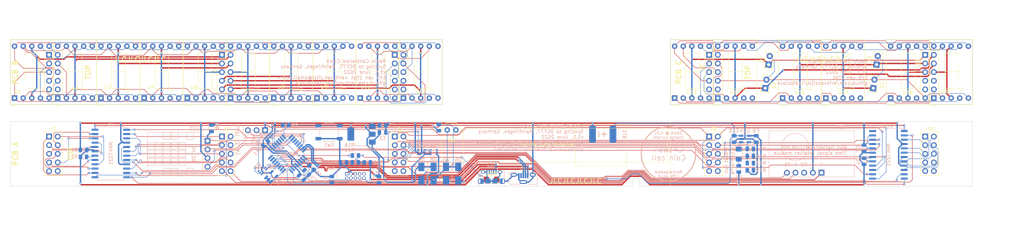
<source format=kicad_pcb>
(kicad_pcb (version 20211014) (generator pcbnew)
  (title_block (title "Radio Controlled Clock") (date "2022-06-06") (rev "v1.0"))
  (layers (0 "F.Cu" signal) (31 "B.Cu" signal) (34 "B.Paste" user) (35 "F.Paste" user) (36 "B.SilkS" user "B.Silkscreen") (37 "F.SilkS" user "F.Silkscreen") (38 "B.Mask" user) (39 "F.Mask" user) (44 "Edge.Cuts" user))
  (net 0 "")
  (net 1 "Net-(D10-Pad2)")
  (net 3 "GND")
  (net 4 "/5V")
  (net 5 "/USB_P")
  (net 6 "/USB_N")
  (net 7 "/UART_TX")
  (net 8 "/UART_RX")
  (net 9 "/NCP_IN")
  (net 10 "/3.3V")
  (net 11 "/2E1")
  (net 12 "/2D1")
  (net 13 "/2s0")
  (net 14 "/2C1")
  (net 15 "/2DP1")
  (net 16 "/2B1")
  (net 17 "/2A1")
  (net 18 "/2F1")
  (net 19 "/2G1")
  (net 20 "/2s1")
  (net 21 "/2s2")
  (net 22 "/2s3")
  (net 23 "/1s0")
  (net 24 "/1s4")
  (net 25 "/1s6")
  (net 26 "/1s2")
  (net 27 "/1s3")
  (net 28 "/1s7")
  (net 29 "/1s5")
  (net 30 "/1s1")
  (net 31 "/1A1")
  (net 32 "/1F1")
  (net 33 "/1B1")
  (net 34 "/1G1")
  (net 35 "/1C1")
  (net 36 "/1E1")
  (net 37 "/1DP1")
  (net 38 "/1D1")
  (net 39 "/2s4")
  (net 40 "/2s5")
  (net 41 "/2s6")
  (net 42 "/2s7")
  (net 43 "/SWDIO")
  (net 44 "/LDR")
  (net 45 "/LDR_SINK")
  (net 46 "/SWCLK")
  (net 48 "/DO")
  (net 49 "Net-(BT1-Pad1)")
  (net 51 "Net-(R1-Pad1)")
  (net 52 "Net-(R4-Pad1)")
  (net 53 "/2E2")
  (net 54 "/2D2")
  (net 55 "/2s8")
  (net 56 "/2C2")
  (net 57 "/2DP2")
  (net 58 "/2B2")
  (net 59 "/2A2")
  (net 60 "/2F2")
  (net 61 "/2G2")
  (net 62 "/2s9")
  (net 63 "/3E2")
  (net 64 "/3D2")
  (net 65 "/3s10")
  (net 66 "/3C2")
  (net 67 "/3DP2")
  (net 68 "/3B2")
  (net 69 "/3A2")
  (net 70 "/3F2")
  (net 71 "/3G2")
  (net 72 "/PERIPHERAL_PWR")
  (net 73 "/1s8")
  (net 74 "/1s12")
  (net 75 "/1s14")
  (net 76 "/1s10")
  (net 77 "/1s11")
  (net 78 "/1s15")
  (net 79 "/1s13")
  (net 80 "/1A2")
  (net 81 "/1F2")
  (net 82 "/1B2")
  (net 83 "/1G2")
  (net 84 "/1C2")
  (net 85 "/1E2")
  (net 86 "/1DP2")
  (net 87 "/1D2")
  (net 94 "/3s11")
  (net 95 "/3s12")
  (net 96 "/3s13")
  (net 97 "/3s14")
  (net 98 "/3s15")
  (net 104 "/XIN32")
  (net 105 "/USB_PWR")
  (net 106 "/DCF_DATA")
  (net 107 "/DCF_PDN")
  (net 112 "/SWITCH")
  (net 113 "/pwr_sense")
  (net 116 "/~{PERIPHERAL_CTL}")
  (net 117 "/3.3V_DCF")
  (net 120 "/~{DCF_CTL}")
  (net 138 "Net-(U16-Pad1)")
  (net 139 "Net-(U10-Pad18)")
  (net 140 "Net-(U10-Pad17)")
  (net 141 "Net-(R7-Pad1)")
  (net 142 "Net-(R14-Pad1)")
  (net 143 "Net-(R13-Pad2)")
  (net 144 "Net-(R13-Pad1)")
  (net 145 "Net-(R11-Pad2)")
  (net 146 "Net-(Q2-Pad2)")
  (net 147 "Net-(D7-Pad2)")
  (net 148 "Net-(D7-Pad1)")
  (net 149 "Net-(D6-Pad2)")
  (net 150 "Net-(D5-Pad2)")
  (net 151 "Net-(C6-Pad1)")
  (net 152 "Net-(C5-Pad1)")
  (net 153 "/~{SS}")
  (net 154 "/SCK")
  (net 155 "/1s9")
  (net 156 "/INDICATOR")
  (footprint "Display_7Segment:D1X8K" (layer "F.Cu") (at 100.203 99.7938 90)
    (fp_text reference "U8")
    (fp_text value "D198K")
  )
  (footprint "Display_7Segment:D1X8K" (layer "F.Cu") (at 249.753 99.7938 90)
    (fp_text reference "U15")
    (fp_text value "D198K")
  )
  (footprint "Connector_PinHeader_2.54mm:PinHeader_2x05_P2.54mm_Vertical" (layer "F.Cu") (at 84.963 87.0938)
    (fp_text reference "J4")
    (fp_text value "Conn_02x05_Top_Bottom")
  )
  (footprint "Display_7Segment:D1X8K" (layer "F.Cu") (at 281.503 99.7938 90)
    (fp_text reference "U18")
    (fp_text value "D198K")
  )
  (footprint "MountingHole:MountingHole_2.2mm_M2" (layer "F.Cu") (at 300.653 88.3738)
    (fp_text reference "REF**" hide)
    (fp_text value "MountingHole_2.2mm_M2" hide)
  )
  (footprint "MountingHole:MountingHole_2.2mm_M2" (layer "F.Cu") (at 27.713 95.9738)
    (fp_text reference "REF**" hide)
    (fp_text value "MountingHole_2.2mm_M2" hide)
  )
  (footprint "Connector_PinHeader_2.54mm:PinHeader_2x05_P2.54mm_Vertical" (layer "F.Cu") (at 135.763 111.1028)
    (fp_text reference "J6")
    (fp_text value "Conn_02x05_Top_Bottom" hide)
  )
  (footprint "Display_7Segment:D1X8K" (layer "F.Cu") (at 87.503 99.7938 90)
    (fp_text reference "U7")
    (fp_text value "D198K")
  )
  (footprint "Connector_PinHeader_2.54mm:PinHeader_2x05_P2.54mm_Vertical" (layer "F.Cu") (at 228.163 87.0938)
    (fp_text reference "J9")
    (fp_text value "Conn_02x05_Top_Bottom")
  )
  (footprint "Display_7Segment:D1X8K" (layer "F.Cu") (at 262.453 99.7938 90)
    (fp_text reference "U17")
    (fp_text value "D198K")
  )
  (footprint "MountingHole:MountingHole_2.2mm_M2" (layer "F.Cu") (at 27.713 112.374)
    (fp_text reference "REF**" hide)
    (fp_text value "MountingHole_2.2mm_M2" hide)
  )
  (footprint "Connector_PinHeader_2.54mm:PinHeader_2x05_P2.54mm_Vertical" (layer "F.Cu") (at 135.763 87.0938)
    (fp_text reference "J7")
    (fp_text value "Conn_02x05_Top_Bottom")
  )
  (footprint "Display_7Segment:D1X8K" (layer "F.Cu") (at 218.003 99.7938 90)
    (fp_text reference "U13")
    (fp_text value "D198K")
  )
  (footprint "local_footprints:LED_D2.0mm_W4.8mm_H2.5mm_FlatTop" (layer "F.Cu") (at 276.570198 95.63969 82)
    (fp_text reference "D4")
    (fp_text value "LED LTL-1224A")
  )
  (footprint "MountingHole:MountingHole_2.2mm_M2" (layer "F.Cu") (at 300.653 119.974)
    (fp_text reference "REF**" hide)
    (fp_text value "MountingHole_2.2mm_M2" hide)
  )
  (footprint "local_footprints:LED_D2.0mm_W4.8mm_H2.5mm_FlatTop" (layer "F.Cu") (at 277.54441 88.707813 82)
    (fp_text reference "D3")
    (fp_text value "LED LTL-1224A")
  )
  (footprint "Connector_PinHeader_2.54mm:PinHeader_2x05_P2.54mm_Vertical" (layer "F.Cu") (at 34.163 111.1028)
    (fp_text reference "J1")
    (fp_text value "Conn_02x05_Top_Bottom")
  )
  (footprint "Connector_PinHeader_2.54mm:PinHeader_2x05_P2.54mm_Vertical" (layer "F.Cu") (at 228.163 111.1028)
    (fp_text reference "J8")
    (fp_text value "Conn_02x05_Top_Bottom")
  )
  (footprint "Display_7Segment:D1X8K" (layer "F.Cu") (at 24.003 99.7938 90)
    (fp_text reference "U1")
    (fp_text value "D198K")
  )
  (footprint "OptoDevice:R_LDR_4.9x4.2mm_P2.54mm_Vertical" (layer "F.Cu") (at 151.183 109.174)
    (fp_text reference "R6")
    (fp_text value "LDR NSL-19M51")
  )
  (footprint "Display_7Segment:D1X8K" (layer "F.Cu") (at 62.103 99.7938 90)
    (fp_text reference "U4")
    (fp_text value "D198K")
  )
  (footprint "Display_7Segment:D1X8K" (layer "F.Cu") (at 294.203 99.7938 90)
    (fp_text reference "U19")
    (fp_text value "D198K")
  )
  (footprint "MountingHole:MountingHole_2.2mm_M2" (layer "F.Cu") (at 27.713 88.3738)
    (fp_text reference "REF**" hide)
    (fp_text value "MountingHole_2.2mm_M2" hide)
  )
  (footprint "MountingHole:MountingHole_2.2mm_M2" (layer "F.Cu") (at 300.653 112.374)
    (fp_text reference "REF**" hide)
    (fp_text value "MountingHole_2.2mm_M2" hide)
  )
  (footprint "Display_7Segment:D1X8K" (layer "F.Cu") (at 49.403 99.7938 90)
    (fp_text reference "U3")
    (fp_text value "D198K")
  )
  (footprint "Display_7Segment:D1X8K" (layer "F.Cu") (at 36.703 99.7938 90)
    (fp_text reference "U2")
    (fp_text value "D198K")
  )
  (footprint "LED_SMD:LED_1206_3216Metric_Pad1.42x1.75mm_HandSolder" (layer "F.Cu") (at 164.183 123.7828 180)
    (fp_text reference "D10")
    (fp_text value "LED HSMS-C150")
  )
  (footprint "Display_7Segment:D1X8K" (layer "F.Cu") (at 125.603 99.7938 90)
    (fp_text reference "U11")
    (fp_text value "D198K")
  )
  (footprint "MountingHole:MountingHole_2.2mm_M2" (layer "F.Cu") (at 27.713 119.974)
    (fp_text reference "REF**" hide)
    (fp_text value "MountingHole_2.2mm_M2" hide)
  )
  (footprint "Display_7Segment:D1X8K" (layer "F.Cu") (at 112.903 99.7938 90)
    (fp_text reference "U9")
    (fp_text value "D198K")
  )
  (footprint "Connector_PinHeader_2.54mm:PinHeader_2x05_P2.54mm_Vertical" (layer "F.Cu") (at 84.963 111.1028)
    (fp_text reference "J3")
    (fp_text value "Conn_02x05_Top_Bottom")
  )
  (footprint "Connector_PinHeader_2.54mm:PinHeader_2x05_P2.54mm_Vertical" (layer "F.Cu") (at 34.163 87.0938)
    (fp_text reference "J2")
    (fp_text value "Conn_02x05_Top_Bottom")
  )
  (footprint "MountingHole:MountingHole_2.2mm_M2" (layer "F.Cu") (at 300.653 95.9738)
    (fp_text reference "REF**" hide)
    (fp_text value "MountingHole_2.2mm_M2" hide)
  )
  (footprint "Connector_PinHeader_2.54mm:PinHeader_2x05_P2.54mm_Vertical" (layer "F.Cu") (at 291.663 87.0938)
    (fp_text reference "J11")
    (fp_text value "Conn_02x05_Top_Bottom")
  )
  (footprint "local_footprints:LED_D2.0mm_W4.8mm_H2.5mm_FlatTop" (layer "F.Cu") (at 245.79441 88.707813 82)
    (fp_text reference "D1")
    (fp_text value "LED LTL-1224A")
  )
  (footprint "Display_7Segment:D1X8K" (layer "F.Cu") (at 138.303 99.7938 90)
    (fp_text reference "U12")
    (fp_text value "D198K")
  )
  (footprint "Display_7Segment:D1X8K" (layer "F.Cu") (at 230.703 99.7938 90)
    (fp_text reference "U14")
    (fp_text value "D198K")
  )
  (footprint "Display_7Segment:D1X8K" (layer "F.Cu") (at 74.803 99.7938 90)
    (fp_text reference "U6")
    (fp_text value "D198K")
  )
  (footprint "local_footprints:LED_D2.0mm_W4.8mm_H2.5mm_FlatTop" (layer "F.Cu") (at 244.820198 95.63969 82)
    (fp_text reference "D2")
    (fp_text value "LED LTL-1224A")
  )
  (footprint "Connector_PinHeader_2.54mm:PinHeader_2x05_P2.54mm_Vertical" (layer "F.Cu") (at 291.663 111.1028)
    (fp_text reference "J10")
    (fp_text value "Conn_02x05_Top_Bottom")
  )
  (footprint "local_footprints:Battery_pads" (layer "B.Cu") (at 196.883 110.424 90)
    (fp_text reference "BT1")
    (fp_text value "Varta CP1654 A3")
  )
  (footprint "Resistor_SMD:R_0805_2012Metric" (layer "B.Cu") (at 117.233 123.784 90)
    (fp_text reference "R2")
    (fp_text value "1K")
  )
  (footprint "Resistor_SMD:R_0805_2012Metric" (layer "B.Cu") (at 131.133 123.784 90)
    (fp_text reference "R3")
    (fp_text value "10K")
  )
  (footprint "Package_TO_SOT_SMD:SOT-23-5" (layer "B.Cu") (at 238.733 111.824)
    (fp_text reference "U24")
    (fp_text value "MCP73831-2-OT")
  )
  (footprint "LED_SMD:LED_1206_3216Metric_Pad1.42x1.75mm_HandSolder" (layer "B.Cu") (at 236.866267 116.274 -90)
    (fp_text reference "D7")
    (fp_text value "LED HSMS-C150")
  )
  (footprint "Button_Switch_SMD:SW_SPST_TL3342" (layer "B.Cu") (at 116.433 109.824 180)
    (fp_text reference "SW1")
    (fp_text value "SW_Push")
  )
  (footprint "Package_TO_SOT_SMD:SOT-363_SC-70-6" (layer "B.Cu") (at 143.583 115.674)
    (fp_text reference "U25")
    (fp_text value "TXB0101")
  )
  (footprint "Capacitor_SMD:C_0805_2012Metric" (layer "B.Cu") (at 132.183 107.824)
    (fp_text reference "C3")
    (fp_text value "10uF CL21A106KPFNNNF")
  )
  (footprint "Capacitor_SMD:C_0805_2012Metric" (layer "B.Cu") (at 44.303222 115.034 180)
    (fp_text reference "C1")
    (fp_text value "100nF 885012207016")
  )
  (footprint "Package_SO:SOIC-24W_7.5x15.4mm_P1.27mm" (layer "B.Cu") (at 52.303222 116.084 180)
    (fp_text reference "U5")
    (fp_text value "MAX7221xWG")
  )
  (footprint "Diode_SMD:D_SMA" (layer "B.Cu") (at 154.413767 122.024 -90)
    (fp_text reference "D6")
    (fp_text value "Diode S1M-13-F")
  )
  (footprint "Diode_SMD:D_SMA" (layer "B.Cu") (at 147.179332 122.024 -90)
    (fp_text reference "D8")
    (fp_text value "Diode S1M-13-F")
  )
  (footprint "Capacitor_SMD:C_0805_2012Metric" (layer "B.Cu") (at 108.383 123.134 -45)
    (fp_text reference "C4")
    (fp_text value "100nF 885012207016")
  )
  (footprint "Resistor_SMD:R_0805_2012Metric" (layer "B.Cu") (at 44.303222 117.084 180)
    (fp_text reference "R1")
    (fp_text value "10K")
  )
  (footprint "Resistor_SMD:R_0805_2012Metric" (layer "B.Cu") (at 236.866267 120.624 -90)
    (fp_text reference "R8")
    (fp_text value "470R")
  )
  (footprint "local_footprints:DCF77 receiver module" (layer "B.Cu") (at 270.783 109.434 180)
    (fp_text reference "U23")
    (fp_text value "DCF77")
  )
  (footprint "Capacitor_SMD:C_0805_2012Metric" (layer "B.Cu") (at 97.783 113.1328 45)
    (fp_text reference "C11")
    (fp_text value "10uF CL21A106KPFNNNF")
  )
  (footprint "Capacitor_SMD:C_0805_2012Metric" (layer "B.Cu") (at 81.883 108.684 90)
    (fp_text reference "C8")
    (fp_text value "100nF 885012207016")
  )
  (footprint "Capacitor_SMD:C_0805_2012Metric" (layer "B.Cu") (at 109.833 121.684 -45)
    (fp_text reference "C5")
    (fp_text value "1uF 885012207051")
  )
  (footprint "local_footprints:sam_swd_header" (layer "B.Cu") (at 124.183 122.684 -90)
    (fp_text reference "J13")
    (fp_text value "ARM_JTAG_SWD_10 3220-10-0100-00")
  )
  (footprint "Connector_USB:USB_Micro-B_Amphenol_10118194_Horizontal" (layer "B.Cu") (at 164.183 122.924 180)
    (fp_text reference "J12")
    (fp_text value "USB_B_Micro 10118194-0001LF")
  )
  (footprint "Resistor_SMD:R_0805_2012Metric" (layer "B.Cu") (at 124.2 116.6828 180)
    (fp_text reference "R16")
    (fp_text value "220R")
  )
  (footprint "Resistor_SMD:R_0805_2012Metric" (layer "B.Cu") (at 148.683 108.474 90)
    (fp_text reference "R5")
    (fp_text value "10K")
  )
  (footprint "Connector_PinSocket_2.54mm:PinSocket_1x03_P2.54mm_Vertical" (layer "B.Cu") (at 97.658 109.249 90)
    (fp_text reference "J14")
    (fp_text value "Conn_01x03_Female" hide)
  )
  (footprint "Capacitor_SMD:C_0805_2012Metric" (layer "B.Cu") (at 235.483 111.824 90)
    (fp_text reference "C10")
    (fp_text value "4.7uF CL21A475KPFNNNE")
  )
  (footprint "Capacitor_SMD:C_0805_2012Metric" (layer "B.Cu") (at 111.283 120.234 -45)
    (fp_text reference "C6")
    (fp_text value "100nF 885012207016")
  )
  (footprint "Resistor_SMD:R_0805_2012Metric" (layer "B.Cu") (at 127.683 118.724 180)
    (fp_text reference "R10")
    (fp_text value "10K")
  )
  (footprint "Resistor_SMD:R_0805_2012Metric" (layer "B.Cu") (at 120.683 118.724 180)
    (fp_text reference "R12")
    (fp_text value "10K")
  )
  (footprint "Resistor_SMD:R_0805_2012Metric" (layer "B.Cu") (at 240.266267 116.824 180)
    (fp_text reference "R14")
    (fp_text value "10K")
  )
  (footprint "Package_TO_SOT_SMD:SOT-23-5" (layer "B.Cu") (at 99.433 122.984 45)
    (fp_text reference "U21")
    (fp_text value "mems_osc_st1630")
  )
  (footprint "Resistor_SMD:R_0805_2012Metric" (layer "B.Cu") (at 103.733 107.724 180)
    (fp_text reference "R9")
    (fp_text value "10K")
  )
  (footprint "Capacitor_SMD:C_0805_2012Metric" (layer "B.Cu") (at 273.683 114.574 90)
    (fp_text reference "C7")
    (fp_text value "100nF 885012207016")
  )
  (footprint "Diode_SMD:D_SMA" (layer "B.Cu") (at 143.579332 122.024 -90)
    (fp_text reference "D9")
    (fp_text value "Diode S1M-13-F")
  )
  (footprint "Package_TO_SOT_SMD:SOT-223" (layer "B.Cu") (at 125.983 110.424 180)
    (fp_text reference "U20")
    (fp_text value "NCP1117LPST33T3G")
  )
  (footprint "Resistor_SMD:R_0805_2012Metric" (layer "B.Cu") (at 124.183 118.724 180)
    (fp_text reference "R11")
    (fp_text value "10K")
  )
  (footprint "local_footprints:DHT20" (layer "B.Cu") (at 80.733 112.3728 180)
    (fp_text reference "U22")
    (fp_text value "DHT20")
  )
  (footprint "Resistor_SMD:R_0805_2012Metric" (layer "B.Cu") (at 240.266267 114.724)
    (fp_text reference "R7")
    (fp_text value "10K")
  )
  (footprint "Resistor_SMD:R_0805_2012Metric" (layer "B.Cu") (at 240.266267 118.924 180)
    (fp_text reference "R13")
    (fp_text value "10K")
  )
  (footprint "Package_QFP:TQFP-32_7x7mm_P0.8mm" (layer "B.Cu") (at 104.183 116.184 45)
    (fp_text reference "U10")
    (fp_text value "ATSAMDA1E16B-A")
  )
  (footprint "Connector_USB:USB_Micro-B_Molex-105133-0001" (layer "B.Cu") (at 173.533 123.424 180)
    (fp_text reference "J5")
    (fp_text value "USB_B_Micro 1051330001")
  )
  (footprint "Diode_SMD:D_SMA" (layer "B.Cu") (at 150.813767 122.024 -90)
    (fp_text reference "D5")
    (fp_text value "Diode S1M-13-F")
  )
  (footprint "Resistor_SMD:R_0805_2012Metric" (layer "B.Cu") (at 273.683 118.374 -90)
    (fp_text reference "R4")
    (fp_text value "10K")
  )
  (footprint "Package_SO:SOIC-24W_7.5x15.4mm_P1.27mm" (layer "B.Cu") (at 280.841187 116.484 180)
    (fp_text reference "U16")
    (fp_text value "MAX7221xWG")
  )
  (footprint "Resistor_SMD:R_0805_2012Metric" (layer "B.Cu") (at 240.266267 121.024)
    (fp_text reference "R15")
    (fp_text value "10K")
  )
  (footprint "Capacitor_SMD:C_0805_2012Metric" (layer "B.Cu") (at 241.983 111.824 -90)
    (fp_text reference "C9")
    (fp_text value "4.7uF CL21A475KPFNNNE")
  )
  (footprint "Capacitor_SMD:C_0805_2012Metric" (layer "B.Cu") (at 132.183 109.874)
    (fp_text reference "C2")
    (fp_text value "10uF CL21A106KPFNNNF")
  )
  (footprint "Package_TO_SOT_SMD:SOT-363_SC-70-6" (layer "B.Cu") (at 147.183 115.674)
    (fp_text reference "Q2")
    (fp_text value "Q_Dual_PMOS")
  )
  (footprint "Package_TO_SOT_SMD:SOT-363_SC-70-6" (layer "B.Cu") (at 96.833 121.024 -135)
    (fp_text reference "Q1")
    (fp_text value "Q_Dual_PMOS")
  )
  (gr_circle (center 216.207382 116.174) (end 224.207382 116.174) (layer "B.SilkS") (width 0.3) (fill none))
  (gr_rect (start 188.883 107.674) (end 203.883 119.674) (layer "F.SilkS") (width 0.1) (fill none))
  (gr_rect (start 155.883 108.674) (end 215.883 118.674) (layer "F.SilkS") (width 0.1) (fill none))
  (gr_line (start 216.733 106.774) (end 216.733 125.624) (layer "F.SilkS") (width 0.1))
  (gr_line (start 149.533 106.724) (end 149.533 125.624) (layer "F.SilkS") (width 0.1))
  (gr_rect (start 22.833 101.6738) (end 149.633 82.6738) (layer "Edge.Cuts") (width 0.1) (fill none))
  (gr_line (start 205.733 124.174) (end 205.733 125.674) (layer "Edge.Cuts") (width 0.1))
  (gr_arc (start 205.733 124.174) (mid 206.733 123.174) (end 207.733 124.174) (layer "Edge.Cuts") (width 0.1))
  (gr_line (start 305.533 125.674) (end 305.533 106.674) (layer "Edge.Cuts") (width 0.1))
  (gr_line (start 22.833 125.674) (end 22.833 106.674) (layer "Edge.Cuts") (width 0.1))
  (gr_line (start 207.733 124.174) (end 207.733 125.674) (layer "Edge.Cuts") (width 0.1))
  (gr_line (start 205.733 125.674) (end 22.833 125.674) (layer "Edge.Cuts") (width 0.1))
  (gr_line (start 207.733 125.674) (end 305.533 125.674) (layer "Edge.Cuts") (width 0.1))
  (gr_rect (start 216.833 101.6738) (end 305.533 82.6738) (layer "Edge.Cuts") (width 0.1) (fill none))
  (gr_line (start 22.833 106.674) (end 305.533 106.674) (layer "Edge.Cuts") (width 0.1))
  (gr_text "CP1654\nCoin cell" (at 216.207382 116.174) (layer "B.SilkS") (effects (font (size 1.5 1.5)) (justify mirror)))
  (gr_text "Radio Controlled Clock\nSyncing to DCF77, Mainflingen, Germany\nv1.1, June 2022\nErik van Zijst <erik.van.zijst@gmail.com>\ngithub.com/erikvanzijst/radioclock" (at 133.233 92.1738) (layer "B.SilkS") (effects (font (size 1 1)) (justify left mirror)))
  (gr_text "Batt full\nCharging" (at 233.933 115.520037 90) (layer "B.SilkS") (effects (font (size 1 1)) (justify left mirror)))
  (gr_text "UART (3.3V)" (at 89.633 107.3828 90) (layer "B.SilkS") (effects (font (size 1 1)) (justify left mirror)))
  (gr_text "RX" (at 94.833 111.3328 45) (layer "B.SilkS") (effects (font (size 1 1)) (justify left mirror)))
  (gr_text "Radio Controlled Clock\nSyncing to DCF77, Mainflingen, Germany\nv1.1, June 2022\nErik van Zijst <erik.van.zijst@gmail.com>\ngithub.com/erikvanzijst/radioclock" (at 191.333 111.2328) (layer "B.SilkS") (effects (font (size 1 1)) (justify left mirror)))
  (gr_text "MAX7221" (at 52.303222 116.084 90) (layer "B.SilkS") (effects (font (size 1 1)) (justify mirror)))
  (gr_text "GND" (at 97.233 111.2328 45) (layer "B.SilkS") (effects (font (size 1 1)) (justify left mirror)))
  (gr_text "TX" (at 92.433 111.4328 45) (layer "B.SilkS") (effects (font (size 1 1)) (justify left mirror)))
  (gr_text "25mA @ 4.2v\nCharge current\n\n" (at 216.207382 111.374) (layer "B.SilkS") (effects (font (size 0.8 0.8) (thickness 0.12)) (justify mirror)))
  (gr_text "MAS DAEV6180B1COB.005\nTime signal receiver module" (at 268.733 115.174) (layer "B.SilkS") (effects (font (size 1 1)) (justify left mirror)))
  (gr_text "DHT20" (at 76.733 116.174 90) (layer "B.SilkS") (effects (font (size 1 1)) (justify mirror)))
  (gr_text "Radio Controlled Clock\nSyncing to DCF77, Germany\nv1.1, June 2022\nErik van Zijst\ngithub.com/erikvanzijst/radioclock" (at 274.833 92.1738) (layer "B.SilkS") (effects (font (size 1 1)) (justify left mirror)))
  (gr_text "◯\n◉" (at 233.933 114.074 90) (layer "B.SilkS") (effects (font (size 1 1)) (justify left mirror)))
  (gr_text "MAX7221" (at 280.841187 116.484 90) (layer "B.SilkS") (effects (font (size 1 1)) (justify mirror)))
  (gr_text "Rechargeable\nLiPo only!" (at 216.207382 122.174) (layer "B.SilkS") (effects (font (size 0.8 0.8) (thickness 0.12)) (justify mirror)))
  (gr_text "SAMDA1E" (at 104.183 116.184) (layer "B.SilkS") (effects (font (size 1 1)) (justify mirror)))
  (gr_text "TOP" (at 45.633 92.165 90) (layer "F.SilkS") (effects (font (size 1.5 1.5) (thickness 0.3))))
  (gr_text "JLCJLCJLCJLC" (at 60.823 88.3738) (layer "F.SilkS") (effects (font (size 1.5 1.5) (thickness 0.22))))
  (gr_text "PCB C" (at 219.233 92.215 90) (layer "F.SilkS") (effects (font (size 1.5 1.5) (thickness 0.3))))
  (gr_text "PCB A" (at 24.283 116.224 90) (layer "F.SilkS") (effects (font (size 1.5 1.5) (thickness 0.3))))
  (gr_text "TOP" (at 239.583 92.215 90) (layer "F.SilkS") (effects (font (size 1.5 1.5) (thickness 0.3))))
  (gr_text "JLCJLCJLCJLC" (at 261.173 88.4238) (layer "F.SilkS") (effects (font (size 1.5 1.5) (thickness 0.22))))
  (gr_text "JLCJLCJLCJLC" (at 188.883 124.2238) (layer "F.SilkS") (effects (font (size 1.5 1.5) (thickness 0.22))))
  (gr_text "TOP" (at 40.533 116.224 90) (layer "F.SilkS") (effects (font (size 1.5 1.5) (thickness 0.3))))
  (gr_text "Ferrite core antenna" (at 180.483 113.324) (layer "F.SilkS") (effects (font (size 1 1))))
  (gr_text "PCB B" (at 24.283 92.215 90) (layer "F.SilkS") (effects (font (size 1.5 1.5) (thickness 0.3))))
  (segment (start 155.472811 117.222811) (end 126.872811 117.222811) (width 0.127) (layer "F.Cu") (net 1))
  (segment (start 161.4127 122.6) (end 162.5955 123.7828) (width 0.127) (layer "F.Cu") (net 1))
  (segment (start 160.85 122.6) (end 161.4127 122.6) (width 0.127) (layer "F.Cu") (net 1))
  (segment (start 126.872811 117.222811) (end 126.35 116.7) (width 0.127) (layer "F.Cu") (net 1))
  (segment (start 155.5 117.25) (end 155.472811 117.222811) (width 0.127) (layer "F.Cu") (net 1))
  (via (at 160.85 122.6) (size 0.6) (drill 0.3) (layers "F.Cu" "B.Cu") (net 1))
  (via (at 155.5 117.25) (size 0.6) (drill 0.3) (layers "F.Cu" "B.Cu") (net 1))
  (via (at 126.35 116.7) (size 0.6) (drill 0.3) (layers "F.Cu" "B.Cu") (net 1))
  (segment (start 155.5 117.25) (end 160.85 122.6) (width 0.127) (layer "B.Cu") (net 1))
  (segment (start 126.3328 116.6828) (end 126.35 116.7) (width 0.127) (layer "B.Cu") (net 1))
  (segment (start 125.1125 116.6828) (end 126.3328 116.6828) (width 0.127) (layer "B.Cu") (net 1))
  (segment (start 176.3325 107.1735) (end 193.8825 107.1735) (width 0.4) (layer "F.Cu") (net 3))
  (segment (start 100.233 123.774) (end 100.183 123.824) (width 0.2) (layer "F.Cu") (net 3))
  (segment (start 83.2835 107.1735) (end 97.5825 107.1735) (width 0.4) (layer "F.Cu") (net 3))
  (segment (start 97.5825 107.1735) (end 122.8325 107.1735) (width 0.4) (layer "F.Cu") (net 3))
  (segment (start 238.6835 107.1735) (end 258.6335 107.1735) (width 0.4) (layer "F.Cu") (net 3))
  (segment (start 193.8825 107.1735) (end 238.6835 107.1735) (width 0.4) (layer "F.Cu") (net 3))
  (segment (start 167.2624 123.7828) (end 167.7036 124.224) (width 0.4) (layer "F.Cu") (net 3))
  (segment (start 122.8325 107.1735) (end 128.9825 107.1735) (width 0.4) (layer "F.Cu") (net 3))
  (segment (start 258.6335 107.1735) (end 283.433 107.1735) (width 0.4) (layer "F.Cu") (net 3))
  (segment (start 165.6617 123.7828) (end 167.233 123.7828) (width 0.4) (layer "F.Cu") (net 3))
  (segment (start 78.7835 107.1735) (end 83.2835 107.1735) (width 0.4) (layer "F.Cu") (net 3))
  (segment (start 108.483 119.924) (end 110.933 119.924) (width 0.4) (layer "F.Cu") (net 3))
  (segment (start 134.2325 107.1735) (end 141.783 107.1735) (width 0.4) (layer "F.Cu") (net 3))
  (segment (start 110.933 119.924) (end 111.333 120.324) (width 0.4) (layer "F.Cu") (net 3))
  (segment (start 128.9825 107.1735) (end 134.2325 107.1735) (width 0.4) (layer "F.Cu") (net 3))
  (segment (start 107.783 123.774) (end 100.233 123.774) (width 0.2) (layer "F.Cu") (net 3))
  (segment (start 43.383 107.1735) (end 55.2335 107.1735) (width 0.4) (layer "F.Cu") (net 3))
  (segment (start 122.903 122.054) (end 124.173 122.054) (width 0.4) (layer "F.Cu") (net 3))
  (segment (start 55.2335 107.1735) (end 78.7835 107.1735) (width 0.4) (layer "F.Cu") (net 3))
  (segment (start 141.783 107.1735) (end 176.3325 107.1735) (width 0.4) (layer "F.Cu") (net 3))
  (via (at 134.2325 107.174) (size 0.6) (drill 0.3) (layers "F.Cu" "B.Cu") (net 3))
  (via (at 100.183 123.824) (size 0.6) (drill 0.3) (layers "F.Cu" "B.Cu") (net 3))
  (via (at 107.783 123.774) (size 0.6) (drill 0.3) (layers "F.Cu" "B.Cu") (net 3))
  (via (at 258.6335 107.174) (size 0.6) (drill 0.3) (layers "F.Cu" "B.Cu") (net 3))
  (via (at 283.433 107.174) (size 0.6) (drill 0.3) (layers "F.Cu" "B.Cu") (net 3))
  (via (at 128.9825 107.174) (size 0.6) (drill 0.3) (layers "F.Cu" "B.Cu") (net 3))
  (via (at 176.3325 107.174) (size 0.6) (drill 0.3) (layers "F.Cu" "B.Cu") (net 3))
  (via (at 141.783 107.174) (size 0.6) (drill 0.3) (layers "F.Cu" "B.Cu") (net 3))
  (via (at 78.7835 107.174) (size 0.6) (drill 0.3) (layers "F.Cu" "B.Cu") (net 3))
  (via (at 55.2335 107.174) (size 0.6) (drill 0.3) (layers "F.Cu" "B.Cu") (net 3))
  (via (at 193.8825 107.174) (size 0.6) (drill 0.3) (layers "F.Cu" "B.Cu") (net 3))
  (via (at 238.6835 107.174) (size 0.6) (drill 0.3) (layers "F.Cu" "B.Cu") (net 3))
  (via (at 100.5325 107.174) (size 0.6) (drill 0.3) (layers "F.Cu" "B.Cu") (net 3))
  (via (at 43.383 107.174) (size 0.6) (drill 0.3) (layers "F.Cu" "B.Cu") (net 3))
  (via (at 108.483 119.924) (size 0.6) (drill 0.3) (layers "F.Cu" "B.Cu") (net 3))
  (via (at 273.683 107.274) (size 0.6) (drill 0.3) (layers "F.Cu" "B.Cu") (net 3))
  (via (at 111.333 120.324) (size 0.6) (drill 0.3) (layers "F.Cu" "B.Cu") (net 3))
  (via (at 83.2835 107.174) (size 0.6) (drill 0.3) (layers "F.Cu" "B.Cu") (net 3))
  (via (at 97.5825 107.174) (size 0.6) (drill 0.3) (layers "F.Cu" "B.Cu") (net 3))
  (segment (start 119.7705 120.334) (end 117.233 122.8715) (width 0.4) (layer "B.Cu") (net 3))
  (segment (start 241.883 122.224) (end 240.553767 122.224) (width 0.4) (layer "B.Cu") (net 3))
  (segment (start 99.936502 123.824) (end 99.300417 124.460085) (width 0.2) (layer "B.Cu") (net 3))
  (segment (start 235.483 112.774) (end 236.433 111.824) (width 0.4) (layer "B.Cu") (net 3))
  (segment (start 133.133 107.824) (end 133.582 107.824) (width 0.4) (layer "B.Cu") (net 3))
  (segment (start 43.353222 107.203278) (end 43.383 107.1735) (width 0.4) (layer "B.Cu") (net 3))
  (segment (start 172.233 123.749) (end 172.983 124.499) (width 0.4) (layer "B.Cu") (net 3))
  (segment (start 109.054751 123.805751) (end 110.504751 122.355751) (width 0.4) (layer "B.Cu") (net 3))
  (segment (start 283.863147 114.475613) (end 283.863147 119.004147) (width 0.4) (layer "B.Cu") (net 3))
  (segment (start 109.054751 123.805751) (end 107.814751 123.805751) (width 0.2) (layer "B.Cu") (net 3))
  (segment (start 119.7705 118.724) (end 119.7705 120.334) (width 0.4) (layer "B.Cu") (net 3))
  (segment (start 237.5955 111.824) (end 238.265387 111.824) (width 0.4) (layer "B.Cu") (net 3))
  (segment (start 56.953222 112.909) (end 55.968 112.909) (width 0.4) (layer "B.Cu") (net 3))
  (segment (start 133.133 109.874) (end 133.133 107.824) (width 0.4) (layer "B.Cu") (net 3))
  (segment (start 242.283 121.824) (end 241.883 122.224) (width 0.4) (layer "B.Cu") (net 3))
  (segment (start 141.783 107.1735) (end 141.783 115.374) (width 0.4) (layer "B.Cu") (net 3))
  (segment (start 284.518 119.659) (end 285.491187 119.659) (width 0.4) (layer "B.Cu") (net 3))
  (segment (start 241.983 112.774) (end 242.283 113.074) (width 0.4) (layer "B.Cu") (net 3))
  (segment (start 98.454751 111.850677) (end 100.5325 109.772928) (width 0.4) (layer "B.Cu") (net 3))
  (segment (start 238.265387 111.824) (end 238.6835 111.405887) (width 0.4) (layer "B.Cu") (net 3))
  (segment (start 129.133 107.324) (end 128.9825 107.1735) (width 0.4) (layer "B.Cu") (net 3))
  (segment (start 172.233 122.599) (end 172.233 123.749) (width 0.4) (layer "B.Cu") (net 3))
  (segment (start 283.433 111.71224) (end 285.02976 113.309) (width 0.4) (layer "B.Cu") (net 3))
  (segment (start 56.953222 112.909) (end 55.248 112.909) (width 0.4) (layer "B.Cu") (net 3))
  (segment (start 171.983 122.349) (end 172.233 122.599) (width 0.4) (layer "B.Cu") (net 3))
  (segment (start 103.938686 115.374) (end 107.471047 118.906361) (width 0.4) (layer "B.Cu") (net 3))
  (segment (start 121.13252 119.77352) (end 122.903 121.544) (width 0.4) (layer "B.Cu") (net 3))
  (segment (start 176.333 123.299) (end 176.333 122.349) (width 0.4) (layer "B.Cu") (net 3))
  (segment (start 162.783 123.924) (end 163.083 124.224) (width 0.4) (layer "B.Cu") (net 3))
  (segment (start 113.283 111.724) (end 119.583 111.724) (width 0.4) (layer "B.Cu") (net 3))
  (segment (start 107.471047 118.906361) (end 107.471047 118.912047) (width 0.4) (layer "B.Cu") (net 3))
  (segment (start 238.6835 111.405887) (end 238.6835 107.1735) (width 0.4) (layer "B.Cu") (net 3))
  (segment (start 54.583 113.574) (end 54.583 118.824) (width 0.4) (layer "B.Cu") (net 3))
  (segment (start 98.454751 112.461049) (end 98.454751 111.850677) (width 0.4) (layer "B.Cu") (net 3))
  (segment (start 99.763583 114.604583) (end 100.533 115.374) (width 0.4) (layer "B.Cu") (net 3))
  (segment (start 80.733 117.4528) (end 78.7835 115.5033) (width 0.4) (layer "B.Cu") (net 3))
  (segment (start 99.763583 114.59301) (end 99.763583 114.604583) (width 0.4) (layer "B.Cu") (net 3))
  (segment (start 98.454751 112.461049) (end 98.454751 113.284178) (width 0.4) (layer "B.Cu") (net 3))
  (segment (start 55.2335 112.1745) (end 55.2335 107.1735) (width 0.4) (layer "B.Cu") (net 3))
  (segment (start 283.863147 119.004147) (end 284.518 119.659) (width 0.4) (layer "B.Cu") (net 3))
  (segment (start 111.333 120.324) (end 111.373 120.324) (width 0.4) (layer "B.Cu") (net 3))
  (segment (start 120.82002 119.77352) (end 121.13252 119.77352) (width 0.4) (layer "B.Cu") (net 3))
  (segment (start 54.583 118.824) (end 55.018 119.259) (width 0.4) (layer "B.Cu") (net 3))
  (segment (start 113.9205 122.8715) (end 111.954751 120.905751) (width 0.4) (layer "B.Cu") (net 3))
  (segment (start 162.883 121.524) (end 162.883 123.924) (width 0.4) (layer "B.Cu") (net 3))
  (segment (start 110.504751 122.355751) (end 111.954751 120.905751) (width 0.4) (layer "B.Cu") (net 3))
  (segment (start 193.883 107.174) (end 193.8825 107.1735) (width 0.4) (layer "B.Cu") (net 3))
  (segment (start 119.7705 118.724) (end 120.82002 119.77352) (width 0.4) (layer "B.Cu") (net 3))
  (segment (start 142.083 115.674) (end 142.633 115.674) (width 0.4) (layer "B.Cu") (net 3))
  (segment (start 111.373 120.324) (end 111.954751 120.905751) (width 0.4) (layer "B.Cu") (net 3))
  (segment (start 98.628666 123.788334) (end 99.300417 124.460085) (width 0.4) (layer "B.Cu") (net 3))
  (segment (start 107.471047 118.912047) (end 108.483 119.924) (width 0.4) (layer "B.Cu") (net 3))
  (segment (start 172.983 124.499) (end 173.533 124.499) (width 0.4) (layer "B.Cu") (net 3))
  (segment (start 285.02976 113.309) (end 283.863147 114.475613) (width 0.4) (layer "B.Cu") (net 3))
  (segment (start 98.454751 113.284178) (end 99.763583 114.59301) (width 0.4) (layer "B.Cu") (net 3))
  (segment (start 165.183 124.224) (end 163.183 124.224) (width 0.4) (layer "B.Cu") (net 3))
  (segment (start 167.583 124.224) (end 168.858 124.224) (width 0.4) (layer "B.Cu") (net 3))
  (segment (start 107.814751 123.805751) (end 107.783 123.774) (width 0.2) (layer "B.Cu") (net 3))
  (segment (start 166.583 122.724) (end 166.583 121.524) (width 0.4) (layer "B.Cu") (net 3))
  (segment (start 285.02976 113.309) (end 285.491187 113.309) (width 0.4) (layer "B.Cu") (net 3))
  (segment (start 55.968 112.909) (end 55.2335 112.1745) (width 0.4) (layer "B.Cu") (net 3))
  (segment (start 170.733 122.349) (end 171.983 122.349) (width 0.4) (layer "B.Cu") (net 3))
  (segment (start 119.583 111.724) (end 119.583 118.5365) (width 0.4) (layer "B.Cu") (net 3))
  (segment (start 129.133 108.124) (end 129.133 107.324) (width 0.4) (layer "B.Cu") (net 3))
  (segment (start 168.858 124.224) (end 170.733 122.349) (width 0.4) (layer "B.Cu") (net 3))
  (segment (start 283.433 107.1735) (end 283.433 111.71224) (width 0.4) (layer "B.Cu") (net 3))
  (segment (start 241.983 112.774) (end 241.033 111.824) (width 0.4) (layer "B.Cu") (net 3))
  (segment (start 82.723 107.734) (end 83.2835 107.1735) (width 0.4) (layer "B.Cu") (net 3))
  (segment (start 141.783 115.374) (end 142.083 115.674) (width 0.4) (layer "B.Cu") (net 3))
  (segment (start 133.582 107.824) (end 134.2325 107.1735) (width 0.4) (layer "B.Cu") (net 3))
  (segment (start 258.643 107.183) (end 258.6335 107.1735) (width 0.4) (layer "B.Cu") (net 3))
  (segment (start 100.533 115.374) (end 103.938686 115.374) (width 0.4) (layer "B.Cu") (net 3))
  (segment (start 78.7835 115.5033) (end 78.7835 107.1735) (width 0.4) (layer "B.Cu") (net 3))
  (segment (start 273.683 113.624) (end 273.683 107.274) (width 0.4) (layer "B.Cu") (net 3))
  (segment (start 165.083 124.224) (end 167.583 124.224) (width 0.4) (layer "B.Cu") (net 3))
  (segment (start 117.233 122.8715) (end 113.9205 122.8715) (width 0.4) (layer "B.Cu") (net 3))
  (segment (start 97.658 107.249) (end 97.5825 107.1735) (width 0.4) (layer "B.Cu") (net 3))
  (segment (start 81.883 107.734) (end 82.723 107.734) (width 0.4) (layer "B.Cu") (net 3))
  (segment (start 43.353222 115.034) (end 43.353222 107.203278) (width 0.4) (layer "B.Cu") (net 3))
  (segment (start 258.643 121.734) (end 258.643 107.183) (width 0.4) (layer "B.Cu") (net 3))
  (segment (start 240.553767 122.224) (end 239.353767 121.024) (width 0.4) (layer "B.Cu") (net 3))
  (segment (start 97.956915 123.116583) (end 98.628666 123.788334) (width 0.4) (layer "B.Cu") (net 3))
  (segment (start 55.018 119.259) (end 56.953222 119.259) (width 0.4) (layer "B.Cu") (net 3))
  (segment (start 242.283 113.074) (end 242.283 121.824) (width 0.4) (layer "B.Cu") (net 3))
  (segment (start 173.533 124.499) (end 175.133 124.499) (width 0.4) (layer "B.Cu") (net 3))
  (segment (start 165.083 124.224) (end 166.583 122.724) (width 0.4) (layer "B.Cu") (net 3))
  (segment (start 163.183 124.224) (end 161.283 124.224) (width 0.4) (layer "B.Cu") (net 3))
  (segment (start 162.783 121.524) (end 161.583 121.524) (width 0.4) (layer "B.Cu") (net 3))
  (segment (start 55.248 112.909) (end 54.583 113.574) (width 0.4) (layer "B.Cu") (net 3))
  (segment (start 236.433 111.824) (end 237.5955 111.824) (width 0.4) (layer "B.Cu") (net 3))
  (segment (start 97.658 109.249) (end 97.658 107.249) (width 0.4) (layer "B.Cu") (net 3))
  (segment (start 193.883 110.424) (end 193.883 107.174) (width 0.4) (layer "B.Cu") (net 3))
  (segment (start 122.903 121.544) (end 122.903 122.054) (width 0.4) (layer "B.Cu") (net 3))
  (segment (start 176.333 122.349) (end 176.333 107.174) (width 0.4) (layer "B.Cu") (net 3))
  (segment (start 100.5325 109.772928) (end 100.5325 107.1735) (width 0.4) (layer "B.Cu") (net 3))
  (segment (start 175.133 124.499) (end 176.333 123.299) (width 0.4) (layer "B.Cu") (net 3))
  (segment (start 176.333 107.174) (end 176.3325 107.1735) (width 0.4) (layer "B.Cu") (net 3))
  (segment (start 100.183 123.824) (end 99.936502 123.824) (width 0.2) (layer "B.Cu") (net 3))
  (segment (start 241.033 111.824) (end 237.5955 111.824) (width 0.4) (layer "B.Cu") (net 3))
  (segment (start 119.583 118.5365) (end 119.7705 118.724) (width 0.4) (layer "B.Cu") (net 3))
  (segment (start 210.73348 125.27448) (end 273.48252 125.27448) (width 0.399) (layer "F.Cu") (net 4))
  (segment (start 43.73298 125.27398) (end 156.516473 125.27398) (width 0.4) (layer "F.Cu") (net 4))
  (segment (start 202.483 125.27448) (end 204.98348 122.774) (width 0.399) (layer "F.Cu") (net 4))
  (segment (start 176.358 120.69948) (end 180.933 125.27448) (width 0.399) (layer "F.Cu") (net 4))
  (segment (start 161.091473 120.69948) (end 176.358 120.69948) (width 0.399) (layer "F.Cu") (net 4))
  (segment (start 208.233 122.774) (end 210.73348 125.27448) (width 0.399) (layer "F.Cu") (net 4))
  (segment (start 273.48252 125.27448) (end 273.683 125.074) (width 0.399) (layer "F.Cu") (net 4))
  (segment (start 204.98348 122.774) (end 208.233 122.774) (width 0.399) (layer "F.Cu") (net 4))
  (segment (start 43.383 124.924) (end 43.73298 125.27398) (width 0.4) (layer "F.Cu") (net 4))
  (segment (start 156.508 125.274) (end 161.083 120.699) (width 0.4) (layer "F.Cu") (net 4))
  (segment (start 180.933 125.27448) (end 202.483 125.27448) (width 0.399) (layer "F.Cu") (net 4))
  (via (at 243.38252 125.174) (size 0.6) (drill 0.3) (layers "F.Cu" "B.Cu") (net 4))
  (via (at 236.83348 125.174) (size 0.6) (drill 0.3) (layers "F.Cu" "B.Cu") (net 4))
  (via (at 43.383 124.924) (size 0.6) (drill 0.3) (layers "F.Cu" "B.Cu") (net 4))
  (via (at 145.33252 125.174) (size 0.6) (drill 0.3) (layers "F.Cu" "B.Cu") (net 4))
  (via (at 273.683 125.074) (size 0.6) (drill 0.3) (layers "F.Cu" "B.Cu") (net 4))
  (segment (start 276.191187 115.849) (end 274.008 115.849) (width 0.4) (layer "B.Cu") (net 4))
  (segment (start 273.683 125.074) (end 273.683 119.2865) (width 0.4) (layer "B.Cu") (net 4))
  (segment (start 43.390722 117.084) (end 43.390722 124.916278) (width 0.4) (layer "B.Cu") (net 4))
  (segment (start 236.866267 125.141713) (end 236.83348 125.1745) (width 0.4) (layer "B.Cu") (net 4))
  (segment (start 239.8705 110.874) (end 241.983 110.874) (width 0.4) (layer "B.Cu") (net 4))
  (segment (start 236.866267 121.5365) (end 236.866267 125.141713) (width 0.4) (layer "B.Cu") (net 4))
  (segment (start 148.633 116.824) (end 148.633 121.374) (width 0.4) (layer "B.Cu") (net 4))
  (segment (start 273.683 115.524) (end 272.483 116.724) (width 0.4) (layer "B.Cu") (net 4))
  (segment (start 241.983 110.874) (end 243.38252 112.27352) (width 0.4) (layer "B.Cu") (net 4))
  (segment (start 148.133 116.324) (end 148.633 116.824) (width 0.4) (layer "B.Cu") (net 4))
  (segment (start 272.483 118.0865) (end 273.683 119.2865) (width 0.4) (layer "B.Cu") (net 4))
  (segment (start 272.483 116.724) (end 272.483 118.0865) (width 0.4) (layer "B.Cu") (net 4))
  (segment (start 47.238222 115.034) (end 47.653222 115.449) (width 0.4) (layer "B.Cu") (net 4))
  (segment (start 43.390722 116.8965) (end 45.253222 115.034) (width 0.4) (layer "B.Cu") (net 4))
  (segment (start 148.633 121.374) (end 147.983 122.024) (width 0.4) (layer "B.Cu") (net 4))
  (segment (start 243.38252 112.27352) (end 243.38252 125.1745) (width 0.4) (layer "B.Cu") (net 4))
  (segment (start 43.390722 117.084) (end 43.390722 116.8965) (width 0.4) (layer "B.Cu") (net 4))
  (segment (start 43.390722 124.916278) (end 43.383 124.924) (width 0.4) (layer "B.Cu") (net 4))
  (segment (start 147.983 122.024) (end 146.33031 122.024) (width 0.4) (layer "B.Cu") (net 4))
  (segment (start 146.33031 122.024) (end 145.33252 123.02179) (width 0.4) (layer "B.Cu") (net 4))
  (segment (start 45.253222 115.034) (end 47.238222 115.034) (width 0.4) (layer "B.Cu") (net 4))
  (segment (start 274.008 115.849) (end 273.683 115.524) (width 0.4) (layer "B.Cu") (net 4))
  (segment (start 145.33252 123.02179) (end 145.33252 125.1745) (width 0.4) (layer "B.Cu") (net 4))
  (segment (start 160.233 117.674) (end 171.383 117.674) (width 0.4) (layer "F.Cu") (net 5))
  (segment (start 154.72654 123.18046) (end 160.233 117.674) (width 0.4) (layer "F.Cu") (net 5))
  (segment (start 171.383 117.683021) (end 172.08084 118.380861) (width 0.4) (layer "F.Cu") (net 5))
  (segment (start 113.17754 120.130186) (end 113.234854 120.1875) (width 0.4) (layer "F.Cu") (net 5))
  (segment (start 116.1965 120.1875) (end 130.423854 120.1875) (width 0.4) (layer "F.Cu") (net 5))
  (segment (start 130.423854 120.1875) (end 133.423854 123.1875) (width 0.4) (layer "F.Cu") (net 5))
  (segment (start 115.2465 120.4875) (end 115.2465 120.861644) (width 0.4) (layer "F.Cu") (net 5))
  (segment (start 113.234854 120.1875) (end 114.9465 120.1875) (width 0.4) (layer "F.Cu") (net 5))
  (segment (start 115.8465 120.861644) (end 115.8465 120.4875) (width 0.4) (layer "F.Cu") (net 5))
  (segment (start 154.621449 123.18046) (end 154.72654 123.18046) (width 0.4) (layer "F.Cu") (net 5))
  (segment (start 171.383 117.674) (end 171.383 117.683021) (width 0.4) (layer "F.Cu") (net 5))
  (segment (start 133.423854 123.1875) (end 154.614409 123.1875) (width 0.4) (layer "F.Cu") (net 5))
  (segment (start 172.08084 118.380861) (end 172.254747 118.380861) (width 0.4) (layer "F.Cu") (net 5))
  (segment (start 116.1465 120.1875) (end 116.1965 120.1875) (width 0.4) (layer "F.Cu") (net 5))
  (segment (start 154.614409 123.1875) (end 154.621449 123.18046) (width 0.4) (layer "F.Cu") (net 5))
  (via (at 113.17754 120.130186) (size 0.6) (drill 0.3) (layers "F.Cu" "B.Cu") (net 5))
  (via (at 172.254747 118.380861) (size 0.6) (drill 0.3) (layers "F.Cu" "B.Cu") (net 5))
  (arc (start 115.8465 120.4875) (mid 115.934368 120.275368) (end 116.1465 120.1875) (width 0.4) (layer "F.Cu") (net 5))
  (arc (start 115.5465 121.161644) (mid 115.758632 121.073776) (end 115.8465 120.861644) (width 0.4) (layer "F.Cu") (net 5))
  (arc (start 114.9465 120.1875) (mid 115.158632 120.275368) (end 115.2465 120.4875) (width 0.4) (layer "F.Cu") (net 5))
  (arc (start 115.2465 120.861644) (mid 115.334368 121.073776) (end 115.5465 121.161644) (width 0.4) (layer "F.Cu") (net 5))
  (segment (start 172.254747 118.380861) (end 172.389861 118.380861) (width 0.4) (layer "B.Cu") (net 5))
  (segment (start 172.389861 118.380861) (end 173.5945 119.5855) (width 0.4) (layer "B.Cu") (net 5))
  (segment (start 111.319499 114.833145) (end 111.319499 118.272145) (width 0.4) (layer "B.Cu") (net 5))
  (segment (start 110.523854 114.0375) (end 111.319499 114.833145) (width 0.4) (layer "B.Cu") (net 5))
  (segment (start 173.533 121.473999) (end 173.533 122.599) (width 0.4) (layer "B.Cu") (net 5))
  (segment (start 111.319499 118.272145) (end 113.17754 120.130186) (width 0.4) (layer "B.Cu") (net 5))
  (segment (start 110.096259 114.0375) (end 110.523854 114.0375) (width 0.4) (layer "B.Cu") (net 5))
  (segment (start 173.5945 119.5855) (end 173.5945 121.412499) (width 0.4) (layer "B.Cu") (net 5))
  (segment (start 109.168103 115.158695) (end 109.168103 114.965656) (width 0.4) (layer "B.Cu") (net 5))
  (segment (start 109.168103 114.965656) (end 110.096259 114.0375) (width 0.4) (layer "B.Cu") (net 5))
  (segment (start 173.5945 121.412499) (end 173.533 121.473999) (width 0.4) (layer "B.Cu") (net 5))
  (segment (start 154.3965 122.6605) (end 133.642146 122.6605) (width 0.4) (layer "F.Cu") (net 6))
  (segment (start 172.433 117.674) (end 171.833 117.074) (width 0.4) (layer "F.Cu") (net 6))
  (segment (start 113.592146 119.6605) (end 113.592146 119.533146) (width 0.4) (layer "F.Cu") (net 6))
  (segment (start 133.642146 122.6605) (end 130.642146 119.6605) (width 0.4) (layer "F.Cu") (net 6))
  (segment (start 113.592146 119.533146) (end 113.583 119.524) (width 0.4) (layer "F.Cu") (net 6))
  (segment (start 171.833 117.074) (end 159.983 117.074) (width 0.4) (layer "F.Cu") (net 6))
  (segment (start 130.642146 119.6605) (end 113.592146 119.6605) (width 0.4) (layer "F.Cu") (net 6))
  (segment (start 159.983 117.074) (end 154.3965 122.6605) (width 0.4) (layer "F.Cu") (net 6))
  (via (at 172.433 117.674) (size 0.6) (drill 0.3) (layers "F.Cu" "B.Cu") (net 6))
  (via (at 113.583 119.524) (size 0.6) (drill 0.3) (layers "F.Cu" "B.Cu") (net 6))
  (segment (start 113.312675 119.503675) (end 111.846501 118.037501) (width 0.4) (layer "B.Cu") (net 6))
  (segment (start 174.183 121.473999) (end 174.183 122.599) (width 0.4) (layer "B.Cu") (net 6))
  (segment (start 174.1215 121.412499) (end 174.183 121.473999) (width 0.4) (layer "B.Cu") (net 6))
  (segment (start 111.846501 114.614855) (end 110.742146 113.5105) (width 0.4) (layer "B.Cu") (net 6))
  (segment (start 113.583 119.524) (end 113.562675 119.503675) (width 0.4) (layer "B.Cu") (net 6))
  (segment (start 108.795457 114.59301) (end 108.602417 114.59301) (width 0.4) (layer "B.Cu") (net 6))
  (segment (start 109.877967 113.5105) (end 108.795457 114.59301) (width 0.4) (layer "B.Cu") (net 6))
  (segment (start 173.073745 118.314745) (end 174.1215 119.3625) (width 0.4) (layer "B.Cu") (net 6))
  (segment (start 172.433 117.674) (end 172.433892 117.674) (width 0.4) (layer "B.Cu") (net 6))
  (segment (start 174.1215 119.3625) (end 174.1215 121.412499) (width 0.4) (layer "B.Cu") (net 6))
  (segment (start 110.742146 113.5105) (end 109.877967 113.5105) (width 0.4) (layer "B.Cu") (net 6))
  (segment (start 173.073745 118.313853) (end 173.073745 118.314745) (width 0.4) (layer "B.Cu") (net 6))
  (segment (start 113.562675 119.503675) (end 113.312675 119.503675) (width 0.4) (layer "B.Cu") (net 6))
  (segment (start 172.433892 117.674) (end 173.073745 118.313853) (width 0.4) (layer "B.Cu") (net 6))
  (segment (start 111.846501 118.037501) (end 111.846501 114.614855) (width 0.4) (layer "B.Cu") (net 6))
  (segment (start 94.253 110.924) (end 108.383 110.924) (width 0.127) (layer "F.Cu") (net 7))
  (segment (start 92.578 109.249) (end 94.253 110.924) (width 0.127) (layer "F.Cu") (net 7))
  (via (at 108.383 110.924) (size 0.6) (drill 0.3) (layers "F.Cu" "B.Cu") (net 7))
  (segment (start 108.383 112.549686) (end 107.471047 113.461639) (width 0.127) (layer "B.Cu") (net 7))
  (segment (start 108.383 110.924) (end 108.383 112.549686) (width 0.127) (layer "B.Cu") (net 7))
  (segment (start 96.243 110.374) (end 95.118 109.249) (width 0.127) (layer "F.Cu") (net 8))
  (segment (start 108.983 110.374) (end 96.243 110.374) (width 0.127) (layer "F.Cu") (net 8))
  (via (at 108.983 110.374) (size 0.6) (drill 0.3) (layers "F.Cu" "B.Cu") (net 8))
  (segment (start 108.983 110.374) (end 108.983 113.081056) (width 0.127) (layer "B.Cu") (net 8))
  (segment (start 108.983 113.081056) (end 108.036732 114.027324) (width 0.127) (layer "B.Cu") (net 8))
  (segment (start 141.833 123.874) (end 141.133 124.574) (width 0.4) (layer "B.Cu") (net 9))
  (segment (start 133.583 124.574) (end 132.483 123.474) (width 0.4) (layer "B.Cu") (net 9))
  (segment (start 132.483 123.474) (end 132.483 117.746862) (width 0.4) (layer "B.Cu") (net 9))
  (segment (start 141.133 124.574) (end 133.583 124.574) (width 0.4) (layer "B.Cu") (net 9))
  (segment (start 143.579332 120.024) (end 142.733 120.024) (width 0.4) (layer "B.Cu") (net 9))
  (segment (start 142.733 120.024) (end 141.833 120.924) (width 0.4) (layer "B.Cu") (net 9))
  (segment (start 147.179332 120.024) (end 143.579332 120.024) (width 0.4) (layer "B.Cu") (net 9))
  (segment (start 129.133 112.724) (end 131.233 110.624) (width 0.4) (layer "B.Cu") (net 9))
  (segment (start 129.133 114.396862) (end 129.133 112.724) (width 0.4) (layer "B.Cu") (net 9))
  (segment (start 131.233 110.624) (end 131.233 109.874) (width 0.4) (layer "B.Cu") (net 9))
  (segment (start 132.483 117.746862) (end 129.133 114.396862) (width 0.4) (layer "B.Cu") (net 9))
  (segment (start 141.833 120.924) (end 141.833 123.874) (width 0.4) (layer "B.Cu") (net 9))
  (segment (start 146.983 107.823) (end 143.632 107.823) (width 0.4) (layer "F.Cu") (net 10))
  (segment (start 127.232 107.823) (end 122.8338 107.823) (width 0.4) (layer "F.Cu") (net 10))
  (segment (start 129.933 122.424) (end 129.833 122.424) (width 0.4) (layer "F.Cu") (net 10))
  (segment (start 108.384 107.823) (end 99.784 107.823) (width 0.4) (layer "F.Cu") (net 10))
  (segment (start 129.833 122.424) (end 128.383 120.974) (width 0.4) (layer "F.Cu") (net 10))
  (segment (start 99.784 107.823) (end 99.783 107.824) (width 0.4) (layer "F.Cu") (net 10))
  (segment (start 128.383 120.974) (end 122.713 120.974) (width 0.4) (layer "F.Cu") (net 10))
  (segment (start 122.8338 107.823) (end 108.384 107.823) (width 0.4) (layer "F.Cu") (net 10))
  (segment (start 100.033 123.224) (end 99.583 122.774) (width 0.2) (layer "F.Cu") (net 10))
  (segment (start 106.933 123.224) (end 100.033 123.224) (width 0.2) (layer "F.Cu") (net 10))
  (segment (start 122.713 120.974) (end 121.633 122.054) (width 0.4) (layer "F.Cu") (net 10))
  (segment (start 131.984 107.823) (end 127.232 107.823) (width 0.4) (layer "F.Cu") (net 10))
  (segment (start 143.632 107.823) (end 131.984 107.823) (width 0.4) (layer "F.Cu") (net 10))
  (via (at 131.984 107.823) (size 0.6) (drill 0.3) (layers "F.Cu" "B.Cu") (net 10))
  (via (at 122.8338 107.823) (size 0.6) (drill 0.3) (layers "F.Cu" "B.Cu") (net 10))
  (via (at 127.232 107.823) (size 0.6) (drill 0.3) (layers "F.Cu" "B.Cu") (net 10))
  (via (at 143.632 107.823) (size 0.6) (drill 0.3) (layers "F.Cu" "B.Cu") (net 10))
  (via (at 99.783 107.824) (size 0.6) (drill 0.3) (layers "F.Cu" "B.Cu") (net 10))
  (via (at 99.583 122.774) (size 0.6) (drill 0.3) (layers "F.Cu" "B.Cu") (net 10))
  (via (at 129.933 122.424) (size 0.6) (drill 0.3) (layers "F.Cu" "B.Cu") (net 10))
  (via (at 106.933 123.224) (size 0.6) (drill 0.3) (layers "F.Cu" "B.Cu") (net 10))
  (via (at 103.6835 107.823) (size 0.6) (drill 0.3) (layers "F.Cu" "B.Cu") (net 10))
  (via (at 146.983 107.823) (size 0.6) (drill 0.3) (layers "F.Cu" "B.Cu") (net 10))
  (segment (start 127.633 111.774978) (end 127.633 113.674) (width 0.4) (layer "B.Cu") (net 10))
  (segment (start 143.6455 116.0365) (end 144.008 115.674) (width 0.4) (layer "B.Cu") (net 10))
  (segment (start 129.133 110.424) (end 128.983978 110.424) (width 0.4) (layer "B.Cu") (net 10))
  (segment (start 105.483 119.181056) (end 106.339676 120.037732) (width 0.4) (layer "B.Cu") (net 10))
  (segment (start 103.633 115.974) (end 105.483 117.824) (width 0.4) (layer "B.Cu") (net 10))
  (segment (start 127.633 113.674) (end 131.133 117.174) (width 0.4) (layer "B.Cu") (net 10))
  (segment (start 99.197897 115.158695) (end 100.013202 115.974) (width 0.4) (layer "B.Cu") (net 10))
  (segment (start 100.013202 115.974) (end 103.633 115.974) (width 0.4) (layer "B.Cu") (net 10))
  (segment (start 107.711249 121.409305) (end 106.339676 120.037732) (width 0.4) (layer "B.Cu") (net 10))
  (segment (start 131.233 107.824) (end 131.983 107.824) (width 0.4) (layer "B.Cu") (net 10))
  (segment (start 99.583 121.525332) (end 99.565583 121.507915) (width 0.2) (layer "B.Cu") (net 10))
  (segment (start 143.6455 116.0365) (end 143.6455 107.8365) (width 0.4) (layer "B.Cu") (net 10))
  (segment (start 107.711249 122.462249) (end 107.711249 121.409305) (width 0.4) (layer "B.Cu") (net 10))
  (segment (start 99.158895 115.158695) (end 97.804751 113.804551) (width 0.4) (layer "B.Cu") (net 10))
  (segment (start 130.3805 122.8715) (end 131.133 122.8715) (width 0.4) (layer "B.Cu") (net 10))
  (segment (start 148.5465 109.3865) (end 146.983 107.823) (width 0.4) (layer "B.Cu") (net 10))
  (segment (start 143.358 116.324) (end 143.6455 116.0365) (width 0.4) (layer "B.Cu") (net 10))
  (segment (start 143.6455 107.8365) (end 143.632 107.823) (width 0.4) (layer "B.Cu") (net 10))
  (segment (start 99.783 107.824) (end 99.783 109.524) (width 0.4) (layer "B.Cu") (net 10))
  (segment (start 97.111249 113.804551) (end 97.045132 113.870668) (width 0.4) (layer "B.Cu") (net 10))
  (segment (start 96.683 120.254761) (end 96.683 121.162586) (width 0.4) (layer "B.Cu") (net 10))
  (segment (start 128.983978 110.424) (end 127.633 111.774978) (width 0.4) (layer "B.Cu") (net 10))
  (segment (start 97.045132 113.870668) (end 97.045132 119.892629) (width 0.4) (layer "B.Cu") (net 10))
  (segment (start 99.783 109.524) (end 97.111249 112.195751) (width 0.4) (layer "B.Cu") (net 10))
  (segment (start 144.008 115.674) (end 144.533 115.674) (width 0.4) (layer "B.Cu") (net 10))
  (segment (start 105.483 117.824) (end 105.483 119.181056) (width 0.4) (layer "B.Cu") (net 10))
  (segment (start 129.933 122.424) (end 130.3805 122.8715) (width 0.4) (layer "B.Cu") (net 10))
  (segment (start 107.711249 122.462249) (end 107.694751 122.462249) (width 0.2) (layer "B.Cu") (net 10))
  (segment (start 97.111249 112.195751) (end 97.111249 113.804551) (width 0.4) (layer "B.Cu") (net 10))
  (segment (start 97.045132 119.892629) (end 96.683 120.254761) (width 0.4) (layer "B.Cu") (net 10))
  (segment (start 96.983 121.793239) (end 96.620868 122.155371) (width 0.4) (layer "B.Cu") (net 10))
  (segment (start 96.683 121.162586) (end 96.983 121.462586) (width 0.4) (layer "B.Cu") (net 10))
  (segment (start 131.983 107.824) (end 131.984 107.823) (width 0.4) (layer "B.Cu") (net 10))
  (segment (start 129.133 110.424) (end 127.232 108.523) (width 0.4) (layer "B.Cu") (net 10))
  (segment (start 102.8205 107.774) (end 103.6345 107.774) (width 0.4) (layer "B.Cu") (net 10))
  (segment (start 99.280259 121.793239) (end 96.983 121.793239) (width 0.4) (layer "B.Cu") (net 10))
  (segment (start 99.583 122.774) (end 99.583 121.525332) (width 0.2) (layer "B.Cu") (net 10))
  (segment (start 99.197897 115.158695) (end 99.158895 115.158695) (width 0.4) (layer "B.Cu") (net 10))
  (segment (start 97.804751 113.804551) (end 97.111249 113.804551) (width 0.4) (layer "B.Cu") (net 10))
  (segment (start 142.633 116.324) (end 143.358 116.324) (width 0.4) (layer "B.Cu") (net 10))
  (segment (start 148.683 109.3865) (end 148.5465 109.3865) (width 0.4) (layer "B.Cu") (net 10))
  (segment (start 127.232 108.523) (end 127.232 107.823) (width 0.4) (layer "B.Cu") (net 10))
  (segment (start 131.133 117.174) (end 131.133 122.8715) (width 0.4) (layer "B.Cu") (net 10))
  (segment (start 107.694751 122.462249) (end 106.933 123.224) (width 0.2) (layer "B.Cu") (net 10))
  (segment (start 96.983 121.462586) (end 96.983 121.793239) (width 0.4) (layer "B.Cu") (net 10))
  (segment (start 122.833 110.424) (end 122.833 107.8238) (width 0.4) (layer "B.Cu") (net 10))
  (segment (start 122.833 107.8238) (end 122.8338 107.823) (width 0.4) (layer "B.Cu") (net 10))
  (segment (start 103.6345 107.774) (end 103.6835 107.823) (width 0.4) (layer "B.Cu") (net 10))
  (segment (start 99.565583 121.507915) (end 99.280259 121.793239) (width 0.4) (layer "B.Cu") (net 10))
  (segment (start 129.933 122.424) (end 131.133 122.424) (width 0.4) (layer "B.Cu") (net 10))
  (segment (start 48.389989 100.806811) (end 49.403 99.7938) (width 0.127) (layer "F.Cu") (net 11))
  (segment (start 75.9242 100.915) (end 86.3818 100.915) (width 0.127) (layer "F.Cu") (net 11))
  (segment (start 111.889989 100.806811) (end 112.903 99.7938) (width 0.127) (layer "F.Cu") (net 11))
  (segment (start 35.689989 100.806811) (end 36.703 99.7938) (width 0.127) (layer "F.Cu") (net 11))
  (segment (start 50.416011 100.806811) (end 61.089989 100.806811) (width 0.127) (layer "F.Cu") (net 11))
  (segment (start 88.7222 101.013) (end 98.9838 101.013) (width 0.127) (layer "F.Cu") (net 11))
  (segment (start 24.003 99.7938) (end 25.016011 100.806811) (width 0.127) (layer "F.Cu") (net 11))
  (segment (start 62.103 99.7938) (end 63.116011 100.806811) (width 0.127) (layer "F.Cu") (net 11))
  (segment (start 37.716011 100.806811) (end 48.389989 100.806811) (width 0.127) (layer "F.Cu") (net 11))
  (segment (start 100.203 99.7938) (end 101.216011 100.806811) (width 0.127) (layer "F.Cu") (net 11))
  (segment (start 24.003 99.7938) (end 24.003 95.171) (width 0.127) (layer "F.Cu") (net 11))
  (segment (start 101.216011 100.806811) (end 111.889989 100.806811) (width 0.127) (layer "F.Cu") (net 11))
  (segment (start 25.016011 100.806811) (end 35.689989 100.806811) (width 0.127) (layer "F.Cu") (net 11))
  (segment (start 87.503 99.7938) (end 88.7222 101.013) (width 0.127) (layer "F.Cu") (net 11))
  (segment (start 49.403 99.7938) (end 50.416011 100.806811) (width 0.127) (layer "F.Cu") (net 11))
  (segment (start 73.789989 100.806811) (end 74.803 99.7938) (width 0.127) (layer "F.Cu") (net 11))
  (segment (start 36.703 99.7938) (end 37.716011 100.806811) (width 0.127) (layer "F.Cu") (net 11))
  (segment (start 63.116011 100.806811) (end 73.789989 100.806811) (width 0.127) (layer "F.Cu") (net 11))
  (segment (start 74.803 99.7938) (end 75.9242 100.915) (width 0.127) (layer "F.Cu") (net 11))
  (segment (start 61.089989 100.806811) (end 62.103 99.7938) (width 0.127) (layer "F.Cu") (net 11))
  (segment (start 86.3818 100.915) (end 87.503 99.7938) (width 0.127) (layer "F.Cu") (net 11))
  (segment (start 98.9838 101.013) (end 100.203 99.7938) (width 0.127) (layer "F.Cu") (net 11))
  (segment (start 24.003 95.171) (end 27.0002 92.1738) (width 0.127) (layer "F.Cu") (net 11))
  (segment (start 27.0002 92.1738) (end 34.163 92.1738) (width 0.127) (layer "F.Cu") (net 11))
  (segment (start 40.9194 97.3046) (end 49.4538 97.3046) (width 0.127) (layer "F.Cu") (net 12))
  (segment (start 51.943 99.265) (end 53.9542 97.2538) (width 0.127) (layer "F.Cu") (net 12))
  (segment (start 92.105012 97.731788) (end 100.680988 97.731788) (width 0.127) (layer "F.Cu") (net 12))
  (segment (start 100.680988 97.731788) (end 102.743 99.7938) (width 0.127) (layer "F.Cu") (net 12))
  (segment (start 39.243 99.7938) (end 39.243 92.1738) (width 0.127) (layer "F.Cu") (net 12))
  (segment (start 51.943 99.7938) (end 51.943 99.265) (width 0.127) (layer "F.Cu") (net 12))
  (segment (start 104.8766 97.6602) (end 113.3094 97.6602) (width 0.127) (layer "F.Cu") (net 12))
  (segment (start 90.043 99.7938) (end 92.105012 97.731788) (width 0.127) (layer "F.Cu") (net 12))
  (segment (start 77.343 99.7938) (end 79.8322 97.3046) (width 0.127) (layer "F.Cu") (net 12))
  (segment (start 28.478411 97.858389) (end 33.264263 97.858389) (width 0.127) (layer "F.Cu") (net 12))
  (segment (start 26.543 99.7938) (end 28.478411 97.858389) (width 0.127) (layer "F.Cu") (net 12))
  (segment (start 34.183674 98.7778) (end 38.227 98.7778) (width 0.127) (layer "F.Cu") (net 12))
  (segment (start 64.643 98.981) (end 66.675 96.949) (width 0.127) (layer "F.Cu") (net 12))
  (segment (start 82.169 98.4222) (end 88.6714 98.4222) (width 0.127) (layer "F.Cu") (net 12))
  (segment (start 49.4538 97.3046) (end 51.943 99.7938) (width 0.127) (layer "F.Cu") (net 12))
  (segment (start 79.8322 97.3046) (end 81.0514 97.3046) (width 0.127) (layer "F.Cu") (net 12))
  (segment (start 88.6714 98.4222) (end 90.043 99.7938) (width 0.127) (layer "F.Cu") (net 12))
  (segment (start 39.243 98.981) (end 40.9194 97.3046) (width 0.127) (layer "F.Cu") (net 12))
  (segment (start 62.103 97.2538) (end 64.643 99.7938) (width 0.127) (layer "F.Cu") (net 12))
  (segment (start 64.643 99.7938) (end 64.643 98.981) (width 0.127) (layer "F.Cu") (net 12))
  (segment (start 39.243 92.1738) (end 36.703 89.6338) (width 0.127) (layer "F.Cu") (net 12))
  (segment (start 53.9542 97.2538) (end 62.103 97.2538) (width 0.127) (layer "F.Cu") (net 12))
  (segment (start 66.675 96.949) (end 74.4982 96.949) (width 0.127) (layer "F.Cu") (net 12))
  (segment (start 39.243 99.7938) (end 39.243 98.981) (width 0.127) (layer "F.Cu") (net 12))
  (segment (start 81.0514 97.3046) (end 82.169 98.4222) (width 0.127) (layer "F.Cu") (net 12))
  (segment (start 33.264263 97.858389) (end 34.183674 98.7778) (width 0.127) (layer "F.Cu") (net 12))
  (segment (start 113.3094 97.6602) (end 115.443 99.7938) (width 0.127) (layer "F.Cu") (net 12))
  (segment (start 74.4982 96.949) (end 77.343 99.7938) (width 0.127) (layer "F.Cu") (net 12))
  (segment (start 102.743 99.7938) (end 104.8766 97.6602) (width 0.127) (layer "F.Cu") (net 12))
  (segment (start 38.227 98.7778) (end 39.243 99.7938) (width 0.127) (layer "F.Cu") (net 12))
  (segment (start 39.232663 87.7034) (end 84.3534 87.7034) (width 0.4) (layer "F.Cu") (net 13))
  (segment (start 29.083 98.3714) (end 29.083 99.7938) (width 0.4) (layer "F.Cu") (net 13))
  (segment (start 84.3534 87.7034) (end 84.963 87.0938) (width 0.4) (layer "F.Cu") (net 13))
  (segment (start 38.562263 88.3738) (end 39.232663 87.7034) (width 0.4) (layer "F.Cu") (net 13))
  (segment (start 30.533 87.4238) (end 31.483 88.3738) (width 0.4) (layer "F.Cu") (net 13))
  (segment (start 31.483 88.3738) (end 38.562263 88.3738) (width 0.4) (layer "F.Cu") (net 13))
  (via (at 30.533 87.4238) (size 0.6) (drill 0.3) (layers "F.Cu" "B.Cu") (net 13))
  (via (at 29.083 98.3714) (size 0.6) (drill 0.3) (layers "F.Cu" "B.Cu") (net 13))
  (segment (start 30.533 96.9214) (end 29.083 98.3714) (width 0.4) (layer "B.Cu") (net 13))
  (segment (start 29.083 84.5538) (end 29.083 85.9738) (width 0.4) (layer "B.Cu") (net 13))
  (segment (start 29.083 85.9738) (end 30.533 87.4238) (width 0.4) (layer "B.Cu") (net 13))
  (segment (start 30.533 87.4238) (end 30.533 96.9214) (width 0.4) (layer "B.Cu") (net 13))
  (segment (start 32.647511 100.818311) (end 43.298489 100.818311) (width 0.15) (layer "B.Cu") (net 14))
  (segment (start 81.398489 100.818311) (end 82.423 99.7938) (width 0.15) (layer "B.Cu") (net 14))
  (segment (start 58.047511 100.818311) (end 68.698489 100.818311) (width 0.15) (layer "B.Cu") (net 14))
  (segment (start 45.347511 100.818311) (end 55.998489 100.818311) (width 0.15) (layer "B.Cu") (net 14))
  (segment (start 43.298489 100.818311) (end 44.323 99.7938) (width 0.15) (layer "B.Cu") (net 14))
  (segment (start 82.423 99.7938) (end 83.447511 100.818311) (width 0.15) (layer "B.Cu") (net 14))
  (segment (start 108.847511 100.818311) (end 119.498489 100.818311) (width 0.15) (layer "B.Cu") (net 14))
  (segment (start 106.798489 100.818311) (end 107.823 99.7938) (width 0.15) (layer "B.Cu") (net 14))
  (segment (start 44.323 99.7938) (end 45.347511 100.818311) (width 0.15) (layer "B.Cu") (net 14))
  (segment (start 96.147511 100.818311) (end 106.798489 100.818311) (width 0.15) (layer "B.Cu") (net 14))
  (segment (start 31.623 99.7938) (end 31.623 92.1738) (width 0.15) (layer "B.Cu") (net 14))
  (segment (start 94.098489 100.818311) (end 95.123 99.7938) (width 0.15) (layer "B.Cu") (net 14))
  (segment (start 107.823 99.7938) (end 108.847511 100.818311) (width 0.15) (layer "B.Cu") (net 14))
  (segment (start 70.747511 100.818311) (end 81.398489 100.818311) (width 0.15) (layer "B.Cu") (net 14))
  (segment (start 55.998489 100.818311) (end 57.023 99.7938) (width 0.15) (layer "B.Cu") (net 14))
  (segment (start 95.123 99.7938) (end 96.147511 100.818311) (width 0.15) (layer "B.Cu") (net 14))
  (segment (start 31.623 92.1738) (end 34.163 89.6338) (width 0.15) (layer "B.Cu") (net 14))
  (segment (start 83.447511 100.818311) (end 94.098489 100.818311) (width 0.15) (layer "B.Cu") (net 14))
  (segment (start 57.023 99.7938) (end 58.047511 100.818311) (width 0.15) (layer "B.Cu") (net 14))
  (segment (start 69.723 99.7938) (end 70.747511 100.818311) (width 0.15) (layer "B.Cu") (net 14))
  (segment (start 68.698489 100.818311) (end 69.723 99.7938) (width 0.15) (layer "B.Cu") (net 14))
  (segment (start 31.623 99.7938) (end 32.647511 100.818311) (width 0.15) (layer "B.Cu") (net 14))
  (segment (start 119.498489 100.818311) (end 120.523 99.7938) (width 0.15) (layer "B.Cu") (net 14))
  (segment (start 45.838489 98.769289) (end 35.187511 98.769289) (width 0.15) (layer "B.Cu") (net 15))
  (segment (start 110.363 99.7938) (end 111.376011 98.780789) (width 0.127) (layer "B.Cu") (net 15))
  (segment (start 35.433 98.5238) (end 35.433 95.9838) (width 0.15) (layer "B.Cu") (net 15))
  (segment (start 46.863 99.7938) (end 45.838489 98.769289) (width 0.15) (layer "B.Cu") (net 15))
  (segment (start 122.049989 98.780789) (end 123.063 99.7938) (width 0.127) (layer "B.Cu") (net 15))
  (segment (start 72.263 99.7938) (end 73.287511 98.769289) (width 0.15) (layer "B.Cu") (net 15))
  (segment (start 35.187511 98.769289) (end 34.163 99.7938) (width 0.15) (layer "B.Cu") (net 15))
  (segment (start 46.863 99.7938) (end 47.887511 98.769289) (width 0.15) (layer "B.Cu") (net 15))
  (segment (start 96.638489 98.769289) (end 97.663 99.7938) (width 0.15) (layer "B.Cu") (net 15))
  (segment (start 83.938489 98.769289) (end 84.963 99.7938) (width 0.15) (layer "B.Cu") (net 15))
  (segment (start 97.663 99.7938) (end 98.687511 98.769289) (width 0.15) (layer "B.Cu") (net 15))
  (segment (start 98.687511 98.769289) (end 109.338489 98.769289) (width 0.15) (layer "B.Cu") (net 15))
  (segment (start 60.587511 98.769289) (end 71.238489 98.769289) (width 0.15) (layer "B.Cu") (net 15))
  (segment (start 109.338489 98.769289) (end 110.363 99.7938) (width 0.15) (layer "B.Cu") (net 15))
  (segment (start 85.987511 98.769289) (end 96.638489 98.769289) (width 0.15) (layer "B.Cu") (net 15))
  (segment (start 73.287511 98.769289) (end 83.938489 98.769289) (width 0.15) (layer "B.Cu") (net 15))
  (segment (start 111.376011 98.780789) (end 122.049989 98.780789) (width 0.127) (layer "B.Cu") (net 15))
  (segment (start 84.963 99.7938) (end 85.987511 98.769289) (width 0.15) (layer "B.Cu") (net 15))
  (segment (start 47.887511 98.769289) (end 58.538489 98.769289) (width 0.15) (layer "B.Cu") (net 15))
  (segment (start 58.538489 98.769289) (end 59.563 99.7938) (width 0.15) (layer "B.Cu") (net 15))
  (segment (start 59.563 99.7938) (end 60.587511 98.769289) (width 0.15) (layer "B.Cu") (net 15))
  (segment (start 34.163 99.7938) (end 35.433 98.5238) (width 0.15) (layer "B.Cu") (net 15))
  (segment (start 71.238489 98.769289) (end 72.263 99.7938) (width 0.15) (layer "B.Cu") (net 15))
  (segment (start 35.433 95.9838) (end 36.703 94.7138) (width 0.15) (layer "B.Cu") (net 15))
  (segment (start 34.163 84.5538) (end 35.187511 83.529289) (width 0.15) (layer "B.Cu") (net 16))
  (segment (start 98.687511 83.529289) (end 109.338489 83.529289) (width 0.15) (layer "B.Cu") (net 16))
  (segment (start 109.338489 83.529289) (end 110.363 84.5538) (width 0.15) (layer "B.Cu") (net 16))
  (segment (start 47.887511 83.529289) (end 58.538489 83.529289) (width 0.15) (layer "B.Cu") (net 16))
  (segment (start 60.587511 83.529289) (end 71.238489 83.529289) (width 0.15) (layer "B.Cu") (net 16))
  (segment (start 72.263 84.5538) (end 73.287511 83.529289) (width 0.15) (layer "B.Cu") (net 16))
  (segment (start 73.287511 83.529289) (end 83.938489 83.529289) (width 0.15) (layer "B.Cu") (net 16))
  (segment (start 35.187511 83.529289) (end 45.838489 83.529289) (width 0.15) (layer "B.Cu") (net 16))
  (segment (start 71.238489 83.529289) (end 72.263 84.5538) (width 0.15) (layer "B.Cu") (net 16))
  (segment (start 97.663 84.5538) (end 98.687511 83.529289) (width 0.15) (layer "B.Cu") (net 16))
  (segment (start 110.363 84.5538) (end 111.387511 83.529289) (width 0.15) (layer "B.Cu") (net 16))
  (segment (start 111.387511 83.529289) (end 122.038489 83.529289) (width 0.15) (layer "B.Cu") (net 16))
  (segment (start 85.987511 83.529289) (end 96.638489 83.529289) (width 0.15) (layer "B.Cu") (net 16))
  (segment (start 96.638489 83.529289) (end 97.663 84.5538) (width 0.15) (layer "B.Cu") (net 16))
  (segment (start 34.163 84.5538) (end 36.703 87.0938) (width 0.15) (layer "B.Cu") (net 16))
  (segment (start 46.863 84.5538) (end 47.887511 83.529289) (width 0.15) (layer "B.Cu") (net 16))
  (segment (start 58.538489 83.529289) (end 59.563 84.5538) (width 0.15) (layer "B.Cu") (net 16))
  (segment (start 45.838489 83.529289) (end 46.863 84.5538) (width 0.15) (layer "B.Cu") (net 16))
  (segment (start 84.963 84.5538) (end 85.987511 83.529289) (width 0.15) (layer "B.Cu") (net 16))
  (segment (start 83.938489 83.529289) (end 84.963 84.5538) (width 0.15) (layer "B.Cu") (net 16))
  (segment (start 122.038489 83.529289) (end 123.063 84.5538) (width 0.15) (layer "B.Cu") (net 16))
  (segment (start 59.563 84.5538) (end 60.587511 83.529289) (width 0.15) (layer "B.Cu") (net 16))
  (segment (start 82.423 84.5538) (end 83.447511 85.578311) (width 0.15) (layer "B.Cu") (net 17))
  (segment (start 35.237511 88.168311) (end 38.778089 88.168311) (width 0.15) (layer "B.Cu") (net 17))
  (segment (start 70.747511 85.578311) (end 81.398489 85.578311) (width 0.15) (layer "B.Cu") (net 17))
  (segment (start 57.023 84.5538) (end 58.047511 85.578311) (width 0.15) (layer "B.Cu") (net 17))
  (segment (start 106.798489 85.578311) (end 107.823 84.5538) (width 0.15) (layer "B.Cu") (net 17))
  (segment (start 68.698489 85.578311) (end 69.723 84.5538) (width 0.15) (layer "B.Cu") (net 17))
  (segment (start 34.163 87.0938) (end 35.237511 88.168311) (width 0.15) (layer "B.Cu") (net 17))
  (segment (start 108.847511 85.578311) (end 119.498489 85.578311) (width 0.15) (layer "B.Cu") (net 17))
  (segment (start 94.098489 85.578311) (end 95.123 84.5538) (width 0.15) (layer "B.Cu") (net 17))
  (segment (start 69.723 84.5538) (end 70.747511 85.578311) (width 0.15) (layer "B.Cu") (net 17))
  (segment (start 43.298489 85.578311) (end 44.323 84.5538) (width 0.15) (layer "B.Cu") (net 17))
  (segment (start 58.047511 85.578311) (end 68.698489 85.578311) (width 0.15) (layer "B.Cu") (net 17))
  (segment (start 44.323 84.5538) (end 45.347511 85.578311) (width 0.15) (layer "B.Cu") (net 17))
  (segment (start 95.123 84.5538) (end 96.147511 85.578311) (width 0.15) (layer "B.Cu") (net 17))
  (segment (start 55.998489 85.578311) (end 57.023 84.5538) (width 0.15) (layer "B.Cu") (net 17))
  (segment (start 83.447511 85.578311) (end 94.098489 85.578311) (width 0.15) (layer "B.Cu") (net 17))
  (segment (start 81.398489 85.578311) (end 82.423 84.5538) (width 0.15) (layer "B.Cu") (net 17))
  (segment (start 41.368089 85.578311) (end 43.298489 85.578311) (width 0.15) (layer "B.Cu") (net 17))
  (segment (start 119.498489 85.578311) (end 120.523 84.5538) (width 0.15) (layer "B.Cu") (net 17))
  (segment (start 38.778089 88.168311) (end 41.368089 85.578311) (width 0.15) (layer "B.Cu") (net 17))
  (segment (start 107.823 84.5538) (end 108.847511 85.578311) (width 0.15) (layer "B.Cu") (net 17))
  (segment (start 45.347511 85.578311) (end 55.998489 85.578311) (width 0.15) (layer "B.Cu") (net 17))
  (segment (start 96.147511 85.578311) (end 106.798489 85.578311) (width 0.15) (layer "B.Cu") (net 17))
  (segment (start 31.623 84.5538) (end 34.163 87.0938) (width 0.127) (layer "B.Cu") (net 17))
  (segment (start 79.405012 86.615812) (end 80.133913 86.615812) (width 0.127) (layer "F.Cu") (net 18))
  (segment (start 113.380988 86.615812) (end 115.443 84.5538) (width 0.127) (layer "F.Cu") (net 18))
  (segment (start 33.17948 90.82028) (end 35.34948 90.82028) (width 0.127) (layer "F.Cu") (net 18))
  (segment (start 104.805012 86.615812) (end 113.380988 86.615812) (width 0.127) (layer "F.Cu") (net 18))
  (segment (start 35.34948 90.82028) (end 36.703 92.1738) (width 0.127) (layer "F.Cu") (net 18))
  (segment (start 66.03283 87.075) (end 74.8218 87.075) (width 0.127) (layer "F.Cu") (net 18))
  (segment (start 80.718936 86.030789) (end 88.566011 86.030789) (width 0.127) (layer "F.Cu") (net 18))
  (segment (start 26.543 84.5538) (end 26.543 85.1838) (width 0.127) (layer "F.Cu") (net 18))
  (segment (start 51.943 85.4682) (end 53.721 87.2462) (width 0.127) (layer "F.Cu") (net 18))
  (segment (start 90.043 84.5538) (end 92.105012 86.615812) (width 0.127) (layer "F.Cu") (net 18))
  (segment (start 41.3258 87.043) (end 49.4538 87.043) (width 0.127) (layer "F.Cu") (net 18))
  (segment (start 51.943 84.5538) (end 51.943 85.4682) (width 0.127) (layer "F.Cu") (net 18))
  (segment (start 37.973 85.8238) (end 39.243 84.5538) (width 0.127) (layer "F.Cu") (net 18))
  (segment (start 88.566011 86.030789) (end 90.043 84.5538) (width 0.127) (layer "F.Cu") (net 18))
  (segment (start 64.643 84.5538) (end 64.643 85.68517) (width 0.127) (layer "F.Cu") (net 18))
  (segment (start 64.643 85.68517) (end 66.03283 87.075) (width 0.127) (layer "F.Cu") (net 18))
  (segment (start 27.683 86.3238) (end 28.683 86.3238) (width 0.127) (layer "F.Cu") (net 18))
  (segment (start 28.683 86.3238) (end 33.17948 90.82028) (width 0.127) (layer "F.Cu") (net 18))
  (segment (start 102.743 84.5538) (end 104.805012 86.615812) (width 0.127) (layer "F.Cu") (net 18))
  (segment (start 39.243 84.5538) (end 39.243 84.9602) (width 0.127) (layer "F.Cu") (net 18))
  (segment (start 39.243 84.9602) (end 41.3258 87.043) (width 0.127) (layer "F.Cu") (net 18))
  (segment (start 77.343 84.5538) (end 79.405012 86.615812) (width 0.127) (layer "F.Cu") (net 18))
  (segment (start 80.133913 86.615812) (end 80.718936 86.030789) (width 0.127) (layer "F.Cu") (net 18))
  (segment (start 53.721 87.2462) (end 61.9506 87.2462) (width 0.127) (layer "F.Cu") (net 18))
  (segment (start 26.543 85.1838) (end 27.683 86.3238) (width 0.127) (layer "F.Cu") (net 18))
  (segment (start 100.680988 86.615812) (end 102.743 84.5538) (width 0.127) (layer "F.Cu") (net 18))
  (segment (start 61.9506 87.2462) (end 64.643 84.5538) (width 0.127) (layer "F.Cu") (net 18))
  (segment (start 49.4538 87.043) (end 51.943 84.5538) (width 0.127) (layer "F.Cu") (net 18))
  (segment (start 74.8218 87.075) (end 77.343 84.5538) (width 0.127) (layer "F.Cu") (net 18))
  (segment (start 92.105012 86.615812) (end 100.680988 86.615812) (width 0.127) (layer "F.Cu") (net 18))
  (segment (start 27.813 85.8238) (end 37.973 85.8238) (width 0.127) (layer "F.Cu") (net 18))
  (segment (start 26.543 84.5538) (end 27.813 85.8238) (width 0.127) (layer "F.Cu") (net 18))
  (segment (start 99.189989 83.540789) (end 100.203 84.5538) (width 0.127) (layer "F.Cu") (net 19))
  (segment (start 111.889989 83.540789) (end 112.903 84.5538) (width 0.127) (layer "F.Cu") (net 19))
  (segment (start 62.103 84.5538) (end 63.116011 83.540789) (width 0.127) (layer "F.Cu") (net 19))
  (segment (start 86.489989 83.540789) (end 87.503 84.5538) (width 0.127) (layer "F.Cu") (net 19))
  (segment (start 24.003 84.5538) (end 25.016011 83.540789) (width 0.127) (layer "F.Cu") (net 19))
  (segment (start 36.703 84.5538) (end 37.716011 83.540789) (width 0.127) (layer "F.Cu") (net 19))
  (segment (start 35.689989 83.540789) (end 36.703 84.5538) (width 0.127) (layer "F.Cu") (net 19))
  (segment (start 73.789989 83.540789) (end 74.803 84.5538) (width 0.127) (layer "F.Cu") (net 19))
  (segment (start 61.089989 83.540789) (end 62.103 84.5538) (width 0.127) (layer "F.Cu") (net 19))
  (segment (start 87.503 84.5538) (end 88.516011 83.540789) (width 0.127) (layer "F.Cu") (net 19))
  (segment (start 63.116011 83.540789) (end 73.789989 83.540789) (width 0.127) (layer "F.Cu") (net 19))
  (segment (start 49.403 84.5538) (end 50.416011 83.540789) (width 0.127) (layer "F.Cu") (net 19))
  (segment (start 88.516011 83.540789) (end 99.189989 83.540789) (width 0.127) (layer "F.Cu") (net 19))
  (segment (start 25.016011 83.540789) (end 35.689989 83.540789) (width 0.127) (layer "F.Cu") (net 19))
  (segment (start 101.216011 83.540789) (end 111.889989 83.540789) (width 0.127) (layer "F.Cu") (net 19))
  (segment (start 34.8918 91.0738) (end 35.433 91.615) (width 0.127) (layer "F.Cu") (net 19))
  (segment (start 35.433 93.4438) (end 34.163 94.7138) (width 0.127) (layer "F.Cu") (net 19))
  (segment (start 37.716011 83.540789) (end 48.389989 83.540789) (width 0.127) (layer "F.Cu") (net 19))
  (segment (start 75.816011 83.540789) (end 86.489989 83.540789) (width 0.127) (layer "F.Cu") (net 19))
  (segment (start 24.003 88.4438) (end 26.633 91.0738) (width 0.127) (layer "F.Cu") (net 19))
  (segment (start 35.433 91.615) (end 35.433 93.4438) (width 0.127) (layer "F.Cu") (net 19))
  (segment (start 48.389989 83.540789) (end 49.403 84.5538) (width 0.127) (layer "F.Cu") (net 19))
  (segment (start 74.803 84.5538) (end 75.816011 83.540789) (width 0.127) (layer "F.Cu") (net 19))
  (segment (start 100.203 84.5538) (end 101.216011 83.540789) (width 0.127) (layer "F.Cu") (net 19))
  (segment (start 26.633 91.0738) (end 34.8918 91.0738) (width 0.127) (layer "F.Cu") (net 19))
  (segment (start 24.003 84.5538) (end 24.003 88.4438) (width 0.127) (layer "F.Cu") (net 19))
  (segment (start 50.416011 83.540789) (end 61.089989 83.540789) (width 0.127) (layer "F.Cu") (net 19))
  (segment (start 42.4434 88.3638) (end 41.783 89.0242) (width 0.4) (layer "F.Cu") (net 20))
  (segment (start 87.503 87.0938) (end 86.233 88.3638) (width 0.4) (layer "F.Cu") (net 20))
  (segment (start 41.783 84.5538) (end 41.783 86.4334) (width 0.4) (layer "F.Cu") (net 20))
  (segment (start 86.233 88.3638) (end 42.4434 88.3638) (width 0.4) (layer "F.Cu") (net 20))
  (segment (start 41.783 97.9396) (end 41.783 99.8192) (width 0.4) (layer "F.Cu") (net 20))
  (via (at 41.783 89.0242) (size 0.6) (drill 0.3) (layers "F.Cu" "B.Cu") (net 20))
  (via (at 41.783 86.4334) (size 0.6) (drill 0.3) (layers "F.Cu" "B.Cu") (net 20))
  (via (at 41.783 97.9396) (size 0.6) (drill 0.3) (layers "F.Cu" "B.Cu") (net 20))
  (segment (start 41.783 86.4334) (end 41.783 97.9396) (width 0.4) (layer "B.Cu") (net 20))
  (segment (start 84.963 89.6338) (end 54.483 89.6338) (width 0.4) (layer "F.Cu") (net 21))
  (segment (start 54.483 97.9396) (end 54.483 99.8192) (width 0.4) (layer "F.Cu") (net 21))
  (segment (start 54.483 84.5538) (end 54.483 86.4334) (width 0.4) (layer "F.Cu") (net 21))
  (via (at 54.483 89.6338) (size 0.6) (drill 0.3) (layers "F.Cu" "B.Cu") (net 21))
  (via (at 54.483 86.4334) (size 0.6) (drill 0.3) (layers "F.Cu" "B.Cu") (net 21))
  (via (at 54.483 97.9396) (size 0.6) (drill 0.3) (layers "F.Cu" "B.Cu") (net 21))
  (segment (start 54.483 89.6338) (end 54.483 97.9396) (width 0.4) (layer "B.Cu") (net 21))
  (segment (start 54.483 86.4334) (end 54.483 89.6338) (width 0.4) (layer "B.Cu") (net 21))
  (segment (start 86.2118 90.925) (end 67.183 90.925) (width 0.4) (layer "F.Cu") (net 22))
  (segment (start 67.183 84.5284) (end 67.183 86.408) (width 0.4) (layer "F.Cu") (net 22))
  (segment (start 87.503 89.6338) (end 86.2118 90.925) (width 0.4) (layer "F.Cu") (net 22))
  (segment (start 67.183 97.9142) (end 67.183 99.7938) (width 0.4) (layer "F.Cu") (net 22))
  (via (at 67.183 86.408) (size 0.6) (drill 0.3) (layers "F.Cu" "B.Cu") (net 22))
  (via (at 67.183 90.925) (size 0.6) (drill 0.3) (layers "F.Cu" "B.Cu") (net 22))
  (via (at 67.183 97.9142) (size 0.6) (drill 0.3) (layers "F.Cu" "B.Cu") (net 22))
  (segment (start 67.183 86.408) (end 67.183 90.925) (width 0.4) (layer "B.Cu") (net 22))
  (segment (start 67.183 90.925) (end 67.183 97.9142) (width 0.4) (layer "B.Cu") (net 22))
  (segment (start 59.9618 111.1028) (end 84.963 111.1028) (width 0.127) (layer "F.Cu") (net 23))
  (segment (start 59.233 110.374) (end 59.9618 111.1028) (width 0.127) (layer "F.Cu") (net 23))
  (via (at 59.233 110.374) (size 0.6) (drill 0.3) (layers "F.Cu" "B.Cu") (net 23))
  (segment (start 59.228 110.369) (end 59.233 110.374) (width 0.127) (layer "B.Cu") (net 23))
  (segment (start 56.953222 110.369) (end 59.228 110.369) (width 0.127) (layer "B.Cu") (net 23))
  (segment (start 60.933 116.174) (end 60.9418 116.1828) (width 0.127) (layer "F.Cu") (net 24))
  (segment (start 60.9418 116.1828) (end 84.963 116.1828) (width 0.127) (layer "F.Cu") (net 24))
  (via (at 60.933 116.174) (size 0.6) (drill 0.3) (layers "F.Cu" "B.Cu") (net 24))
  (segment (start 60.148 111.639) (end 56.953222 111.639) (width 0.127) (layer "B.Cu") (net 24))
  (segment (start 60.933 116.174) (end 60.933 112.424) (width 0.127) (layer "B.Cu") (net 24))
  (segment (start 60.933 112.424) (end 60.148 111.639) (width 0.127) (layer "B.Cu") (net 24))
  (segment (start 81.3474 121.124) (end 82.9974 119.474) (width 0.127) (layer "F.Cu") (net 25))
  (segment (start 84.2118 119.474) (end 84.963 118.7228) (width 0.127) (layer "F.Cu") (net 25))
  (segment (start 58.983 118.624) (end 61.483 121.124) (width 0.127) (layer "F.Cu") (net 25))
  (segment (start 61.483 121.124) (end 81.3474 121.124) (width 0.127) (layer "F.Cu") (net 25))
  (segment (start 82.9974 119.474) (end 84.2118 119.474) (width 0.127) (layer "F.Cu") (net 25))
  (via (at 58.983 118.624) (size 0.6) (drill 0.3) (layers "F.Cu" "B.Cu") (net 25))
  (segment (start 55.433 114.874) (end 55.433 118.074) (width 0.127) (layer "B.Cu") (net 25))
  (segment (start 56.953222 114.179) (end 56.128 114.179) (width 0.127) (layer "B.Cu") (net 25))
  (segment (start 55.433 118.074) (end 55.983 118.624) (width 0.127) (layer "B.Cu") (net 25))
  (segment (start 55.983 118.624) (end 58.983 118.624) (width 0.127) (layer "B.Cu") (net 25))
  (segment (start 56.128 114.179) (end 55.433 114.874) (width 0.127) (layer "B.Cu") (net 25))
  (segment (start 59.733 114.024) (end 78.983 114.024) (width 0.127) (layer "F.Cu") (net 26))
  (segment (start 84.87828 113.72752) (end 84.963 113.6428) (width 0.127) (layer "F.Cu") (net 26))
  (segment (start 79.27948 113.72752) (end 84.87828 113.72752) (width 0.127) (layer "F.Cu") (net 26))
  (segment (start 78.983 114.024) (end 79.27948 113.72752) (width 0.127) (layer "F.Cu") (net 26))
  (via (at 59.733 114.024) (size 0.6) (drill 0.3) (layers "F.Cu" "B.Cu") (net 26))
  (segment (start 56.953222 115.449) (end 59.208 115.449) (width 0.127) (layer "B.Cu") (net 26))
  (segment (start 59.208 115.449) (end 59.733 114.924) (width 0.127) (layer "B.Cu") (net 26))
  (segment (start 59.733 114.924) (end 59.733 114.024) (width 0.127) (layer "B.Cu") (net 26))
  (segment (start 60.333 113.474) (end 83.661001 113.474) (width 0.127) (layer "F.Cu") (net 27))
  (segment (start 84.532212 112.602789) (end 86.462989 112.602789) (width 0.127) (layer "F.Cu") (net 27))
  (segment (start 86.462989 112.602789) (end 87.503 113.6428) (width 0.127) (layer "F.Cu") (net 27))
  (segment (start 83.661001 113.474) (end 84.532212 112.602789) (width 0.127) (layer "F.Cu") (net 27))
  (via (at 60.333 113.474) (size 0.6) (drill 0.3) (layers "F.Cu" "B.Cu") (net 27))
  (segment (start 60.333 113.474) (end 60.333 115.974) (width 0.127) (layer "B.Cu") (net 27))
  (segment (start 60.333 115.974) (end 59.588 116.719) (width 0.127) (layer "B.Cu") (net 27))
  (segment (start 59.588 116.719) (end 56.953222 116.719) (width 0.127) (layer "B.Cu") (net 27))
  (segment (start 60.583 118.824) (end 83.391001 118.824) (width 0.127) (layer "F.Cu") (net 28))
  (segment (start 84.541001 117.674) (end 86.4542 117.674) (width 0.127) (layer "F.Cu") (net 28))
  (segment (start 86.4542 117.674) (end 87.503 118.7228) (width 0.127) (layer "F.Cu") (net 28))
  (segment (start 83.391001 118.824) (end 84.541001 117.674) (width 0.127) (layer "F.Cu") (net 28))
  (segment (start 59.733 117.974) (end 60.583 118.824) (width 0.127) (layer "F.Cu") (net 28))
  (via (at 59.733 117.974) (size 0.6) (drill 0.3) (layers "F.Cu" "B.Cu") (net 28))
  (segment (start 58.918 117.989) (end 59.718 117.989) (width 0.127) (layer "B.Cu") (net 28))
  (segment (start 56.953222 117.989) (end 58.918 117.989) (width 0.127) (layer "B.Cu") (net 28))
  (segment (start 59.718 117.989) (end 59.733 117.974) (width 0.127) (layer "B.Cu") (net 28))
  (segment (start 61.351811 118.492811) (end 83.314189 118.492811) (width 0.127) (layer "F.Cu") (net 29))
  (segment (start 86.462989 117.222811) (end 87.503 116.1828) (width 0.127) (layer "F.Cu") (net 29))
  (segment (start 84.584189 117.222811) (end 86.462989 117.222811) (width 0.127) (layer "F.Cu") (net 29))
  (segment (start 61.033 118.174) (end 61.351811 118.492811) (width 0.127) (layer "F.Cu") (net 29))
  (segment (start 83.314189 118.492811) (end 84.584189 117.222811) (width 0.127) (layer "F.Cu") (net 29))
  (via (at 61.033 118.174) (size 0.6) (drill 0.3) (layers "F.Cu" "B.Cu") (net 29))
  (segment (start 58.678 120.529) (end 61.033 118.174) (width 0.127) (layer "B.Cu") (net 29))
  (segment (start 56.953222 120.529) (end 58.678 120.529) (width 0.127) (layer "B.Cu") (net 29))
  (segment (start 60.483 122.574) (end 59.733 121.824) (width 0.127) (layer "F.Cu") (net 30))
  (segment (start 86.233 122.574) (end 60.483 122.574) (width 0.127) (layer "F.Cu") (net 30))
  (via (at 59.733 121.824) (size 0.6) (drill 0.3) (layers "F.Cu" "B.Cu") (net 30))
  (via (at 86.233 122.574) (size 0.6) (drill 0.3) (layers "F.Cu" "B.Cu") (net 30))
  (segment (start 87.503 111.1028) (end 86.233 112.3728) (width 0.127) (layer "B.Cu") (net 30))
  (segment (start 56.978222 121.824) (end 56.953222 121.799) (width 0.127) (layer "B.Cu") (net 30))
  (segment (start 59.733 121.824) (end 56.978222 121.824) (width 0.127) (layer "B.Cu") (net 30))
  (segment (start 86.233 112.3728) (end 86.233 122.574) (width 0.127) (layer "B.Cu") (net 30))
  (segment (start 32.483 121.086126) (end 33.770874 122.374) (width 0.127) (layer "F.Cu") (net 31))
  (segment (start 33.770874 122.374) (end 45.283 122.374) (width 0.127) (layer "F.Cu") (net 31))
  (segment (start 34.163 111.1028) (end 32.483 112.7828) (width 0.127) (layer "F.Cu") (net 31))
  (segment (start 32.483 112.7828) (end 32.483 121.086126) (width 0.127) (layer "F.Cu") (net 31))
  (segment (start 45.283 122.374) (end 45.833 121.824) (width 0.127) (layer "F.Cu") (net 31))
  (via (at 45.833 121.824) (size 0.6) (drill 0.3) (layers "F.Cu" "B.Cu") (net 31))
  (segment (start 47.628222 121.824) (end 47.653222 121.799) (width 0.127) (layer "B.Cu") (net 31))
  (segment (start 45.833 121.824) (end 47.628222 121.824) (width 0.127) (layer "B.Cu") (net 31))
  (segment (start 36.703 116.1828) (end 35.3618 117.524) (width 0.127) (layer "F.Cu") (net 32))
  (segment (start 35.3618 117.524) (end 33.583 117.524) (width 0.127) (layer "F.Cu") (net 32))
  (segment (start 33.633 120.074) (end 45.383 120.074) (width 0.127) (layer "F.Cu") (net 32))
  (segment (start 32.883 119.324) (end 33.633 120.074) (width 0.127) (layer "F.Cu") (net 32))
  (segment (start 32.883 118.224) (end 32.883 119.324) (width 0.127) (layer "F.Cu") (net 32))
  (segment (start 33.583 117.524) (end 32.883 118.224) (width 0.127) (layer "F.Cu") (net 32))
  (segment (start 45.383 120.074) (end 45.833 120.524) (width 0.127) (layer "F.Cu") (net 32))
  (via (at 45.833 120.524) (size 0.6) (drill 0.3) (layers "F.Cu" "B.Cu") (net 32))
  (segment (start 45.833 120.524) (end 47.648222 120.524) (width 0.127) (layer "B.Cu") (net 32))
  (segment (start 47.648222 120.524) (end 47.653222 120.529) (width 0.127) (layer "B.Cu") (net 32))
  (segment (start 49.8542 111.1028) (end 49.883 111.074) (width 0.127) (layer "F.Cu") (net 33))
  (segment (start 36.703 111.1028) (end 49.8542 111.1028) (width 0.127) (layer "F.Cu") (net 33))
  (via (at 49.883 111.074) (size 0.6) (drill 0.3) (layers "F.Cu" "B.Cu") (net 33))
  (segment (start 49.883 111.074) (end 50.233 111.424) (width 0.127) (layer "B.Cu") (net 33))
  (segment (start 50.233 117.874) (end 48.848 119.259) (width 0.127) (layer "B.Cu") (net 33))
  (segment (start 50.233 111.424) (end 50.233 117.874) (width 0.127) (layer "B.Cu") (net 33))
  (segment (start 48.848 119.259) (end 47.653222 119.259) (width 0.127) (layer "B.Cu") (net 33))
  (segment (start 34.163 118.7228) (end 35.26068 119.82048) (width 0.127) (layer "F.Cu") (net 34))
  (segment (start 44.18652 119.82048) (end 45.583 118.424) (width 0.127) (layer "F.Cu") (net 34))
  (segment (start 35.26068 119.82048) (end 44.18652 119.82048) (width 0.127) (layer "F.Cu") (net 34))
  (via (at 45.583 118.424) (size 0.6) (drill 0.3) (layers "F.Cu" "B.Cu") (net 34))
  (segment (start 46.018 117.989) (end 45.583 118.424) (width 0.127) (layer "B.Cu") (net 34))
  (segment (start 47.653222 117.989) (end 46.018 117.989) (width 0.127) (layer "B.Cu") (net 34))
  (segment (start 45.733 114.774) (end 46.333 114.174) (width 0.127) (layer "F.Cu") (net 35))
  (segment (start 35.2942 114.774) (end 45.733 114.774) (width 0.127) (layer "F.Cu") (net 35))
  (segment (start 34.163 113.6428) (end 35.2942 114.774) (width 0.127) (layer "F.Cu") (net 35))
  (via (at 46.333 114.174) (size 0.6) (drill 0.3) (layers "F.Cu" "B.Cu") (net 35))
  (segment (start 46.333 114.174) (end 47.648222 114.174) (width 0.127) (layer "B.Cu") (net 35))
  (segment (start 47.648222 114.174) (end 47.653222 114.179) (width 0.127) (layer "B.Cu") (net 35))
  (segment (start 35.2718 115.074) (end 34.163 116.1828) (width 0.127) (layer "F.Cu") (net 36))
  (segment (start 48.583 115.074) (end 35.2718 115.074) (width 0.127) (layer "F.Cu") (net 36))
  (segment (start 49.583 116.074) (end 48.583 115.074) (width 0.127) (layer "F.Cu") (net 36))
  (via (at 49.583 116.074) (size 0.6) (drill 0.3) (layers "F.Cu" "B.Cu") (net 36))
  (segment (start 49.583 113.574) (end 49.583 116.074) (width 0.127) (layer "B.Cu") (net 36))
  (segment (start 48.918 112.909) (end 49.583 113.574) (width 0.127) (layer "B.Cu") (net 36))
  (segment (start 47.653222 112.909) (end 48.918 112.909) (width 0.127) (layer "B.Cu") (net 36))
  (segment (start 39.883 111.624) (end 46.183 111.624) (width 0.127) (layer "F.Cu") (net 37))
  (via (at 46.183 111.624) (size 0.6) (drill 0.3) (layers "F.Cu" "B.Cu") (net 37))
  (via (at 39.883 111.624) (size 0.6) (drill 0.3) (layers "F.Cu" "B.Cu") (net 37))
  (segment (start 39.883 117.624) (end 39.883 111.624) (width 0.127) (layer "B.Cu") (net 37))
  (segment (start 46.183 111.624) (end 47.638222 111.624) (width 0.127) (layer "B.Cu") (net 37))
  (segment (start 38.7842 118.7228) (end 39.883 117.624) (width 0.127) (layer "B.Cu") (net 37))
  (segment (start 36.703 118.7228) (end 38.7842 118.7228) (width 0.127) (layer "B.Cu") (net 37))
  (segment (start 47.638222 111.624) (end 47.653222 111.639) (width 0.127) (layer "B.Cu") (net 37))
  (segment (start 35.483 110.424) (end 36.083 109.824) (width 0.127) (layer "F.Cu") (net 38))
  (segment (start 45.633 109.824) (end 46.183 110.374) (width 0.127) (layer "F.Cu") (net 38))
  (segment (start 36.703 113.6428) (end 35.483 112.4228) (width 0.127) (layer "F.Cu") (net 38))
  (segment (start 35.483 112.4228) (end 35.483 110.424) (width 0.127) (layer "F.Cu") (net 38))
  (segment (start 36.083 109.824) (end 45.633 109.824) (width 0.127) (layer "F.Cu") (net 38))
  (via (at 46.183 110.374) (size 0.6) (drill 0.3) (layers "F.Cu" "B.Cu") (net 38))
  (segment (start 47.648222 110.374) (end 47.653222 110.369) (width 0.127) (layer "B.Cu") (net 38))
  (segment (start 46.183 110.374) (end 47.648222 110.374) (width 0.127) (layer "B.Cu") (net 38))
  (segment (start 79.883 84.5538) (end 79.883 86.064391) (width 0.4) (layer "F.Cu") (net 39))
  (segment (start 79.883 86.064391) (end 79.92142 86.102811) (width 0.2) (layer "F.Cu") (net 39))
  (segment (start 79.883 99.7938) (end 79.883 98.1174) (width 0.4) (layer "F.Cu") (net 39))
  (via (at 79.92142 86.102811) (size 0.6) (drill 0.3) (layers "F.Cu" "B.Cu") (net 39))
  (via (at 79.883 98.1174) (size 0.6) (drill 0.3) (layers "F.Cu" "B.Cu") (net 39))
  (segment (start 79.883 92.1738) (end 79.883 98.1174) (width 0.4) (layer "B.Cu") (net 39))
  (segment (start 84.963 92.1738) (end 79.883 92.1738) (width 0.4) (layer "B.Cu") (net 39))
  (segment (start 79.92142 86.102811) (end 79.883 86.141231) (width 0.2) (layer "B.Cu") (net 39))
  (segment (start 79.883 86.141231) (end 79.883 92.1738) (width 0.4) (layer "B.Cu") (net 39))
  (segment (start 92.583 84.5538) (end 92.583 86.092991) (width 0.4) (layer "F.Cu") (net 40))
  (segment (start 92.583 99.7938) (end 92.583 98.244789) (width 0.4) (layer "F.Cu") (net 40))
  (segment (start 92.583 86.092991) (end 92.59282 86.102811) (width 0.2) (layer "F.Cu") (net 40))
  (via (at 92.59282 86.102811) (size 0.6) (drill 0.3) (layers "F.Cu" "B.Cu") (net 40))
  (via (at 92.583 98.244789) (size 0.6) (drill 0.3) (layers "F.Cu" "B.Cu") (net 40))
  (segment (start 87.503 92.1738) (end 92.583 92.1738) (width 0.4) (layer "B.Cu") (net 40))
  (segment (start 92.583 92.1738) (end 92.583 98.244789) (width 0.4) (layer "B.Cu") (net 40))
  (segment (start 92.59282 86.102811) (end 92.583 86.112631) (width 0.2) (layer "B.Cu") (net 40))
  (segment (start 92.583 86.112631) (end 92.583 92.1738) (width 0.4) (layer "B.Cu") (net 40))
  (segment (start 105.283 86.064391) (end 105.32142 86.102811) (width 0.4) (layer "F.Cu") (net 41))
  (segment (start 86.233 93.4438) (end 105.283 93.4438) (width 0.4) (layer "F.Cu") (net 41))
  (segment (start 84.963 94.7138) (end 86.233 93.4438) (width 0.4) (layer "F.Cu") (net 41))
  (segment (start 105.283 98.219) (end 105.283 99.7938) (width 0.4) (layer "F.Cu") (net 41))
  (segment (start 105.283 84.5538) (end 105.283 86.064391) (width 0.4) (layer "F.Cu") (net 41))
  (via (at 105.283 98.219) (size 0.6) (drill 0.3) (layers "F.Cu" "B.Cu") (net 41))
  (via (at 105.32142 86.102811) (size 0.6) (drill 0.3) (layers "F.Cu" "B.Cu") (net 41))
  (via (at 105.283 93.4438) (size 0.6) (drill 0.3) (layers "F.Cu" "B.Cu") (net 41))
  (segment (start 105.283 98.219) (end 105.283 86.141231) (width 0.4) (layer "B.Cu") (net 41))
  (segment (start 105.283 86.141231) (end 105.32142 86.102811) (width 0.4) (layer "B.Cu") (net 41))
  (segment (start 117.983 85.999782) (end 118.086029 86.102811) (width 0.4) (layer "F.Cu") (net 42))
  (segment (start 117.983 98.330948) (end 118.046159 98.267789) (width 0.4) (layer "F.Cu") (net 42))
  (segment (start 117.983 84.5538) (end 117.983 85.999782) (width 0.4) (layer "F.Cu") (net 42))
  (segment (start 117.983 99.7938) (end 117.983 98.330948) (width 0.4) (layer "F.Cu") (net 42))
  (segment (start 87.503 94.7138) (end 117.983 94.7138) (width 0.4) (layer "F.Cu") (net 42))
  (via (at 117.983 94.7138) (size 0.6) (drill 0.3) (layers "F.Cu" "B.Cu") (net 42))
  (via (at 117.983 86.102811) (size 0.6) (drill 0.3) (layers "F.Cu" "B.Cu") (net 42))
  (via (at 117.983 98.267789) (size 0.6) (drill 0.3) (layers "F.Cu" "B.Cu") (net 42))
  (segment (start 117.983 98.20463) (end 118.046159 98.267789) (width 0.4) (layer "B.Cu") (net 42))
  (segment (start 118.086029 86.102811) (end 117.983 86.20584) (width 0.4) (layer "B.Cu") (net 42))
  (segment (start 117.983 94.7138) (end 117.983 98.20463) (width 0.4) (layer "B.Cu") (net 42))
  (segment (start 117.983 86.20584) (end 117.983 94.7138) (width 0.4) (layer "B.Cu") (net 42))
  (segment (start 116.483001 123.823999) (end 115.483 124.824) (width 0.127) (layer "B.Cu") (net 43))
  (segment (start 106.033 121.993798) (end 105.208305 121.169103) (width 0.127) (layer "B.Cu") (net 43))
  (segment (start 121.633 123.324) (end 121.133001 123.823999) (width 0.127) (layer "B.Cu") (net 43))
  (segment (start 106.483 124.824) (end 106.033 124.374) (width 0.127) (layer "B.Cu") (net 43))
  (segment (start 106.033 124.374) (end 106.033 121.993798) (width 0.127) (layer "B.Cu") (net 43))
  (segment (start 121.133001 123.823999) (end 116.483001 123.823999) (width 0.127) (layer "B.Cu") (net 43))
  (segment (start 115.483 124.824) (end 106.483 124.824) (width 0.127) (layer "B.Cu") (net 43))
  (segment (start 131.95313 119.83398) (end 152.37302 119.83398) (width 0.127) (layer "F.Cu") (net 44))
  (segment (start 108.111281 118.707469) (end 114.316469 118.707469) (width 0.127) (layer "F.Cu") (net 44))
  (segment (start 152.37302 119.83398) (end 152.933 119.274) (width 0.127) (layer "F.Cu") (net 44))
  (segment (start 104.033 119.2975) (end 107.52125 119.2975) (width 0.127) (layer "F.Cu") (net 44))
  (segment (start 107.52125 119.2975) (end 108.111281 118.707469) (width 0.127) (layer "F.Cu") (net 44))
  (segment (start 114.55296 118.94396) (end 131.06311 118.94396) (width 0.127) (layer "F.Cu") (net 44))
  (segment (start 114.316469 118.707469) (end 114.55296 118.94396) (width 0.127) (layer "F.Cu") (net 44))
  (segment (start 131.06311 118.94396) (end 131.95313 119.83398) (width 0.127) (layer "F.Cu") (net 44))
  (via (at 104.033 119.2975) (size 0.6) (drill 0.3) (layers "F.Cu" "B.Cu") (net 44))
  (via (at 152.933 119.274) (size 0.6) (drill 0.3) (layers "F.Cu" "B.Cu") (net 44))
  (segment (start 152.933 119.274) (end 152.933 109.964) (width 0.127) (layer "B.Cu") (net 44))
  (segment (start 148.6955 107.574) (end 148.683 107.5615) (width 0.127) (layer "B.Cu") (net 44))
  (segment (start 153.723 109.174) (end 152.123 107.574) (width 0.127) (layer "B.Cu") (net 44))
  (segment (start 102.026324 120.037732) (end 102.766556 119.2975) (width 0.127) (layer "B.Cu") (net 44))
  (segment (start 102.766556 119.2975) (end 104.033 119.2975) (width 0.127) (layer "B.Cu") (net 44))
  (segment (start 152.123 107.574) (end 148.6955 107.574) (width 0.127) (layer "B.Cu") (net 44))
  (segment (start 152.933 109.964) (end 153.723 109.174) (width 0.127) (layer "B.Cu") (net 44))
  (segment (start 114.183 118.174) (end 114.69944 118.69044) (width 0.127) (layer "F.Cu") (net 45))
  (segment (start 139.083 117.574) (end 139.933 118.424) (width 0.127) (layer "F.Cu") (net 45))
  (segment (start 110.133 118.174) (end 114.183 118.174) (width 0.127) (layer "F.Cu") (net 45))
  (segment (start 150.933 118.424) (end 151.133 118.224) (width 0.127) (layer "F.Cu") (net 45))
  (segment (start 114.69944 118.69044) (end 133.81656 118.69044) (width 0.127) (layer "F.Cu") (net 45))
  (segment (start 133.81656 118.69044) (end 134.933 117.574) (width 0.127) (layer "F.Cu") (net 45))
  (segment (start 139.933 118.424) (end 150.933 118.424) (width 0.127) (layer "F.Cu") (net 45))
  (segment (start 134.933 117.574) (end 139.083 117.574) (width 0.127) (layer "F.Cu") (net 45))
  (via (at 110.133 118.174) (size 0.6) (drill 0.3) (layers "F.Cu" "B.Cu") (net 45))
  (via (at 151.133 118.224) (size 0.6) (drill 0.3) (layers "F.Cu" "B.Cu") (net 45))
  (segment (start 151.183 118.174) (end 151.183 109.174) (width 0.127) (layer "B.Cu") (net 45))
  (segment (start 109.168305 117.209305) (end 110.133 118.174) (width 0.127) (layer "B.Cu") (net 45))
  (segment (start 151.133 118.224) (end 151.183 118.174) (width 0.127) (layer "B.Cu") (net 45))
  (segment (start 109.168103 117.209305) (end 109.168305 117.209305) (width 0.127) (layer "B.Cu") (net 45))
  (segment (start 117.233 124.6965) (end 116.8055 125.124) (width 0.127) (layer "B.Cu") (net 46))
  (segment (start 104.183 124.174) (end 104.183 120.524) (width 0.127) (layer "B.Cu") (net 46))
  (segment (start 104.633 120.074) (end 105.244573 120.074) (width 0.127) (layer "B.Cu") (net 46))
  (segment (start 105.133 125.124) (end 104.183 124.174) (width 0.127) (layer "B.Cu") (net 46))
  (segment (start 105.244573 120.074) (end 105.77399 120.603417) (width 0.127) (layer "B.Cu") (net 46))
  (segment (start 122.903 123.324) (end 121.5305 124.6965) (width 0.127) (layer "B.Cu") (net 46))
  (segment (start 116.8055 125.124) (end 105.133 125.124) (width 0.127) (layer "B.Cu") (net 46))
  (segment (start 104.183 120.524) (end 104.633 120.074) (width 0.127) (layer "B.Cu") (net 46))
  (segment (start 121.5305 124.6965) (end 117.233 124.6965) (width 0.127) (layer "B.Cu") (net 46))
  (segment (start 99.783 111.474) (end 92.383 111.474) (width 0.127) (layer "F.Cu") (net 48))
  (segment (start 92.383 111.474) (end 89.983 109.074) (width 0.127) (layer "F.Cu") (net 48))
  (segment (start 89.983 109.074) (end 59.233 109.074) (width 0.127) (layer "F.Cu") (net 48))
  (via (at 59.233 109.074) (size 0.6) (drill 0.3) (layers "F.Cu" "B.Cu") (net 48))
  (via (at 99.783 111.474) (size 0.6) (drill 0.3) (layers "F.Cu" "B.Cu") (net 48))
  (segment (start 99.783 111.474) (end 99.783 113.481056) (width 0.127) (layer "B.Cu") (net 48))
  (segment (start 59.208 109.099) (end 59.233 109.074) (width 0.127) (layer "B.Cu") (net 48))
  (segment (start 99.783 113.481056) (end 100.329268 114.027324) (width 0.127) (layer "B.Cu") (net 48))
  (segment (start 56.953222 109.099) (end 59.208 109.099) (width 0.127) (layer "B.Cu") (net 48))
  (segment (start 154.36804 121.624) (end 144.983 121.624) (width 0.2) (layer "F.Cu") (net 49))
  (segment (start 174.260412 116.32096) (end 159.671081 116.32096) (width 0.2) (layer "F.Cu") (net 49))
  (segment (start 198.083 123.524) (end 197.86912 123.73788) (width 0.2) (layer "F.Cu") (net 49))
  (segment (start 159.671081 116.32096) (end 154.36804 121.624) (width 0.2) (layer "F.Cu") (net 49))
  (segment (start 197.86912 123.73788) (end 181.677332 123.73788) (width 0.2) (layer "F.Cu") (net 49))
  (segment (start 181.677332 123.73788) (end 174.260412 116.32096) (width 0.2) (layer "F.Cu") (net 49))
  (via (at 198.083 123.524) (size 0.6) (drill 0.3) (layers "F.Cu" "B.Cu") (net 49))
  (via (at 144.983 121.624) (size 0.6) (drill 0.3) (layers "F.Cu" "B.Cu") (net 49))
  (segment (start 237.5955 110.874) (end 235.483 110.874) (width 0.2) (layer "B.Cu") (net 49))
  (segment (start 210.233 124.874) (end 207.383 122.024) (width 0.2) (layer "B.Cu") (net 49))
  (segment (start 235.483 108.124) (end 235.483 110.874) (width 0.2) (layer "B.Cu") (net 49))
  (segment (start 234.333 124.274) (end 233.733 124.874) (width 0.2) (layer "B.Cu") (net 49))
  (segment (start 143.579332 123.027668) (end 144.983 121.624) (width 0.2) (layer "B.Cu") (net 49))
  (segment (start 143.579332 124.024) (end 143.579332 123.027668) (width 0.2) (layer "B.Cu") (net 49))
  (segment (start 235.483 110.874) (end 234.333 112.024) (width 0.2) (layer "B.Cu") (net 49))
  (segment (start 203.983 123.524) (end 198.083 123.524) (width 0.2) (layer "B.Cu") (net 49))
  (segment (start 200.933 107.174) (end 234.533 107.174) (width 0.2) (layer "B.Cu") (net 49))
  (segment (start 199.883 108.224) (end 200.933 107.174) (width 0.2) (layer "B.Cu") (net 49))
  (segment (start 234.533 107.174) (end 235.483 108.124) (width 0.2) (layer "B.Cu") (net 49))
  (segment (start 205.483 122.024) (end 203.983 123.524) (width 0.2) (layer "B.Cu") (net 49))
  (segment (start 199.883 110.424) (end 199.883 108.224) (width 0.2) (layer "B.Cu") (net 49))
  (segment (start 233.733 124.874) (end 210.233 124.874) (width 0.2) (layer "B.Cu") (net 49))
  (segment (start 234.333 112.024) (end 234.333 124.274) (width 0.2) (layer "B.Cu") (net 49))
  (segment (start 207.383 122.024) (end 205.483 122.024) (width 0.2) (layer "B.Cu") (net 49))
  (segment (start 45.215722 117.084) (end 47.288222 117.084) (width 0.127) (layer "B.Cu") (net 51))
  (segment (start 47.288222 117.084) (end 47.653222 116.719) (width 0.127) (layer "B.Cu") (net 51))
  (segment (start 273.683 117.4615) (end 275.848687 117.4615) (width 0.127) (layer "B.Cu") (net 52))
  (segment (start 275.848687 117.4615) (end 276.191187 117.119) (width 0.127) (layer "B.Cu") (net 52))
  (segment (start 126.616011 100.806811) (end 137.289989 100.806811) (width 0.127) (layer "F.Cu") (net 53))
  (segment (start 137.289989 100.806811) (end 138.303 99.7938) (width 0.127) (layer "F.Cu") (net 53))
  (segment (start 125.603 99.7938) (end 126.616011 100.806811) (width 0.127) (layer "F.Cu") (net 53))
  (segment (start 135.343396 100.806811) (end 134.4422 99.905615) (width 0.127) (layer "B.Cu") (net 53))
  (segment (start 134.4422 93.4946) (end 135.763 92.1738) (width 0.127) (layer "B.Cu") (net 53))
  (segment (start 134.4422 99.905615) (end 134.4422 93.4946) (width 0.127) (layer "B.Cu") (net 53))
  (segment (start 137.289989 100.806811) (end 135.343396 100.806811) (width 0.127) (layer "B.Cu") (net 53))
  (segment (start 138.303 99.7938) (end 137.289989 100.806811) (width 0.127) (layer "B.Cu") (net 53))
  (segment (start 128.143 99.7938) (end 130.2766 97.6602) (width 0.127) (layer "F.Cu") (net 54))
  (segment (start 131.5466 97.6602) (end 132.6134 98.727) (width 0.127) (layer "F.Cu") (net 54))
  (segment (start 139.7762 98.727) (end 140.843 99.7938) (width 0.127) (layer "F.Cu") (net 54))
  (segment (start 130.2766 97.6602) (end 131.5466 97.6602) (width 0.127) (layer "F.Cu") (net 54))
  (segment (start 144.653 100.2002) (end 144.653 95.9838) (width 0.127) (layer "F.Cu") (net 54))
  (segment (start 141.9606 100.9114) (end 143.9418 100.9114) (width 0.127) (layer "F.Cu") (net 54))
  (segment (start 140.843 99.7938) (end 141.9606 100.9114) (width 0.127) (layer "F.Cu") (net 54))
  (segment (start 143.9418 100.9114) (end 144.653 100.2002) (width 0.127) (layer "F.Cu") (net 54))
  (segment (start 132.6134 98.727) (end 139.7762 98.727) (width 0.127) (layer "F.Cu") (net 54))
  (segment (start 144.653 95.9838) (end 138.303 89.6338) (width 0.127) (layer "F.Cu") (net 54))
  (segment (start 84.963 97.2538) (end 86.243 95.9738) (width 0.4) (layer "F.Cu") (net 55))
  (segment (start 130.683 84.5538) (end 130.683 86.0778) (width 0.4) (layer "F.Cu") (net 55))
  (segment (start 130.683 98.3206) (end 130.683 99.7938) (width 0.4) (layer "F.Cu") (net 55))
  (segment (start 86.243 95.9738) (end 130.5714 95.9738) (width 0.4) (layer "F.Cu") (net 55))
  (segment (start 130.5714 95.9738) (end 130.683 96.0854) (width 0.4) (layer "F.Cu") (net 55))
  (via (at 130.683 96.1738) (size 0.6) (drill 0.3) (layers "F.Cu" "B.Cu") (net 55))
  (via (at 130.683 98.3206) (size 0.6) (drill 0.3) (layers "F.Cu" "B.Cu") (net 55))
  (via (at 130.683 86.0778) (size 0.6) (drill 0.3) (layers "F.Cu" "B.Cu") (net 55))
  (segment (start 130.683 98.3206) (end 130.683 86.0778) (width 0.4) (layer "B.Cu") (net 55))
  (segment (start 144.4498 101.267) (end 145.923 99.7938) (width 0.127) (layer "B.Cu") (net 56))
  (segment (start 134.6962 101.267) (end 144.4498 101.267) (width 0.127) (layer "B.Cu") (net 56))
  (segment (start 133.223 99.7938) (end 133.223 92.1738) (width 0.127) (layer "B.Cu") (net 56))
  (segment (start 133.223 92.1738) (end 135.763 89.6338) (width 0.127) (layer "B.Cu") (net 56))
  (segment (start 133.223 99.7938) (end 134.6962 101.267) (width 0.127) (layer "B.Cu") (net 56))
  (segment (start 136.9314 98.6254) (end 147.2946 98.6254) (width 0.127) (layer "B.Cu") (net 57))
  (segment (start 138.303 94.7138) (end 136.9314 96.0854) (width 0.127) (layer "B.Cu") (net 57))
  (segment (start 147.2946 98.6254) (end 148.463 99.7938) (width 0.127) (layer "B.Cu") (net 57))
  (segment (start 135.763 99.7938) (end 136.9314 98.6254) (width 0.127) (layer "B.Cu") (net 57))
  (segment (start 136.9314 96.0854) (end 136.9314 98.6254) (width 0.127) (layer "B.Cu") (net 57))
  (segment (start 136.776011 83.540789) (end 135.763 84.5538) (width 0.127) (layer "B.Cu") (net 58))
  (segment (start 135.763 84.5538) (end 138.303 87.0938) (width 0.127) (layer "B.Cu") (net 58))
  (segment (start 147.449989 83.540789) (end 136.776011 83.540789) (width 0.127) (layer "B.Cu") (net 58))
  (segment (start 148.463 84.5538) (end 147.449989 83.540789) (width 0.127) (layer "B.Cu") (net 58))
  (segment (start 143.386789 88.156811) (end 145.923 85.6206) (width 0.127) (layer "F.Cu") (net 59))
  (segment (start 145.923 85.6206) (end 145.923 84.5538) (width 0.127) (layer "F.Cu") (net 59))
  (segment (start 136.826011 88.156811) (end 143.386789 88.156811) (width 0.127) (layer "F.Cu") (net 59))
  (segment (start 135.763 87.0938) (end 136.826011 88.156811) (width 0.127) (layer "F.Cu") (net 59))
  (segment (start 135.763 87.0938) (end 133.223 84.5538) (width 0.127) (layer "B.Cu") (net 59))
  (segment (start 128.143 84.5538) (end 130.5814 86.9922) (width 0.127) (layer "F.Cu") (net 60))
  (segment (start 132.609611 86.030789) (end 139.366011 86.030789) (width 0.127) (layer "F.Cu") (net 60))
  (segment (start 130.5814 86.9922) (end 131.6482 86.9922) (width 0.127) (layer "F.Cu") (net 60))
  (segment (start 139.366011 86.030789) (end 140.843 84.5538) (width 0.127) (layer "F.Cu") (net 60))
  (segment (start 131.6482 86.9922) (end 132.609611 86.030789) (width 0.127) (layer "F.Cu") (net 60))
  (segment (start 140.843 84.5538) (end 140.843 89.6338) (width 0.127) (layer "B.Cu") (net 60))
  (segment (start 140.843 89.6338) (end 138.303 92.1738) (width 0.127) (layer "B.Cu") (net 60))
  (segment (start 137.289989 83.540789) (end 138.303 84.5538) (width 0.127) (layer "F.Cu") (net 61))
  (segment (start 125.603 84.5538) (end 126.616011 83.540789) (width 0.127) (layer "F.Cu") (net 61))
  (segment (start 126.616011 83.540789) (end 137.289989 83.540789) (width 0.127) (layer "F.Cu") (net 61))
  (segment (start 139.366011 85.616811) (end 139.366011 87.534115) (width 0.127) (layer "B.Cu") (net 61))
  (segment (start 137.862685 88.570789) (end 136.826011 89.607463) (width 0.127) (layer "B.Cu") (net 61))
  (segment (start 138.303 84.5538) (end 139.366011 85.616811) (width 0.127) (layer "B.Cu") (net 61))
  (segment (start 136.826011 89.607463) (end 136.826011 93.650789) (width 0.127) (layer "B.Cu") (net 61))
  (segment (start 136.826011 93.650789) (end 135.763 94.7138) (width 0.127) (layer "B.Cu") (net 61))
  (segment (start 139.366011 87.534115) (end 138.329337 88.570789) (width 0.127) (layer "B.Cu") (net 61))
  (segment (start 138.329337 88.570789) (end 137.862685 88.570789) (width 0.127) (layer "B.Cu") (net 61))
  (segment (start 134.133 96.9238) (end 135.083 95.9738) (width 0.4) (layer "F.Cu") (net 62))
  (segment (start 143.383 86.514146) (end 143.353357 86.543789) (width 0.4) (layer "F.Cu") (net 62))
  (segment (start 87.833 96.9238) (end 134.133 96.9238) (width 0.4) (layer "F.Cu") (net 62))
  (segment (start 135.083 95.9738) (end 141.5442 95.9738) (width 0.4) (layer "F.Cu") (net 62))
  (segment (start 141.5442 95.9738) (end 143.383 97.8126) (width 0.4) (layer "F.Cu") (net 62))
  (segment (start 87.503 97.2538) (end 87.833 96.9238) (width 0.4) (layer "F.Cu") (net 62))
  (segment (start 143.383 97.8126) (end 143.383 99.7938) (width 0.4) (layer "F.Cu") (net 62))
  (segment (start 143.383 84.5538) (end 143.383 86.514146) (width 0.4) (layer "F.Cu") (net 62))
  (via (at 143.353357 86.543789) (size 0.6) (drill 0.3) (layers "F.Cu" "B.Cu") (net 62))
  (via (at 143.383 97.8126) (size 0.6) (drill 0.3) (layers "F.Cu" "B.Cu") (net 62))
  (segment (start 143.353357 97.939634) (end 143.353357 86.543789) (width 0.4) (layer "B.Cu") (net 62))
  (segment (start 143.383 97.8126) (end 143.353357 97.939634) (width 0.4) (layer "B.Cu") (net 62))
  (segment (start 263.9342 101.275) (end 280.0218 101.275) (width 0.127) (layer "F.Cu") (net 63))
  (segment (start 219.4842 101.275) (end 229.2218 101.275) (width 0.127) (layer "F.Cu") (net 63))
  (segment (start 249.753 99.7938) (end 251.2342 101.275) (width 0.127) (layer "F.Cu") (net 63))
  (segment (start 232.1842 101.275) (end 248.2718 101.275) (width 0.127) (layer "F.Cu") (net 63))
  (segment (start 280.0218 101.275) (end 281.503 99.7938) (width 0.127) (layer "F.Cu") (net 63))
  (segment (start 281.503 99.7938) (end 282.9842 101.275) (width 0.127) (layer "F.Cu") (net 63))
  (segment (start 248.2718 101.275) (end 249.753 99.7938) (width 0.127) (layer "F.Cu") (net 63))
  (segment (start 230.703 99.7938) (end 232.1842 101.275) (width 0.127) (layer "F.Cu") (net 63))
  (segment (start 260.9718 101.275) (end 262.453 99.7938) (width 0.127) (layer "F.Cu") (net 63))
  (segment (start 262.453 99.7938) (end 263.9342 101.275) (width 0.127) (layer "F.Cu") (net 63))
  (segment (start 229.2218 101.275) (end 230.703 99.7938) (width 0.127) (layer "F.Cu") (net 63))
  (segment (start 218.003 99.7938) (end 219.4842 101.275) (width 0.127) (layer "F.Cu") (net 63))
  (segment (start 251.2342 101.275) (end 260.9718 101.275) (width 0.127) (layer "F.Cu") (net 63))
  (segment (start 292.7218 101.275) (end 294.203 99.7938) (width 0.127) (layer "F.Cu") (net 63))
  (segment (start 282.9842 101.275) (end 292.7218 101.275) (width 0.127) (layer "F.Cu") (net 63))
  (segment (start 230.703 99.595) (end 230.703 99.7938) (width 0.127) (layer "B.Cu") (net 63))
  (segment (start 228.163 92.1738) (end 226.633 93.7038) (width 0.127) (layer "B.Cu") (net 63))
  (segment (start 226.633 97.625) (end 227.683 98.675) (width 0.127) (layer "B.Cu") (net 63))
  (segment (start 227.683 98.675) (end 229.783 98.675) (width 0.127) (layer "B.Cu") (net 63))
  (segment (start 229.783 98.675) (end 230.703 99.595) (width 0.127) (layer "B.Cu") (net 63))
  (segment (start 226.633 93.7038) (end 226.633 97.625) (width 0.127) (layer "B.Cu") (net 63))
  (segment (start 248.633 98.275) (end 250.7742 98.275) (width 0.127) (layer "F.Cu") (net 64))
  (segment (start 266.0742 100.875) (end 277.733 100.875) (width 0.127) (layer "F.Cu") (net 64))
  (segment (start 292.383 100.875) (end 292.933 100.325) (width 0.127) (layer "F.Cu") (net 64))
  (segment (start 232.1242 98.675) (end 233.243 99.7938) (width 0.127) (layer "F.Cu") (net 64))
  (segment (start 233.243 99.7938) (end 234.3242 100.875) (width 0.127) (layer "F.Cu") (net 64))
  (segment (start 292.933 98.575) (end 295.5242 98.575) (width 0.127) (layer "F.Cu") (net 64))
  (segment (start 231.983 90.9138) (end 231.983 92.675) (width 0.127) (layer "F.Cu") (net 64))
  (segment (start 229.433 94.075) (end 229.433 98.675) (width 0.127) (layer "F.Cu") (net 64))
  (segment (start 261.133 98.725) (end 261.433 98.425) (width 0.127) (layer "F.Cu") (net 64))
  (segment (start 261.133 100.325) (end 261.133 98.725) (width 0.127) (layer "F.Cu") (net 64))
  (segment (start 284.043 99.7938) (end 285.1242 100.875) (width 0.127) (layer "F.Cu") (net 64))
  (segment (start 282.6242 98.375) (end 284.043 99.7938) (width 0.127) (layer "F.Cu") (net 64))
  (segment (start 220.543 99.7938) (end 221.6242 100.875) (width 0.127) (layer "F.Cu") (net 64))
  (segment (start 264.993 99.7938) (end 266.0742 100.875) (width 0.127) (layer "F.Cu") (net 64))
  (segment (start 252.293 99.7938) (end 253.3742 100.875) (width 0.127) (layer "F.Cu") (net 64))
  (segment (start 231.983 92.675) (end 231.233 93.425) (width 0.127) (layer "F.Cu") (net 64))
  (segment (start 280.233 98.375) (end 282.6242 98.375) (width 0.127) (layer "F.Cu") (net 64))
  (segment (start 234.3242 100.875) (end 246.033 100.875) (width 0.127) (layer "F.Cu") (net 64))
  (segment (start 230.703 89.6338) (end 231.983 90.9138) (width 0.127) (layer "F.Cu") (net 64))
  (segment (start 260.583 100.875) (end 261.133 100.325) (width 0.127) (layer "F.Cu") (net 64))
  (segment (start 246.033 100.875) (end 248.633 98.275) (width 0.127) (layer "F.Cu") (net 64))
  (segment (start 250.7742 98.275) (end 252.293 99.7938) (width 0.127) (layer "F.Cu") (net 64))
  (segment (start 277.733 100.875) (end 280.233 98.375) (width 0.127) (layer "F.Cu") (net 64))
  (segment (start 229.433 98.675) (end 232.1242 98.675) (width 0.127) (layer "F.Cu") (net 64))
  (segment (start 263.6242 98.425) (end 264.993 99.7938) (width 0.127) (layer "F.Cu") (net 64))
  (segment (start 253.3742 100.875) (end 260.583 100.875) (width 0.127) (layer "F.Cu") (net 64))
  (segment (start 221.6242 100.875) (end 228.583 100.875) (width 0.127) (layer "F.Cu") (net 64))
  (segment (start 261.433 98.425) (end 263.6242 98.425) (width 0.127) (layer "F.Cu") (net 64))
  (segment (start 292.933 100.325) (end 292.933 98.575) (width 0.127) (layer "F.Cu") (net 64))
  (segment (start 229.433 100.025) (end 229.433 98.675) (width 0.127) (layer "F.Cu") (net 64))
  (segment (start 230.083 93.425) (end 229.433 94.075) (width 0.127) (layer "F.Cu") (net 64))
  (segment (start 228.583 100.875) (end 229.433 100.025) (width 0.127) (layer "F.Cu") (net 64))
  (segment (start 285.1242 100.875) (end 292.383 100.875) (width 0.127) (layer "F.Cu") (net 64))
  (segment (start 231.233 93.425) (end 230.083 93.425) (width 0.127) (layer "F.Cu") (net 64))
  (segment (start 295.5242 98.575) (end 296.743 99.7938) (width 0.127) (layer "F.Cu") (net 64))
  (segment (start 223.083 88.425) (end 244.077207 88.425) (width 0.4) (layer "F.Cu") (net 65))
  (segment (start 291.663 87.0938) (end 290.083 88.6738) (width 0.2) (layer "F.Cu") (net 65))
  (segment (start 246.909313 88.6738) (end 245.61766 89.965453) (width 0.2) (layer "F.Cu") (net 65))
  (segment (start 290.083 88.6738) (end 246.909313 88.6738) (width 0.2) (layer "F.Cu") (net 65))
  (segment (start 244.077207 88.425) (end 245.61766 89.965453) (width 0.4) (layer "F.Cu") (net 65))
  (via (at 223.083 88.425) (size 0.6) (drill 0.3) (layers "F.Cu" "B.Cu") (net 65))
  (segment (start 223.083 84.5538) (end 223.083 88.425) (width 0.4) (layer "B.Cu") (net 65))
  (segment (start 223.083 88.425) (end 223.083 99.7938) (width 0.4) (layer "B.Cu") (net 65))
  (segment (start 288.109989 100.806811) (end 289.123 99.7938) (width 0.127) (layer "B.Cu") (net 66))
  (segment (start 237.309989 100.806811) (end 238.323 99.7938) (width 0.127) (layer "B.Cu") (net 66))
  (segment (start 258.386011 100.806811) (end 269.059989 100.806811) (width 0.127) (layer "B.Cu") (net 66))
  (segment (start 225.623 92.1738) (end 228.163 89.6338) (width 0.127) (layer "B.Cu") (net 66))
  (segment (start 290.136011 100.806811) (end 300.809989 100.806811) (width 0.127) (layer "B.Cu") (net 66))
  (segment (start 238.323 99.7938) (end 239.336011 100.806811) (width 0.127) (layer "B.Cu") (net 66))
  (segment (start 257.373 99.7938) (end 258.386011 100.806811) (width 0.127) (layer "B.Cu") (net 66))
  (segment (start 300.809989 100.806811) (end 301.823 99.7938) (width 0.127) (layer "B.Cu") (net 66))
  (segment (start 270.073 99.7938) (end 271.086011 100.806811) (width 0.127) (layer "B.Cu") (net 66))
  (segment (start 226.636011 100.806811) (end 237.309989 100.806811) (width 0.127) (layer "B.Cu") (net 66))
  (segment (start 239.336011 100.806811) (end 256.359989 100.806811) (width 0.127) (layer "B.Cu") (net 66))
  (segment (start 225.623 99.7938) (end 226.636011 100.806811) (width 0.127) (layer "B.Cu") (net 66))
  (segment (start 269.059989 100.806811) (end 270.073 99.7938) (width 0.127) (layer "B.Cu") (net 66))
  (segment (start 256.359989 100.806811) (end 257.373 99.7938) (width 0.127) (layer "B.Cu") (net 66))
  (segment (start 225.623 99.7938) (end 225.623 92.1738) (width 0.127) (layer "B.Cu") (net 66))
  (segment (start 289.123 99.7938) (end 290.136011 100.806811) (width 0.127) (layer "B.Cu") (net 66))
  (segment (start 271.086011 100.806811) (end 288.109989 100.806811) (width 0.127) (layer "B.Cu") (net 66))
  (segment (start 230.703 94.7138) (end 244.665198 94.7138) (width 0.127) (layer "F.Cu") (net 67))
  (segment (start 244.996948 94.38205) (end 276.746948 94.38205) (width 0.127) (layer "F.Cu") (net 67))
  (segment (start 244.665198 94.7138) (end 244.996948 94.38205) (width 0.127) (layer "F.Cu") (net 67))
  (segment (start 286.25125 94.38205) (end 291.663 99.7938) (width 0.127) (layer "F.Cu") (net 67))
  (segment (start 276.746948 94.38205) (end 286.25125 94.38205) (width 0.127) (layer "F.Cu") (net 67))
  (segment (start 293.013 98.4438) (end 291.663 99.7938) (width 0.127) (layer "B.Cu") (net 67))
  (segment (start 304.363 99.7938) (end 303.013 98.4438) (width 0.127) (layer "B.Cu") (net 67))
  (segment (start 279.133 91.995998) (end 276.746948 94.38205) (width 0.127) (layer "B.Cu") (net 67))
  (segment (start 245.97116 87.450173) (end 247.333 88.812013) (width 0.127) (layer "B.Cu") (net 67))
  (segment (start 303.013 98.4438) (end 293.013 98.4438) (width 0.127) (layer "B.Cu") (net 67))
  (segment (start 277.72116 87.450173) (end 279.133 88.862013) (width 0.127) (layer "B.Cu") (net 67))
  (segment (start 279.133 88.862013) (end 279.133 91.995998) (width 0.127) (layer "B.Cu") (net 67))
  (segment (start 247.333 92.045998) (end 244.996948 94.38205) (width 0.127) (layer "B.Cu") (net 67))
  (segment (start 247.333 88.812013) (end 247.333 92.045998) (width 0.127) (layer "B.Cu") (net 67))
  (segment (start 272.613 84.5538) (end 273.626011 83.540789) (width 0.127) (layer "B.Cu") (net 68))
  (segment (start 228.163 84.5538) (end 228.163 84.555) (width 0.127) (layer "B.Cu") (net 68))
  (segment (start 228.1642 84.555) (end 230.703 87.0938) (width 0.127) (layer "B.Cu") (net 68))
  (segment (start 273.626011 83.540789) (end 290.649989 83.540789) (width 0.127) (layer "B.Cu") (net 68))
  (segment (start 240.863 84.5538) (end 242.4418 82.975) (width 0.127) (layer "B.Cu") (net 68))
  (segment (start 261.0418 83.425) (end 271.4842 83.425) (width 0.127) (layer "B.Cu") (net 68))
  (segment (start 228.163 84.555) (end 228.1642 84.555) (width 0.127) (layer "B.Cu") (net 68))
  (segment (start 229.176011 83.540789) (end 239.849989 83.540789) (width 0.127) (layer "B.Cu") (net 68))
  (segment (start 303.349989 83.540789) (end 304.363 84.5538) (width 0.127) (layer "B.Cu") (net 68))
  (segment (start 290.649989 83.540789) (end 291.663 84.5538) (width 0.127) (layer "B.Cu") (net 68))
  (segment (start 291.663 84.5538) (end 292.676011 83.540789) (width 0.127) (layer "B.Cu") (net 68))
  (segment (start 258.3342 82.975) (end 259.913 84.5538) (width 0.127) (layer "B.Cu") (net 68))
  (segment (start 239.849989 83.540789) (end 240.863 84.5538) (width 0.127) (layer "B.Cu") (net 68))
  (segment (start 228.163 84.5538) (end 229.176011 83.540789) (width 0.127) (layer "B.Cu") (net 68))
  (segment (start 292.676011 83.540789) (end 303.349989 83.540789) (width 0.127) (layer "B.Cu") (net 68))
  (segment (start 242.4418 82.975) (end 258.3342 82.975) (width 0.127) (layer "B.Cu") (net 68))
  (segment (start 271.4842 83.425) (end 272.613 84.5538) (width 0.127) (layer "B.Cu") (net 68))
  (segment (start 259.913 84.5538) (end 261.0418 83.425) (width 0.127) (layer "B.Cu") (net 68))
  (segment (start 229.30528 85.95152) (end 228.163 87.0938) (width 0.127) (layer "F.Cu") (net 69))
  (segment (start 238.323 84.5538) (end 236.92528 85.95152) (width 0.127) (layer "F.Cu") (net 69))
  (segment (start 236.92528 85.95152) (end 229.30528 85.95152) (width 0.127) (layer "F.Cu") (net 69))
  (segment (start 288.109989 85.566811) (end 289.123 84.5538) (width 0.127) (layer "B.Cu") (net 69))
  (segment (start 289.123 84.5538) (end 290.136011 85.566811) (width 0.127) (layer "B.Cu") (net 69))
  (segment (start 225.623 84.5538) (end 228.163 87.0938) (width 0.127) (layer "B.Cu") (net 69))
  (segment (start 256.2442 83.425) (end 244.533 83.425) (width 0.127) (layer "B.Cu") (net 69))
  (segment (start 268.264811 86.361989) (end 270.073 84.5538) (width 0.127) (layer "B.Cu") (net 69))
  (segment (start 239.5442 85.775) (end 238.323 84.5538) (width 0.127) (layer "B.Cu") (net 69))
  (segment (start 290.136011 85.566811) (end 300.809989 85.566811) (width 0.127) (layer "B.Cu") (net 69))
  (segment (start 270.073 84.5538) (end 271.086011 85.566811) (width 0.127) (layer "B.Cu") (net 69))
  (segment (start 242.183 85.775) (end 239.5442 85.775) (width 0.127) (layer "B.Cu") (net 69))
  (segment (start 300.809989 85.566811) (end 301.823 84.5538) (width 0.127) (layer "B.Cu") (net 69))
  (segment (start 244.533 83.425) (end 242.183 85.775) (width 0.127) (layer "B.Cu") (net 69))
  (segment (start 257.373 84.5538) (end 256.2442 83.425) (width 0.127) (layer "B.Cu") (net 69))
  (segment (start 259.181189 86.361989) (end 268.264811 86.361989) (width 0.127) (layer "B.Cu") (net 69))
  (segment (start 257.373 84.5538) (end 259.181189 86.361989) (width 0.127) (layer "B.Cu") (net 69))
  (segment (start 271.086011 85.566811) (end 288.109989 85.566811) (width 0.127) (layer "B.Cu") (net 69))
  (segment (start 263.8218 85.725) (end 264.993 84.5538) (width 0.127) (layer "F.Cu") (net 70))
  (segment (start 266.0718 83.475) (end 278.133 83.475) (width 0.127) (layer "F.Cu") (net 70))
  (segment (start 228.848789 83.540789) (end 229.433 84.125) (width 0.127) (layer "F.Cu") (net 70))
  (segment (start 284.043 84.5538) (end 285.1218 83.475) (width 0.127) (layer "F.Cu") (net 70))
  (segment (start 251.0718 85.775) (end 252.293 84.5538) (width 0.127) (layer "F.Cu") (net 70))
  (segment (start 264.993 84.5538) (end 266.0718 83.475) (width 0.127) (layer "F.Cu") (net 70))
  (segment (start 229.433 85.075) (end 230.033 85.675) (width 0.127) (layer "F.Cu") (net 70))
  (segment (start 261.183 85.275) (end 261.633 85.725) (width 0.127) (layer "F.Cu") (net 70))
  (segment (start 253.4218 83.425) (end 260.483 83.425) (width 0.127) (layer "F.Cu") (net 70))
  (segment (start 230.033 85.675) (end 232.1218 85.675) (width 0.127) (layer "F.Cu") (net 70))
  (segment (start 246.998789 83.540789) (end 249.233 85.775) (width 0.127) (layer "F.Cu") (net 70))
  (segment (start 278.133 83.475) (end 280.483 85.825) (width 0.127) (layer "F.Cu") (net 70))
  (segment (start 261.183 84.125) (end 261.183 85.275) (width 0.127) (layer "F.Cu") (net 70))
  (segment (start 221.556011 83.540789) (end 228.848789 83.540789) (width 0.127) (layer "F.Cu") (net 70))
  (segment (start 232.1218 85.675) (end 233.243 84.5538) (width 0.127) (layer "F.Cu") (net 70))
  (segment (start 229.4542 90.925) (end 230.703 92.1738) (width 0.127) (layer "F.Cu") (net 70))
  (segment (start 292.883 84.975) (end 293.633 85.725) (width 0.127) (layer "F.Cu") (net 70))
  (segment (start 249.233 85.775) (end 251.0718 85.775) (width 0.127) (layer "F.Cu") (net 70))
  (segment (start 220.543 84.5538) (end 220.543 87.335) (width 0.127) (layer "F.Cu") (net 70))
  (segment (start 220.543 87.335) (end 224.133 90.925) (width 0.127) (layer "F.Cu") (net 70))
  (segment (start 280.483 85.825) (end 282.7718 85.825) (width 0.127) (layer "F.Cu") (net 70))
  (segment (start 293.633 85.725) (end 295.5718 85.725) (width 0.127) (layer "F.Cu") (net 70))
  (segment (start 285.1218 83.475) (end 292.333 83.475) (width 0.127) (layer "F.Cu") (net 70))
  (segment (start 233.243 84.5538) (end 234.256011 83.540789) (width 0.127) (layer "F.Cu") (net 70))
  (segment (start 224.133 90.925) (end 229.4542 90.925) (width 0.127) (layer "F.Cu") (net 70))
  (segment (start 292.333 83.475) (end 292.883 84.025) (width 0.127) (layer "F.Cu") (net 70))
  (segment (start 282.7718 85.825) (end 284.043 84.5538) (width 0.127) (layer "F.Cu") (net 70))
  (segment (start 295.5718 85.725) (end 296.743 84.5538) (width 0.127) (layer "F.Cu") (net 70))
  (segment (start 292.883 84.025) (end 292.883 84.975) (width 0.127) (layer "F.Cu") (net 70))
  (segment (start 234.256011 83.540789) (end 246.998789 83.540789) (width 0.127) (layer "F.Cu") (net 70))
  (segment (start 260.483 83.425) (end 261.183 84.125) (width 0.127) (layer "F.Cu") (net 70))
  (segment (start 229.433 84.125) (end 229.433 85.075) (width 0.127) (layer "F.Cu") (net 70))
  (segment (start 220.543 84.5538) (end 221.556011 83.540789) (width 0.127) (layer "F.Cu") (net 70))
  (segment (start 261.633 85.725) (end 263.8218 85.725) (width 0.127) (layer "F.Cu") (net 70))
  (segment (start 252.293 84.5538) (end 253.4218 83.425) (width 0.127) (layer "F.Cu") (net 70))
  (segment (start 218.003 86.645) (end 218.003 84.5538) (width 0.127) (layer "F.Cu") (net 71))
  (segment (start 292.6242 82.975) (end 294.203 84.5538) (width 0.127) (layer "F.Cu") (net 71))
  (segment (start 279.9242 82.975) (end 281.503 84.5538) (width 0.127) (layer "F.Cu") (net 71))
  (segment (start 262.453 84.5538) (end 264.0318 82.975) (width 0.127) (layer "F.Cu") (net 71))
  (segment (start 283.0818 82.975) (end 292.6242 82.975) (width 0.127) (layer "F.Cu") (net 71))
  (segment (start 249.753 84.5538) (end 251.3318 82.975) (width 0.127) (layer "F.Cu") (net 71))
  (segment (start 248.1742 82.975) (end 249.753 84.5538) (width 0.127) (layer "F.Cu") (net 71))
  (segment (start 260.8742 82.975) (end 262.453 84.5538) (width 0.127) (layer "F.Cu") (net 71))
  (segment (start 230.703 84.5538) (end 232.2818 82.975) (width 0.127) (layer "F.Cu") (net 71))
  (segment (start 251.3318 82.975) (end 260.8742 82.975) (width 0.127) (layer "F.Cu") (net 71))
  (segment (start 229.1242 82.975) (end 230.703 84.5538) (width 0.127) (layer "F.Cu") (net 71))
  (segment (start 218.003 84.5538) (end 219.5818 82.975) (width 0.127) (layer "F.Cu") (net 71))
  (segment (start 232.2818 82.975) (end 248.1742 82.975) (width 0.127) (layer "F.Cu") (net 71))
  (segment (start 226.0718 94.7138) (end 218.003 86.645) (width 0.127) (layer "F.Cu") (net 71))
  (segment (start 228.163 94.7138) (end 226.0718 94.7138) (width 0.127) (layer "F.Cu") (net 71))
  (segment (start 281.503 84.5538) (end 283.0818 82.975) (width 0.127) (layer "F.Cu") (net 71))
  (segment (start 264.0318 82.975) (end 279.9242 82.975) (width 0.127) (layer "F.Cu") (net 71))
  (segment (start 219.5818 82.975) (end 229.1242 82.975) (width 0.127) (layer "F.Cu") (net 71))
  (segment (start 80.8318 112.274) (end 80.733 112.3728) (width 0.127) (layer "F.Cu") (net 72))
  (segment (start 95.683 112.274) (end 80.8318 112.274) (width 0.127) (layer "F.Cu") (net 72))
  (via (at 95.683 112.274) (size 0.6) (drill 0.3) (layers "F.Cu" "B.Cu") (net 72))
  (segment (start 80.733 110.784) (end 81.883 109.634) (width 0.4) (layer "B.Cu") (net 72))
  (segment (start 80.733 112.3728) (end 80.733 110.784) (width 0.4) (layer "B.Cu") (net 72))
  (segment (start 95.701629 121.236132) (end 95.701629 112.292629) (width 0.127) (layer "B.Cu") (net 72))
  (segment (start 95.701629 112.292629) (end 95.683 112.274) (width 0.127) (layer "B.Cu") (net 72))
  (segment (start 145.015011 124.407969) (end 144.81504 124.60794) (width 0.127) (layer "F.Cu") (net 73))
  (segment (start 274.170558 124.47752) (end 274.000507 124.307469) (width 0.127) (layer "F.Cu") (net 73))
  (segment (start 144.81504 124.60794) (end 88.96694 124.60794) (width 0.127) (layer "F.Cu") (net 73))
  (segment (start 202.20691 124.60794) (end 181.31694 124.60794) (width 0.127) (layer "F.Cu") (net 73))
  (segment (start 273.365491 124.307469) (end 273.30248 124.37048) (width 0.127) (layer "F.Cu") (net 73))
  (segment (start 151.198012 124.60794) (end 145.85 124.60794) (width 0.127) (layer "F.Cu") (net 73))
  (segment (start 151.970503 123.835449) (end 151.198012 124.60794) (width 0.127) (layer "F.Cu") (net 73))
  (segment (start 181.31694 124.60794) (end 175.933 119.224) (width 0.127) (layer "F.Cu") (net 73))
  (segment (start 160.255066 118.710929) (end 155.130546 123.835449) (width 0.127) (layer "F.Cu") (net 73))
  (segment (start 85.6218 121.2628) (end 84.963 121.2628) (width 0.127) (layer "F.Cu") (net 73))
  (segment (start 204.70739 122.10746) (end 202.20691 124.60794) (width 0.127) (layer "F.Cu") (net 73))
  (segment (start 175.158508 119.224) (end 175.145497 119.210989) (width 0.127) (layer "F.Cu") (net 73))
  (segment (start 175.145497 119.210989) (end 174.720503 119.210989) (width 0.127) (layer "F.Cu") (net 73))
  (segment (start 287.22948 124.47752) (end 274.170558 124.47752) (width 0.127) (layer "F.Cu") (net 73))
  (segment (start 88.96694 124.60794) (end 85.6218 121.2628) (width 0.127) (layer "F.Cu") (net 73))
  (segment (start 174.720503 119.210989) (end 174.707492 119.224) (width 0.127) (layer "F.Cu") (net 73))
  (segment (start 273.30248 124.37048) (end 210.772109 124.37048) (width 0.127) (layer "F.Cu") (net 73))
  (segment (start 174.707492 119.224) (end 166.633 119.224) (width 0.127) (layer "F.Cu") (net 73))
  (segment (start 166.633 119.224) (end 166.119929 118.710929) (width 0.127) (layer "F.Cu") (net 73))
  (segment (start 166.119929 118.710929) (end 160.255066 118.710929) (width 0.127) (layer "F.Cu") (net 73))
  (segment (start 210.772109 124.37048) (end 208.509089 122.10746) (width 0.127) (layer "F.Cu") (net 73))
  (segment (start 155.130546 123.835449) (end 151.970503 123.835449) (width 0.127) (layer "F.Cu") (net 73))
  (segment (start 145.85 124.60794) (end 145.650028 124.407969) (width 0.127) (layer "F.Cu") (net 73))
  (segment (start 145.650028 124.407969) (end 145.015011 124.407969) (width 0.127) (layer "F.Cu") (net 73))
  (segment (start 287.883 123.824) (end 287.22948 124.47752) (width 0.127) (layer "F.Cu") (net 73))
  (segment (start 287.883 110.774) (end 287.883 123.824) (width 0.127) (layer "F.Cu") (net 73))
  (segment (start 274.000507 124.307469) (end 273.365491 124.307469) (width 0.127) (layer "F.Cu") (net 73))
  (segment (start 208.509089 122.10746) (end 204.70739 122.10746) (width 0.127) (layer "F.Cu") (net 73))
  (segment (start 175.933 119.224) (end 175.158508 119.224) (width 0.127) (layer "F.Cu") (net 73))
  (via (at 287.883 110.774) (size 0.6) (drill 0.3) (layers "F.Cu" "B.Cu") (net 73))
  (segment (start 287.878 110.769) (end 287.883 110.774) (width 0.127) (layer "B.Cu") (net 73))
  (segment (start 285.491187 110.769) (end 287.878 110.769) (width 0.127) (layer "B.Cu") (net 73))
  (segment (start 290.0592 112.039) (end 291.663 113.6428) (width 0.127) (layer "B.Cu") (net 74))
  (segment (start 285.491187 112.039) (end 290.0592 112.039) (width 0.127) (layer "B.Cu") (net 74))
  (segment (start 290.0592 114.579) (end 291.663 116.1828) (width 0.127) (layer "B.Cu") (net 75))
  (segment (start 285.491187 114.579) (end 290.0592 114.579) (width 0.127) (layer "B.Cu") (net 75))
  (segment (start 292.134189 117.222811) (end 292.733 116.624) (width 0.127) (layer "B.Cu") (net 76))
  (segment (start 285.491187 115.849) (end 289.858401 115.849) (width 0.127) (layer "B.Cu") (net 76))
  (segment (start 291.232212 117.222811) (end 292.134189 117.222811) (width 0.127) (layer "B.Cu") (net 76))
  (segment (start 292.733 116.624) (end 292.733 112.1728) (width 0.127) (layer "B.Cu") (net 76))
  (segment (start 289.858401 115.849) (end 291.232212 117.222811) (width 0.127) (layer "B.Cu") (net 76))
  (segment (start 292.733 112.1728) (end 291.663 111.1028) (width 0.127) (layer "B.Cu") (net 76))
  (segment (start 293.162989 114.073588) (end 294.23219 115.142789) (width 0.127) (layer "B.Cu") (net 77))
  (segment (start 294.23219 115.142789) (end 294.633788 115.142789) (width 0.127) (layer "B.Cu") (net 77))
  (segment (start 284.475347 118.87902) (end 284.276167 118.67984) (width 0.127) (layer "B.Cu") (net 77))
  (segment (start 294.622599 119.774) (end 287.183 119.774) (width 0.127) (layer "B.Cu") (net 77))
  (segment (start 295.283 115.792001) (end 295.283 119.113599) (width 0.127) (layer "B.Cu") (net 77))
  (segment (start 286.28802 118.87902) (end 284.475347 118.87902) (width 0.127) (layer "B.Cu") (net 77))
  (segment (start 294.203 111.1028) (end 293.162989 112.142811) (width 0.127) (layer "B.Cu") (net 77))
  (segment (start 294.633788 115.142789) (end 295.283 115.792001) (width 0.127) (layer "B.Cu") (net 77))
  (segment (start 293.162989 112.142811) (end 293.162989 114.073588) (width 0.127) (layer "B.Cu") (net 77))
  (segment (start 295.283 119.113599) (end 294.622599 119.774) (width 0.127) (layer "B.Cu") (net 77))
  (segment (start 284.276167 118.09816) (end 285.255327 117.119) (width 0.127) (layer "B.Cu") (net 77))
  (segment (start 284.276167 118.67984) (end 284.276167 118.09816) (width 0.127) (layer "B.Cu") (net 77))
  (segment (start 285.255327 117.119) (end 285.491187 117.119) (width 0.127) (layer "B.Cu") (net 77))
  (segment (start 287.183 119.774) (end 286.28802 118.87902) (width 0.127) (layer "B.Cu") (net 77))
  (segment (start 294.203 116.1828) (end 292.7618 117.624) (width 0.127) (layer "B.Cu") (net 78))
  (segment (start 292.7618 117.624) (end 286.883 117.624) (width 0.127) (layer "B.Cu") (net 78))
  (segment (start 286.883 117.624) (end 286.118 118.389) (width 0.127) (layer "B.Cu") (net 78))
  (segment (start 286.118 118.389) (end 285.491187 118.389) (width 0.127) (layer "B.Cu") (net 78))
  (segment (start 295.53652 119.665087) (end 294.978818 120.222789) (width 0.127) (layer "B.Cu") (net 79))
  (segment (start 294.203 113.6428) (end 295.53652 114.97632) (width 0.127) (layer "B.Cu") (net 79))
  (segment (start 294.978818 120.222789) (end 286.197398 120.222789) (width 0.127) (layer "B.Cu") (net 79))
  (segment (start 286.197398 120.222789) (end 285.491187 120.929) (width 0.127) (layer "B.Cu") (net 79))
  (segment (start 295.53652 114.97632) (end 295.53652 119.665087) (width 0.127) (layer "B.Cu") (net 79))
  (segment (start 154.483 110.774) (end 156.633 108.624) (width 0.127) (layer "F.Cu") (net 80))
  (segment (start 139.283 109.974) (end 140.083 110.774) (width 0.127) (layer "F.Cu") (net 80))
  (segment (start 135.763 111.1028) (end 136.8918 109.974) (width 0.127) (layer "F.Cu") (net 80))
  (segment (start 136.8918 109.974) (end 139.283 109.974) (width 0.127) (layer "F.Cu") (net 80))
  (segment (start 270.983 119.474) (end 273.683 122.174) (width 0.127) (layer "F.Cu") (net 80))
  (segment (start 273.683 122.174) (end 274.533 122.174) (width 0.127) (layer "F.Cu") (net 80))
  (segment (start 226.383 120.224) (end 226.433 120.174) (width 0.127) (layer "F.Cu") (net 80))
  (segment (start 245.583 120.174) (end 246.283 119.474) (width 0.127) (layer "F.Cu") (net 80))
  (segment (start 246.283 119.474) (end 270.983 119.474) (width 0.127) (layer "F.Cu") (net 80))
  (segment (start 225.6842 108.624) (end 228.163 111.1028) (width 0.127) (layer "F.Cu") (net 80))
  (segment (start 156.633 108.624) (end 225.6842 108.624) (width 0.127) (layer "F.Cu") (net 80))
  (segment (start 140.083 110.774) (end 154.483 110.774) (width 0.127) (layer "F.Cu") (net 80))
  (segment (start 226.433 120.174) (end 245.583 120.174) (width 0.127) (layer "F.Cu") (net 80))
  (via (at 226.383 120.224) (size 0.6) (drill 0.3) (layers "F.Cu" "B.Cu") (net 80))
  (via (at 274.533 122.174) (size 0.6) (drill 0.3) (layers "F.Cu" "B.Cu") (net 80))
  (segment (start 275.158 122.199) (end 275.133 122.174) (width 0.127) (layer "B.Cu") (net 80))
  (segment (start 226.283 120.124) (end 226.283 112.9828) (width 0.127) (layer "B.Cu") (net 80))
  (segment (start 275.133 122.174) (end 274.533 122.174) (width 0.127) (layer "B.Cu") (net 80))
  (segment (start 276.191187 122.199) (end 275.158 122.199) (width 0.127) (layer "B.Cu") (net 80))
  (segment (start 226.383 120.224) (end 226.283 120.124) (width 0.127) (layer "B.Cu") (net 80))
  (segment (start 226.283 112.9828) (end 228.163 111.1028) (width 0.127) (layer "B.Cu") (net 80))
  (segment (start 279.683 117.074) (end 231.5942 117.074) (width 0.127) (layer "F.Cu") (net 81))
  (segment (start 140.483 113.774) (end 140.033 114.224) (width 0.127) (layer "F.Cu") (net 81))
  (segment (start 229.6118 117.274) (end 227.333 117.274) (width 0.127) (layer "F.Cu") (net 81))
  (segment (start 227.333 117.274) (end 223.833 113.774) (width 0.127) (layer "F.Cu") (net 81))
  (segment (start 223.833 113.774) (end 140.483 113.774) (width 0.127) (layer "F.Cu") (net 81))
  (segment (start 231.5942 117.074) (end 230.703 116.1828) (width 0.127) (layer "F.Cu") (net 81))
  (segment (start 230.703 116.1828) (end 229.6118 117.274) (width 0.127) (layer "F.Cu") (net 81))
  (via (at 140.033 114.224) (size 0.6) (drill 0.3) (layers "F.Cu" "B.Cu") (net 81))
  (via (at 279.683 117.074) (size 0.6) (drill 0.3) (layers "F.Cu" "B.Cu") (net 81))
  (segment (start 277.478 120.929) (end 276.191187 120.929) (width 0.127) (layer "B.Cu") (net 81))
  (segment (start 138.303 116.1828) (end 140.033 114.4528) (width 0.127) (layer "B.Cu") (net 81))
  (segment (start 279.683 118.724) (end 277.478 120.929) (width 0.127) (layer "B.Cu") (net 81))
  (segment (start 279.683 117.074) (end 279.683 118.724) (width 0.127) (layer "B.Cu") (net 81))
  (segment (start 140.033 114.4528) (end 140.033 114.224) (width 0.127) (layer "B.Cu") (net 81))
  (segment (start 279.033 109.674) (end 277.983 108.624) (width 0.127) (layer "F.Cu") (net 82))
  (segment (start 229.5818 112.224) (end 230.703 111.1028) (width 0.127) (layer "F.Cu") (net 82))
  (segment (start 139.4242 112.224) (end 229.5818 112.224) (width 0.127) (layer "F.Cu") (net 82))
  (segment (start 233.1818 108.624) (end 230.703 111.1028) (width 0.127) (layer "F.Cu") (net 82))
  (segment (start 138.303 111.1028) (end 139.4242 112.224) (width 0.127) (layer "F.Cu") (net 82))
  (segment (start 277.983 108.624) (end 233.1818 108.624) (width 0.127) (layer "F.Cu") (net 82))
  (via (at 279.033 109.674) (size 0.6) (drill 0.3) (layers "F.Cu" "B.Cu") (net 82))
  (segment (start 277.198 119.659) (end 279.033 117.824) (width 0.127) (layer "B.Cu") (net 82))
  (segment (start 276.191187 119.659) (end 277.198 119.659) (width 0.127) (layer "B.Cu") (net 82))
  (segment (start 279.033 117.824) (end 279.033 109.674) (width 0.127) (layer "B.Cu") (net 82))
  (segment (start 273.983 117.624) (end 274.733 118.374) (width 0.127) (layer "F.Cu") (net 83))
  (segment (start 228.163 118.7228) (end 229.2618 117.624) (width 0.127) (layer "F.Cu") (net 83))
  (segment (start 229.2618 117.624) (end 273.983 117.624) (width 0.127) (layer "F.Cu") (net 83))
  (segment (start 141.033 114.274) (end 223.7142 114.274) (width 0.127) (layer "F.Cu") (net 83))
  (segment (start 223.7142 114.274) (end 228.163 118.7228) (width 0.127) (layer "F.Cu") (net 83))
  (via (at 274.733 118.374) (size 0.6) (drill 0.3) (layers "F.Cu" "B.Cu") (net 83))
  (via (at 141.033 114.274) (size 0.6) (drill 0.3) (layers "F.Cu" "B.Cu") (net 83))
  (segment (start 274.733 118.374) (end 276.176187 118.374) (width 0.127) (layer "B.Cu") (net 83))
  (segment (start 135.763 118.7228) (end 137.0618 117.424) (width 0.127) (layer "B.Cu") (net 83))
  (segment (start 139.658 115.649) (end 141.033 114.274) (width 0.127) (layer "B.Cu") (net 83))
  (segment (start 138.833 117.424) (end 139.658 116.599) (width 0.127) (layer "B.Cu") (net 83))
  (segment (start 276.176187 118.374) (end 276.191187 118.389) (width 0.127) (layer "B.Cu") (net 83))
  (segment (start 139.658 116.599) (end 139.658 115.649) (width 0.127) (layer "B.Cu") (net 83))
  (segment (start 137.0618 117.424) (end 138.833 117.424) (width 0.127) (layer "B.Cu") (net 83))
  (segment (start 228.163 113.6428) (end 229.2942 114.774) (width 0.127) (layer "F.Cu") (net 84))
  (segment (start 224.483 112.574) (end 225.5518 113.6428) (width 0.127) (layer "F.Cu") (net 84))
  (segment (start 136.8318 112.574) (end 224.483 112.574) (width 0.127) (layer "F.Cu") (net 84))
  (segment (start 135.763 113.6428) (end 136.8318 112.574) (width 0.127) (layer "F.Cu") (net 84))
  (segment (start 274.383 114.774) (end 274.583 114.574) (width 0.127) (layer "F.Cu") (net 84))
  (segment (start 225.5518 113.6428) (end 228.163 113.6428) (width 0.127) (layer "F.Cu") (net 84))
  (segment (start 229.2942 114.774) (end 274.383 114.774) (width 0.127) (layer "F.Cu") (net 84))
  (via (at 274.583 114.574) (size 0.6) (drill 0.3) (layers "F.Cu" "B.Cu") (net 84))
  (segment (start 276.186187 114.574) (end 276.191187 114.579) (width 0.127) (layer "B.Cu") (net 84))
  (segment (start 274.583 114.574) (end 276.186187 114.574) (width 0.127) (layer "B.Cu") (net 84))
  (segment (start 224.023 113.414) (end 140.033 113.414) (width 0.127) (layer "F.Cu") (net 85))
  (segment (start 278.133 114.024) (end 278.133 113.324) (width 0.127) (layer "F.Cu") (net 85))
  (segment (start 226.7918 116.1828) (end 224.023 113.414) (width 0.127) (layer "F.Cu") (net 85))
  (segment (start 228.163 116.1828) (end 229.2718 115.074) (width 0.127) (layer "F.Cu") (net 85))
  (segment (start 229.2718 115.074) (end 277.083 115.074) (width 0.127) (layer "F.Cu") (net 85))
  (segment (start 228.163 116.1828) (end 226.7918 116.1828) (width 0.127) (layer "F.Cu") (net 85))
  (segment (start 277.083 115.074) (end 278.133 114.024) (width 0.127) (layer "F.Cu") (net 85))
  (via (at 140.033 113.414) (size 0.6) (drill 0.3) (layers "F.Cu" "B.Cu") (net 85))
  (via (at 278.133 113.324) (size 0.6) (drill 0.3) (layers "F.Cu" "B.Cu") (net 85))
  (segment (start 137.262989 114.682811) (end 138.764189 114.682811) (width 0.127) (layer "B.Cu") (net 85))
  (segment (start 276.206187 113.324) (end 276.191187 113.309) (width 0.127) (layer "B.Cu") (net 85))
  (segment (start 135.763 116.1828) (end 137.262989 114.682811) (width 0.127) (layer "B.Cu") (net 85))
  (segment (start 278.133 113.324) (end 276.206187 113.324) (width 0.127) (layer "B.Cu") (net 85))
  (segment (start 138.764189 114.682811) (end 140.033 113.414) (width 0.127) (layer "B.Cu") (net 85))
  (segment (start 270.783 112.924) (end 232.833 112.924) (width 0.127) (layer "F.Cu") (net 86))
  (segment (start 277.909979 112.247021) (end 271.459979 112.247021) (width 0.127) (layer "F.Cu") (net 86))
  (segment (start 271.459979 112.247021) (end 270.783 112.924) (width 0.127) (layer "F.Cu") (net 86))
  (segment (start 229.6018 119.824) (end 230.703 118.7228) (width 0.127) (layer "F.Cu") (net 86))
  (segment (start 278.133 112.024) (end 277.909979 112.247021) (width 0.127) (layer "F.Cu") (net 86))
  (segment (start 232.833 112.924) (end 232.733 112.824) (width 0.127) (layer "F.Cu") (net 86))
  (segment (start 141.033 115.174) (end 223.033 115.174) (width 0.127) (layer "F.Cu") (net 86))
  (segment (start 227.683 119.824) (end 229.6018 119.824) (width 0.127) (layer "F.Cu") (net 86))
  (segment (start 223.033 115.174) (end 227.683 119.824) (width 0.127) (layer "F.Cu") (net 86))
  (via (at 141.033 115.174) (size 0.6) (drill 0.3) (layers "F.Cu" "B.Cu") (net 86))
  (via (at 232.733 112.924) (size 0.6) (drill 0.3) (layers "F.Cu" "B.Cu") (net 86))
  (via (at 278.133 112.024) (size 0.6) (drill 0.3) (layers "F.Cu" "B.Cu") (net 86))
  (segment (start 141.033 115.9928) (end 141.033 115.174) (width 0.127) (layer "B.Cu") (net 86))
  (segment (start 232.733 116.6928) (end 232.733 112.824) (width 0.127) (layer "B.Cu") (net 86))
  (segment (start 278.118 112.039) (end 278.133 112.024) (width 0.127) (layer "B.Cu") (net 86))
  (segment (start 230.703 118.7228) (end 232.733 116.6928) (width 0.127) (layer "B.Cu") (net 86))
  (segment (start 138.303 118.7228) (end 141.033 115.9928) (width 0.127) (layer "B.Cu") (net 86))
  (segment (start 276.191187 112.039) (end 278.118 112.039) (width 0.127) (layer "B.Cu") (net 86))
  (segment (start 274.733 112.924) (end 274.033 113.624) (width 0.127) (layer "F.Cu") (net 87))
  (segment (start 226.483 114.974) (end 227.083 114.974) (width 0.127) (layer "F.Cu") (net 87))
  (segment (start 224.433 112.924) (end 226.483 114.974) (width 0.127) (layer "F.Cu") (net 87))
  (segment (start 274.033 113.624) (end 230.7218 113.624) (width 0.127) (layer "F.Cu") (net 87))
  (segment (start 230.7218 113.624) (end 230.703 113.6428) (width 0.127) (layer "F.Cu") (net 87))
  (segment (start 138.303 113.6428) (end 139.0218 112.924) (width 0.127) (layer "F.Cu") (net 87))
  (segment (start 139.0218 112.924) (end 224.433 112.924) (width 0.127) (layer "F.Cu") (net 87))
  (via (at 227.083 114.974) (size 0.6) (drill 0.3) (layers "F.Cu" "B.Cu") (net 87))
  (via (at 274.733 112.924) (size 0.6) (drill 0.3) (layers "F.Cu" "B.Cu") (net 87))
  (segment (start 274.733 112.924) (end 274.733 111.374) (width 0.127) (layer "B.Cu") (net 87))
  (segment (start 227.083 114.974) (end 229.3718 114.974) (width 0.127) (layer "B.Cu") (net 87))
  (segment (start 229.3718 114.974) (end 230.703 113.6428) (width 0.127) (layer "B.Cu") (net 87))
  (segment (start 274.733 111.374) (end 275.338 110.769) (width 0.127) (layer "B.Cu") (net 87))
  (segment (start 275.338 110.769) (end 276.191187 110.769) (width 0.127) (layer "B.Cu") (net 87))
  (segment (start 290.6318 90.975) (end 292.383 90.975) (width 0.4) (layer "F.Cu") (net 94))
  (segment (start 290.083 91.5238) (end 290.6318 90.975) (width 0.4) (layer "F.Cu") (net 94))
  (segment (start 235.783 99.7938) (end 238.67947 96.89733) (width 0.4) (layer "F.Cu") (net 94))
  (segment (start 238.67947 96.89733) (end 244.643448 96.89733) (width 0.4) (layer "F.Cu") (net 94))
  (segment (start 292.883 88.4138) (end 294.203 87.0938) (width 0.4) (layer "F.Cu") (net 94))
  (segment (start 250.016978 91.5238) (end 290.083 91.5238) (width 0.4) (layer "F.Cu") (net 94))
  (segment (start 292.383 90.975) (end 292.883 90.475) (width 0.4) (layer "F.Cu") (net 94))
  (segment (start 292.883 90.475) (end 292.883 88.4138) (width 0.4) (layer "F.Cu") (net 94))
  (via (at 250.016978 91.5238) (size 0.6) (drill 0.3) (layers "F.Cu" "B.Cu") (net 94))
  (segment (start 244.643448 96.89733) (end 250.016978 91.5238) (width 0.4) (layer "B.Cu") (net 94))
  (segment (start 235.783 84.5538) (end 235.783 99.7938) (width 0.4) (layer "B.Cu") (net 94))
  (segment (start 277.36766 89.965453) (end 277.699313 89.6338) (width 0.4) (layer "F.Cu") (net 95))
  (segment (start 277.36766 89.965453) (end 254.841347 89.965453) (width 0.4) (layer "F.Cu") (net 95))
  (segment (start 277.699313 89.6338) (end 291.663 89.6338) (width 0.4) (layer "F.Cu") (net 95))
  (segment (start 254.841347 89.965453) (end 254.833 89.9738) (width 0.4) (layer "F.Cu") (net 95))
  (via (at 254.833 89.9738) (size 0.6) (drill 0.3) (layers "F.Cu" "B.Cu") (net 95))
  (segment (start 254.833 89.9738) (end 254.833 99.7938) (width 0.4) (layer "B.Cu") (net 95))
  (segment (start 254.833 88.675) (end 254.833 89.9738) (width 0.4) (layer "B.Cu") (net 95))
  (segment (start 254.833 88.675) (end 254.833 84.5538) (width 0.4) (layer "B.Cu") (net 95))
  (segment (start 294.203 89.6338) (end 294.203 90.055) (width 0.4) (layer "F.Cu") (net 96))
  (segment (start 294.203 90.055) (end 292.933 91.325) (width 0.4) (layer "F.Cu") (net 96))
  (segment (start 280.4318 92.7738) (end 267.583 92.7738) (width 0.4) (layer "F.Cu") (net 96))
  (segment (start 267.533 96.8738) (end 267.55653 96.89733) (width 0.4) (layer "F.Cu") (net 96))
  (segment (start 267.55653 96.89733) (end 276.393448 96.89733) (width 0.4) (layer "F.Cu") (net 96))
  (segment (start 292.933 91.325) (end 292.933 92.825) (width 0.4) (layer "F.Cu") (net 96))
  (segment (start 267.533 86.875) (end 267.533 84.5538) (width 0.4) (layer "F.Cu") (net 96))
  (segment (start 281.083 93.425) (end 280.4318 92.7738) (width 0.4) (layer "F.Cu") (net 96))
  (segment (start 292.333 93.425) (end 281.083 93.425) (width 0.4) (layer "F.Cu") (net 96))
  (segment (start 267.583 92.7738) (end 267.533 92.8238) (width 0.4) (layer "F.Cu") (net 96))
  (segment (start 292.933 92.825) (end 292.333 93.425) (width 0.4) (layer "F.Cu") (net 96))
  (via (at 267.533 96.8738) (size 0.6) (drill 0.3) (layers "F.Cu" "B.Cu") (net 96))
  (via (at 267.533 92.8238) (size 0.6) (drill 0.3) (layers "F.Cu" "B.Cu") (net 96))
  (via (at 267.533 86.875) (size 0.6) (drill 0.3) (layers "F.Cu" "B.Cu") (net 96))
  (segment (start 267.533 99.7938) (end 267.533 96.8738) (width 0.4) (layer "B.Cu") (net 96))
  (segment (start 267.533 86.875) (end 267.533 92.8238) (width 0.4) (layer "B.Cu") (net 96))
  (segment (start 267.533 92.8238) (end 267.533 96.8738) (width 0.4) (layer "B.Cu") (net 96))
  (segment (start 286.583 86.375) (end 286.583 84.5538) (width 0.4) (layer "F.Cu") (net 97))
  (segment (start 286.5842 92.1738) (end 286.583 92.175) (width 0.4) (layer "F.Cu") (net 97))
  (segment (start 291.663 92.1738) (end 286.5842 92.1738) (width 0.4) (layer "F.Cu") (net 97))
  (via (at 286.583 86.375) (size 0.6) (drill 0.3) (layers "F.Cu" "B.Cu") (net 97))
  (via (at 286.583 92.175) (size 0.6) (drill 0.3) (layers "F.Cu" "B.Cu") (net 97))
  (segment (start 286.583 92.175) (end 286.583 99.7938) (width 0.4) (layer "B.Cu") (net 97))
  (segment (start 286.583 86.375) (end 286.583 92.175) (width 0.4) (layer "B.Cu") (net 97))
  (segment (start 298.033 98.5438) (end 299.283 99.7938) (width 0.4) (layer "F.Cu") (net 98))
  (segment (start 298.033 85.8038) (end 298.033 92.1238) (width 0.4) (layer "F.Cu") (net 98))
  (segment (start 298.033 92.1238) (end 298.033 98.5438) (width 0.4) (layer "F.Cu") (net 98))
  (segment (start 297.983 92.1738) (end 298.033 92.1238) (width 0.4) (layer "F.Cu") (net 98))
  (segment (start 299.283 84.5538) (end 298.033 85.8038) (width 0.4) (layer "F.Cu") (net 98))
  (segment (start 294.203 92.1738) (end 297.983 92.1738) (width 0.4) (layer "F.Cu") (net 98))
  (segment (start 100.909085 122.851417) (end 101.475381 122.851417) (width 0.127) (layer "B.Cu") (net 104))
  (segment (start 101.475381 122.851417) (end 103.157695 121.169103) (width 0.127) (layer "B.Cu") (net 104))
  (segment (start 128.59602 123.73702) (end 147.079352 123.73702) (width 0.4) (layer "F.Cu") (net 105))
  (segment (start 128.583 123.724) (end 128.59602 123.73702) (width 0.4) (layer "F.Cu") (net 105))
  (segment (start 147.079352 123.73702) (end 147.179332 123.837) (width 0.4) (layer "F.Cu") (net 105))
  (via (at 147.179332 123.837) (size 0.6) (drill 0.3) (layers "F.Cu" "B.Cu") (net 105))
  (via (at 140.833 123.837) (size 0.6) (drill 0.3) (layers "F.Cu" "B.Cu") (net 105))
  (via (at 128.583 123.724) (size 0.6) (drill 0.3) (layers "F.Cu" "B.Cu") (net 105))
  (segment (start 128.5955 123.7115) (end 128.5955 118.724) (width 0.4) (layer "B.Cu") (net 105))
  (segment (start 146.233 116.324) (end 144.533 116.324) (width 0.4) (layer "B.Cu") (net 105))
  (segment (start 147.366332 123.837) (end 150.813767 120.389565) (width 0.4) (layer "B.Cu") (net 105))
  (segment (start 140.833 120.024) (end 144.533 116.324) (width 0.4) (layer "B.Cu") (net 105))
  (segment (start 154.413767 120.024) (end 150.813767 120.024) (width 0.4) (layer "B.Cu") (net 105))
  (segment (start 140.833 123.837) (end 140.833 120.024) (width 0.4) (layer "B.Cu") (net 105))
  (segment (start 128.583 123.724) (end 128.5955 123.7115) (width 0.4) (layer "B.Cu") (net 105))
  (segment (start 150.813767 120.389565) (end 150.813767 120.024) (width 0.4) (layer "B.Cu") (net 105))
  (segment (start 147.179332 123.837) (end 147.366332 123.837) (width 0.4) (layer "B.Cu") (net 105))
  (segment (start 138.983 115.074) (end 139.93994 116.03094) (width 0.127) (layer "F.Cu") (net 106))
  (segment (start 174.380542 116.03094) (end 181.797462 123.44786) (width 0.127) (layer "F.Cu") (net 106))
  (segment (start 107.6918 115.074) (end 138.983 115.074) (width 0.127) (layer "F.Cu") (net 106))
  (segment (start 105.588851 117.176949) (end 107.6918 115.074) (width 0.127) (layer "F.Cu") (net 106))
  (segment (start 139.93994 116.03094) (end 174.380542 116.03094) (width 0.127) (layer "F.Cu") (net 106))
  (segment (start 208.85436 121.2739) (end 211.11738 123.53692) (width 0.127) (layer "F.Cu") (net 106))
  (segment (start 202.662019 122.974) (end 204.362119 121.2739) (width 0.127) (layer "F.Cu") (net 106))
  (segment (start 181.797462 123.44786) (end 197.30914 123.44786) (width 0.127) (layer "F.Cu") (net 106))
  (segment (start 204.362119 121.2739) (end 208.85436 121.2739) (width 0.127) (layer "F.Cu") (net 106))
  (segment (start 197.30914 123.44786) (end 197.783 122.974) (width 0.127) (layer "F.Cu") (net 106))
  (segment (start 197.783 122.974) (end 202.662019 122.974) (width 0.127) (layer "F.Cu") (net 106))
  (segment (start 251.76008 123.53692) (end 253.563 121.734) (width 0.127) (layer "F.Cu") (net 106))
  (segment (start 102.480051 117.176949) (end 105.588851 117.176949) (width 0.127) (layer "F.Cu") (net 106))
  (segment (start 102.333 117.324) (end 102.480051 117.176949) (width 0.127) (layer "F.Cu") (net 106))
  (segment (start 211.11738 123.53692) (end 251.76008 123.53692) (width 0.127) (layer "F.Cu") (net 106))
  (via (at 102.333 117.324) (size 0.6) (drill 0.3) (layers "F.Cu" "B.Cu") (net 106))
  (segment (start 102.183 117.474) (end 102.333 117.324) (width 0.127) (layer "B.Cu") (net 106))
  (segment (start 100.148057 117.390516) (end 100.779208 117.390516) (width 0.127) (layer "B.Cu") (net 106))
  (segment (start 99.763583 117.77499) (end 100.148057 117.390516) (width 0.127) (layer "B.Cu") (net 106))
  (segment (start 100.779208 117.390516) (end 100.862692 117.474) (width 0.127) (layer "B.Cu") (net 106))
  (segment (start 100.862692 117.474) (end 102.183 117.474) (width 0.127) (layer "B.Cu") (net 106))
  (segment (start 101.433 116.674) (end 105.5918 116.674) (width 0.127) (layer "F.Cu") (net 107))
  (segment (start 208.97938 121.02038) (end 211.2424 123.2834) (width 0.127) (layer "F.Cu") (net 107))
  (segment (start 204.257108 121.02038) (end 208.97938 121.02038) (width 0.127) (layer "F.Cu") (net 107))
  (segment (start 140.08642 115.77742) (end 174.485554 115.77742) (width 0.127) (layer "F.Cu") (net 107))
  (segment (start 107.4918 114.774) (end 139.083 114.774) (width 0.127) (layer "F.Cu") (net 107))
  (segment (start 202.557007 122.72048) (end 204.257108 121.02038) (width 0.127) (layer "F.Cu") (net 107))
  (segment (start 197.677989 122.72048) (end 202.557007 122.72048) (width 0.127) (layer "F.Cu") (net 107))
  (segment (start 211.2424 123.2834) (end 249.4736 123.2834) (width 0.127) (layer "F.Cu") (net 107))
  (segment (start 139.083 114.774) (end 140.08642 115.77742) (width 0.127) (layer "F.Cu") (net 107))
  (segment (start 174.485554 115.77742) (end 181.882134 123.174) (width 0.127) (layer "F.Cu") (net 107))
  (segment (start 181.882134 123.174) (end 197.224468 123.174) (width 0.127) (layer "F.Cu") (net 107))
  (segment (start 105.5918 116.674) (end 107.4918 114.774) (width 0.127) (layer "F.Cu") (net 107))
  (segment (start 249.4736 123.2834) (end 251.023 121.734) (width 0.127) (layer "F.Cu") (net 107))
  (segment (start 197.224468 123.174) (end 197.677989 122.72048) (width 0.127) (layer "F.Cu") (net 107))
  (via (at 101.433 116.674) (size 0.6) (drill 0.3) (layers "F.Cu" "B.Cu") (net 107))
  (segment (start 99.197897 117.209305) (end 99.733202 116.674) (width 0.127) (layer "B.Cu") (net 107))
  (segment (start 99.733202 116.674) (end 101.433 116.674) (width 0.127) (layer "B.Cu") (net 107))
  (segment (start 113.283 107.924) (end 111.458 107.924) (width 0.127) (layer "B.Cu") (net 112))
  (segment (start 113.283 107.924) (end 119.583 107.924) (width 0.127) (layer "B.Cu") (net 112))
  (segment (start 104.6455 107.774) (end 103.157695 109.261805) (width 0.127) (layer "B.Cu") (net 112))
  (segment (start 103.157695 109.261805) (end 103.157695 111.198897) (width 0.127) (layer "B.Cu") (net 112))
  (segment (start 104.6455 107.774) (end 111.308 107.774) (width 0.127) (layer "B.Cu") (net 112))
  (segment (start 111.308 107.774) (end 111.458 107.924) (width 0.127) (layer "B.Cu") (net 112))
  (segment (start 114.239469 117.430469) (end 114.9924 118.1834) (width 0.127) (layer "F.Cu") (net 113))
  (segment (start 102.983 117.874) (end 109.333 117.874) (width 0.127) (layer "F.Cu") (net 113))
  (segment (start 109.333 117.874) (end 109.776531 117.430469) (width 0.127) (layer "F.Cu") (net 113))
  (segment (start 114.9924 118.1834) (end 124.1736 118.1834) (width 0.127) (layer "F.Cu") (net 113))
  (segment (start 124.1736 118.1834) (end 124.483 117.874) (width 0.127) (layer "F.Cu") (net 113))
  (segment (start 109.776531 117.430469) (end 114.239469 117.430469) (width 0.127) (layer "F.Cu") (net 113))
  (via (at 124.483 117.874) (size 0.6) (drill 0.3) (layers "F.Cu" "B.Cu") (net 113))
  (via (at 102.983 117.874) (size 0.6) (drill 0.3) (layers "F.Cu" "B.Cu") (net 113))
  (segment (start 124.483 117.874) (end 124.483 118.1115) (width 0.127) (layer "B.Cu") (net 113))
  (segment (start 124.483 118.1115) (end 125.0955 118.724) (width 0.127) (layer "B.Cu") (net 113))
  (segment (start 100.329268 118.340676) (end 100.795944 117.874) (width 0.127) (layer "B.Cu") (net 113))
  (segment (start 125.0955 118.724) (end 126.7705 118.724) (width 0.127) (layer "B.Cu") (net 113))
  (segment (start 100.795944 117.874) (end 102.983 117.874) (width 0.127) (layer "B.Cu") (net 113))
  (segment (start 133.62008 118.43692) (end 133.833 118.224) (width 0.127) (layer "F.Cu") (net 116))
  (segment (start 114.804452 118.43692) (end 114.051521 117.683989) (width 0.127) (layer "F.Cu") (net 116))
  (segment (start 109.923011 117.683989) (end 109.153051 118.453949) (width 0.127) (layer "F.Cu") (net 116))
  (segment (start 109.153051 118.453949) (end 103.562949 118.453949) (width 0.127) (layer "F.Cu") (net 116))
  (segment (start 142.633 109.674) (end 134.333 109.674) (width 0.127) (layer "F.Cu") (net 116))
  (segment (start 103.562949 118.453949) (end 103.533 118.424) (width 0.127) (layer "F.Cu") (net 116))
  (segment (start 133.833 118.224) (end 133.833 117.924) (width 0.127) (layer "F.Cu") (net 116))
  (segment (start 114.051521 117.683989) (end 109.923011 117.683989) (width 0.127) (layer "F.Cu") (net 116))
  (segment (start 134.333 109.674) (end 134.183 109.824) (width 0.127) (layer "F.Cu") (net 116))
  (segment (start 133.62008 118.43692) (end 114.804452 118.43692) (width 0.127) (layer "F.Cu") (net 116))
  (via (at 142.633 109.674) (size 0.6) (drill 0.3) (layers "F.Cu" "B.Cu") (net 116))
  (via (at 134.183 109.824) (size 0.6) (drill 0.3) (layers "F.Cu" "B.Cu") (net 116))
  (via (at 103.533 118.424) (size 0.6) (drill 0.3) (layers "F.Cu" "B.Cu") (net 116))
  (via (at 133.833 117.924) (size 0.6) (drill 0.3) (layers "F.Cu" "B.Cu") (net 116))
  (segment (start 98.566164 119.290836) (end 100.510478 119.290836) (width 0.127) (layer "B.Cu") (net 116))
  (segment (start 100.510478 119.290836) (end 100.894953 118.906361) (width 0.127) (layer "B.Cu") (net 116))
  (segment (start 133.833 110.174) (end 133.833 117.924) (width 0.127) (layer "B.Cu") (net 116))
  (segment (start 103.533 118.424) (end 101.377314 118.424) (width 0.127) (layer "B.Cu") (net 116))
  (segment (start 97.504751 120.352249) (end 98.566164 119.290836) (width 0.127) (layer "B.Cu") (net 116))
  (segment (start 134.183 109.824) (end 133.833 110.174) (width 0.127) (layer "B.Cu") (net 116))
  (segment (start 142.633 109.674) (end 142.633 115.024) (width 0.127) (layer "B.Cu") (net 116))
  (segment (start 101.377314 118.424) (end 100.894953 118.906361) (width 0.127) (layer "B.Cu") (net 116))
  (segment (start 141.89298 122.23398) (end 154.21983 122.23398) (width 0.2) (layer "F.Cu") (net 117))
  (segment (start 114.128789 118.997489) (end 114.36528 119.23398) (width 0.2) (layer "F.Cu") (net 117))
  (segment (start 139.783 120.124) (end 141.89298 122.23398) (width 0.2) (layer "F.Cu") (net 117))
  (segment (start 210.99725 123.82694) (end 259.09006 123.82694) (width 0.2) (layer "F.Cu") (net 117))
  (segment (start 259.09006 123.82694) (end 261.183 121.734) (width 0.2) (layer "F.Cu") (net 117))
  (segment (start 201.981769 124.0644) (end 204.482249 121.56392) (width 0.2) (layer "F.Cu") (net 117))
  (segment (start 107.6384 119.824) (end 108.464911 118.997489) (width 0.2) (layer "F.Cu") (net 117))
  (segment (start 208.73423 121.56392) (end 210.99725 123.82694) (width 0.2) (layer "F.Cu") (net 117))
  (segment (start 159.80633 116.64748) (end 174.125162 116.64748) (width 0.2) (layer "F.Cu") (net 117))
  (segment (start 181.542082 124.0644) (end 201.981769 124.0644) (width 0.2) (layer "F.Cu") (net 117))
  (segment (start 154.21983 122.23398) (end 159.80633 116.64748) (width 0.2) (layer "F.Cu") (net 117))
  (segment (start 131.833 120.124) (end 139.783 120.124) (width 0.2) (layer "F.Cu") (net 117))
  (segment (start 108.464911 118.997489) (end 114.128789 118.997489) (width 0.2) (layer "F.Cu") (net 117))
  (segment (start 114.36528 119.23398) (end 130.94298 119.23398) (width 0.2) (layer "F.Cu") (net 117))
  (segment (start 174.125162 116.64748) (end 181.542082 124.0644) (width 0.2) (layer "F.Cu") (net 117))
  (segment (start 130.94298 119.23398) (end 131.833 120.124) (width 0.2) (layer "F.Cu") (net 117))
  (segment (start 204.482249 121.56392) (end 208.73423 121.56392) (width 0.2) (layer "F.Cu") (net 117))
  (segment (start 98.983 119.824) (end 107.6384 119.824) (width 0.2) (layer "F.Cu") (net 117))
  (via (at 98.983 119.824) (size 0.6) (drill 0.3) (layers "F.Cu" "B.Cu") (net 117))
  (segment (start 97.995132 120.811868) (end 98.983 119.824) (width 0.2) (layer "B.Cu") (net 117))
  (segment (start 97.964371 120.811868) (end 97.995132 120.811868) (width 0.2) (layer "B.Cu") (net 117))
  (segment (start 100.383 120.324) (end 100.483 120.424) (width 0.127) (layer "F.Cu") (net 120))
  (segment (start 94.683 120.324) (end 100.383 120.324) (width 0.127) (layer "F.Cu") (net 120))
  (via (at 94.683 120.324) (size 0.6) (drill 0.3) (layers "F.Cu" "B.Cu") (net 120))
  (via (at 100.483 120.424) (size 0.6) (drill 0.3) (layers "F.Cu" "B.Cu") (net 120))
  (segment (start 95.931439 121.925561) (end 95.384561 121.925561) (width 0.127) (layer "B.Cu") (net 120))
  (segment (start 95.384561 121.925561) (end 94.683 121.224) (width 0.127) (layer "B.Cu") (net 120))
  (segment (start 94.683 121.224) (end 94.683 120.324) (width 0.127) (layer "B.Cu") (net 120))
  (segment (start 96.161249 121.695751) (end 95.931439 121.925561) (width 0.127) (layer "B.Cu") (net 120))
  (segment (start 100.483 120.424) (end 100.508686 120.424) (width 0.127) (layer "B.Cu") (net 120))
  (segment (start 100.508686 120.424) (end 101.460639 119.472047) (width 0.127) (layer "B.Cu") (net 120))
  (segment (start 47.683 107.824) (end 98.483 107.824) (width 0.2) (layer "F.Cu") (net 138))
  (segment (start 149.083489 107.823511) (end 285.482511 107.823511) (width 0.2) (layer "F.Cu") (net 138))
  (segment (start 285.482511 107.823511) (end 285.483 107.824) (width 0.2) (layer "F.Cu") (net 138))
  (segment (start 148.533489 108.373511) (end 149.083489 107.823511) (width 0.2) (layer "F.Cu") (net 138))
  (segment (start 99.032511 108.373511) (end 148.533489 108.373511) (width 0.2) (layer "F.Cu") (net 138))
  (segment (start 98.483 107.824) (end 99.032511 108.373511) (width 0.2) (layer "F.Cu") (net 138))
  (via (at 285.483 107.824) (size 0.6) (drill 0.3) (layers "F.Cu" "B.Cu") (net 138))
  (via (at 47.683 107.824) (size 0.6) (drill 0.3) (layers "F.Cu" "B.Cu") (net 138))
  (segment (start 47.653222 107.853778) (end 47.683 107.824) (width 0.2) (layer "B.Cu") (net 138))
  (segment (start 47.653222 109.099) (end 47.653222 107.853778) (width 0.2) (layer "B.Cu") (net 138))
  (segment (start 285.483 107.824) (end 285.483 109.490813) (width 0.2) (layer "B.Cu") (net 138))
  (segment (start 285.483 109.490813) (end 285.491187 109.499) (width 0.2) (layer "B.Cu") (net 138))
  (segment (start 91.142989 113.614011) (end 89.683 115.074) (width 0.127) (layer "F.Cu") (net 139))
  (segment (start 104.833 112.7828) (end 104.001789 113.614011) (width 0.127) (layer "F.Cu") (net 139))
  (segment (start 104.001789 113.614011) (end 91.142989 113.614011) (width 0.127) (layer "F.Cu") (net 139))
  (segment (start 83.033 115.074) (end 82.733 115.374) (width 0.127) (layer "F.Cu") (net 139))
  (segment (start 89.683 115.074) (end 83.033 115.074) (width 0.127) (layer "F.Cu") (net 139))
  (via (at 82.733 115.374) (size 0.6) (drill 0.3) (layers "F.Cu" "B.Cu") (net 139))
  (via (at 104.833 112.7828) (size 0.6) (drill 0.3) (layers "F.Cu" "B.Cu") (net 139))
  (segment (start 104.833 112.7828) (end 105.183 112.4328) (width 0.127) (layer "B.Cu") (net 139))
  (segment (start 80.733 119.9928) (end 82.733 117.9928) (width 0.127) (layer "B.Cu") (net 139))
  (segment (start 82.733 117.9928) (end 82.733 115.374) (width 0.127) (layer "B.Cu") (net 139))
  (segment (start 105.183 112.4328) (end 105.183 112.355573) (width 0.127) (layer "B.Cu") (net 139))
  (segment (start 105.183 112.355573) (end 105.77399 111.764583) (width 0.127) (layer "B.Cu") (net 139))
  (segment (start 103.2418 113.124) (end 90.783 113.124) (width 0.127) (layer "F.Cu") (net 140))
  (segment (start 90.783 113.124) (end 89.183 114.724) (width 0.127) (layer "F.Cu") (net 140))
  (segment (start 104.133 112.2328) (end 103.2418 113.124) (width 0.127) (layer "F.Cu") (net 140))
  (segment (start 89.183 114.724) (end 80.9218 114.724) (width 0.127) (layer "F.Cu") (net 140))
  (segment (start 80.9218 114.724) (end 80.733 114.9128) (width 0.127) (layer "F.Cu") (net 140))
  (via (at 104.133 112.2328) (size 0.6) (drill 0.3) (layers "F.Cu" "B.Cu") (net 140))
  (segment (start 104.133 112.2328) (end 104.541598 111.824202) (width 0.127) (layer "B.Cu") (net 140))
  (segment (start 104.541598 111.824202) (end 104.583 111.824202) (width 0.127) (layer "B.Cu") (net 140))
  (segment (start 104.583 111.824202) (end 105.208305 111.198897) (width 0.127) (layer "B.Cu") (net 140))
  (segment (start 239.353767 113.290733) (end 239.8705 112.774) (width 0.127) (layer "B.Cu") (net 141))
  (segment (start 239.353767 114.724) (end 239.353767 113.290733) (width 0.127) (layer "B.Cu") (net 141))
  (segment (start 241.178767 114.724) (end 241.178767 116.824) (width 0.127) (layer "B.Cu") (net 142))
  (segment (start 239.353767 116.824) (end 239.353767 118.924) (width 0.127) (layer "B.Cu") (net 143))
  (segment (start 241.178767 118.924) (end 241.178767 121.024) (width 0.127) (layer "B.Cu") (net 144))
  (segment (start 121.5955 118.724) (end 123.2705 118.724) (width 0.127) (layer "B.Cu") (net 145))
  (segment (start 145.977978 115.674) (end 146.233 115.674) (width 0.127) (layer "B.Cu") (net 146))
  (segment (start 144.533 115.024) (end 145.327978 115.024) (width 0.127) (layer "B.Cu") (net 146))
  (segment (start 145.327978 115.024) (end 145.977978 115.674) (width 0.127) (layer "B.Cu") (net 146))
  (segment (start 236.866267 117.7615) (end 236.866267 119.7115) (width 0.127) (layer "B.Cu") (net 147))
  (segment (start 236.866267 114.7865) (end 236.866267 113.503233) (width 0.127) (layer "B.Cu") (net 148))
  (segment (start 236.866267 113.503233) (end 237.5955 112.774) (width 0.127) (layer "B.Cu") (net 148))
  (segment (start 156.274297 124.34846) (end 156.120181 124.34846) (width 0.4) (layer "F.Cu") (net 149))
  (segment (start 174.783559 119.873441) (end 160.749317 119.87344) (width 0.4) (layer "F.Cu") (net 149))
  (segment (start 174.933 119.724) (end 174.783559 119.873441) (width 0.4) (layer "F.Cu") (net 149))
  (segment (start 160.749317 119.87344) (end 156.274297 124.34846) (width 0.4) (layer "F.Cu") (net 149))
  (via (at 174.933 119.724) (size 0.6) (drill 0.3) (layers "F.Cu" "B.Cu") (net 149))
  (via (at 156.120181 124.34846) (size 0.6) (drill 0.3) (layers "F.Cu" "B.Cu") (net 149))
  (segment (start 174.833 122.599) (end 174.833 119.824) (width 0.4) (layer "B.Cu") (net 149))
  (segment (start 156.120181 124.34846) (end 154.738227 124.34846) (width 0.4) (layer "B.Cu") (net 149))
  (segment (start 154.738227 124.34846) (end 154.413767 124.024) (width 0.4) (layer "B.Cu") (net 149))
  (segment (start 174.833 119.824) (end 174.933 119.724) (width 0.4) (layer "B.Cu") (net 149))
  (segment (start 155.201633 124.34846) (end 152.183 124.34846) (width 0.4) (layer "F.Cu") (net 150))
  (segment (start 165.39302 119.32392) (end 160.226173 119.32392) (width 0.4) (layer "F.Cu") (net 150))
  (segment (start 160.226173 119.32392) (end 155.201633 124.34846) (width 0.4) (layer "F.Cu") (net 150))
  (segment (start 165.483 119.23394) (end 165.39302 119.32392) (width 0.4) (layer "F.Cu") (net 150))
  (via (at 165.483 119.23394) (size 0.6) (drill 0.3) (layers "F.Cu" "B.Cu") (net 150))
  (via (at 152.183 124.34846) (size 0.6) (drill 0.3) (layers "F.Cu" "B.Cu") (net 150))
  (segment (start 152.183 124.34846) (end 151.138227 124.34846) (width 0.4) (layer "B.Cu") (net 150))
  (segment (start 165.483 119.23394) (end 165.483 121.524) (width 0.4) (layer "B.Cu") (net 150))
  (segment (start 151.138227 124.34846) (end 150.813767 124.024) (width 0.4) (layer "B.Cu") (net 150))
  (segment (start 125.9361 124.1009) (end 126.713 123.324) (width 0.127) (layer "F.Cu") (net 151))
  (segment (start 109.133 122.424) (end 110.8099 124.1009) (width 0.127) (layer "F.Cu") (net 151))
  (segment (start 110.8099 124.1009) (end 125.9361 124.1009) (width 0.127) (layer "F.Cu") (net 151))
  (via (at 109.133 122.424) (size 0.6) (drill 0.3) (layers "F.Cu" "B.Cu") (net 151))
  (segment (start 110.611249 119.562249) (end 110.611249 120.945751) (width 0.127) (layer "B.Cu") (net 151))
  (segment (start 110.611249 120.945751) (end 109.133 122.424) (width 0.127) (layer "B.Cu") (net 151))
  (segment (start 131.1105 124.674) (end 131.133 124.6965) (width 0.2) (layer "B.Cu") (net 151))
  (segment (start 110.389676 119.562249) (end 108.602417 117.77499) (width 0.2) (layer "B.Cu") (net 151))
  (segment (start 128.063 124.674) (end 131.1105 124.674) (width 0.2) (layer "B.Cu") (net 151))
  (segment (start 126.713 123.324) (end 128.063 124.674) (width 0.2) (layer "B.Cu") (net 151))
  (segment (start 110.611249 119.562249) (end 110.389676 119.562249) (width 0.2) (layer "B.Cu") (net 151))
  (segment (start 108.445563 121.012249) (end 106.905361 119.472047) (width 0.2) (layer "B.Cu") (net 152))
  (segment (start 109.161249 121.012249) (end 108.445563 121.012249) (width 0.2) (layer "B.Cu") (net 152))
  (segment (start 181.17046 124.86146) (end 176.595461 120.286461) (width 0.127) (layer "F.Cu") (net 153))
  (segment (start 145.744988 124.86146) (end 145.545017 124.661489) (width 0.127) (layer "F.Cu") (net 153))
  (segment (start 63.783 122.024) (end 81.982 122.024) (width 0.127) (layer "F.Cu") (net 153))
  (segment (start 210.667098 124.624) (end 208.404078 122.36098) (width 0.127) (layer "F.Cu") (net 153))
  (segment (start 88.683 120.124) (end 93.892989 114.914011) (width 0.127) (layer "F.Cu") (net 153))
  (segment (start 273.407492 124.624) (end 210.667098 124.624) (width 0.127) (layer "F.Cu") (net 153))
  (segment (start 81.982 122.024) (end 83.882 120.124) (width 0.127) (layer "F.Cu") (net 153))
  (segment (start 156.345395 124.86146) (end 145.744988 124.86146) (width 0.127) (layer "F.Cu") (net 153))
  (segment (start 93.892989 114.914011) (end 102.492989 114.914011) (width 0.127) (layer "F.Cu") (net 153))
  (segment (start 160.920395 120.28646) (end 156.345395 124.86146) (width 0.127) (layer "F.Cu") (net 153))
  (segment (start 145.120023 124.661489) (end 144.920052 124.86146) (width 0.127) (layer "F.Cu") (net 153))
  (segment (start 273.470503 124.560989) (end 273.407492 124.624) (width 0.127) (layer "F.Cu") (net 153))
  (segment (start 274.458508 125.124) (end 273.895497 124.560989) (width 0.127) (layer "F.Cu") (net 153))
  (segment (start 202.311922 124.86146) (end 181.17046 124.86146) (width 0.127) (layer "F.Cu") (net 153))
  (segment (start 204.812402 122.36098) (end 202.311922 124.86146) (width 0.127) (layer "F.Cu") (net 153))
  (segment (start 145.545017 124.661489) (end 145.120023 124.661489) (width 0.127) (layer "F.Cu") (net 153))
  (segment (start 102.492989 114.914011) (end 102.983 114.424) (width 0.127) (layer "F.Cu") (net 153))
  (segment (start 176.595461 120.286461) (end 160.920395 120.28646) (width 0.127) (layer "F.Cu") (net 153))
  (segment (start 60.28046 124.86146) (end 58.488 123.069) (width 0.127) (layer "F.Cu") (net 153))
  (segment (start 83.882 120.124) (end 88.683 120.124) (width 0.127) (layer "F.Cu") (net 153))
  (segment (start 208.404078 122.36098) (end 204.812402 122.36098) (width 0.127) (layer "F.Cu") (net 153))
  (segment (start 285.483 125.124) (end 274.458508 125.124) (width 0.127) (layer "F.Cu") (net 153))
  (segment (start 144.920052 124.86146) (end 60.28046 124.86146) (width 0.127) (layer "F.Cu") (net 153))
  (segment (start 273.895497 124.560989) (end 273.470503 124.560989) (width 0.127) (layer "F.Cu") (net 153))
  (via (at 58.488 123.069) (size 0.6) (drill 0.3) (layers "F.Cu" "B.Cu") (net 153))
  (via (at 63.783 122.024) (size 0.6) (drill 0.3) (layers "F.Cu" "B.Cu") (net 153))
  (via (at 285.483 125.124) (size 0.6) (drill 0.3) (layers "F.Cu" "B.Cu") (net 153))
  (via (at 102.983 114.424) (size 0.6) (drill 0.3) (layers "F.Cu" "B.Cu") (net 153))
  (segment (start 102.983 114.424) (end 102.983 114.418314) (width 0.127) (layer "B.Cu") (net 153))
  (segment (start 58.488 123.069) (end 56.953222 123.069) (width 0.127) (layer "B.Cu") (net 153))
  (segment (start 285.491187 123.469) (end 285.491187 125.115813) (width 0.127) (layer "B.Cu") (net 153))
  (segment (start 63.783 122.024) (end 62.738 123.069) (width 0.127) (layer "B.Cu") (net 153))
  (segment (start 102.983 114.418314) (end 101.460639 112.895953) (width 0.127) (layer "B.Cu") (net 153))
  (segment (start 62.738 123.069) (end 58.488 123.069) (width 0.127) (layer "B.Cu") (net 153))
  (segment (start 285.491187 125.115813) (end 285.483 125.124) (width 0.127) (layer "B.Cu") (net 153))
  (segment (start 88.383 119.824) (end 93.783 114.424) (width 0.127) (layer "F.Cu") (net 154))
  (segment (start 102.92948 108.92752) (end 102.43652 109.42048) (width 0.127) (layer "F.Cu") (net 154))
  (segment (start 280.183 108.724) (end 279.826051 108.367051) (width 0.127) (layer "F.Cu") (net 154))
  (segment (start 102.43652 109.42048) (end 102.43652 109.524) (width 0.127) (layer "F.Cu") (net 154))
  (segment (start 156.439949 108.367051) (end 154.28652 110.52048) (width 0.127) (layer "F.Cu") (net 154))
  (segment (start 61.773011 121.533989) (end 81.673011 121.533989) (width 0.127) (layer "F.Cu") (net 154))
  (segment (start 102.43652 109.524) (end 101.333 109.524) (width 0.127) (layer "F.Cu") (net 154))
  (segment (start 148.62596 110.52048) (end 147.033 108.92752) (width 0.127) (layer "F.Cu") (net 154))
  (segment (start 83.383 119.824) (end 88.383 119.824) (width 0.127) (layer "F.Cu") (net 154))
  (segment (start 93.783 114.424) (end 101.883 114.424) (width 0.127) (layer "F.Cu") (net 154))
  (segment (start 61.483 121.824) (end 61.773011 121.533989) (width 0.127) (layer "F.Cu") (net 154))
  (segment (start 81.673011 121.533989) (end 83.383 119.824) (width 0.127) (layer "F.Cu") (net 154))
  (segment (start 154.28652 110.52048) (end 148.62596 110.52048) (width 0.127) (layer "F.Cu") (net 154))
  (segment (start 279.826051 108.367051) (end 156.439949 108.367051) (width 0.127) (layer "F.Cu") (net 154))
  (segment (start 147.033 108.92752) (end 102.92948 108.92752) (width 0.127) (layer "F.Cu") (net 154))
  (via (at 280.183 108.724) (size 0.6) (drill 0.3) (layers "F.Cu" "B.Cu") (net 154))
  (via (at 101.883 114.424) (size 0.6) (drill 0.3) (layers "F.Cu" "B.Cu") (net 154))
  (via (at 101.333 109.524) (size 0.6) (drill 0.3) (layers "F.Cu" "B.Cu") (net 154))
  (via (at 61.483 121.824) (size 0.6) (drill 0.3) (layers "F.Cu" "B.Cu") (net 154))
  (segment (start 48.298222 122.424) (end 60.883 122.424) (width 0.127) (layer "B.Cu") (net 154))
  (segment (start 47.653222 123.069) (end 48.298222 122.424) (width 0.127) (layer "B.Cu") (net 154))
  (segment (start 101.883 114.424) (end 101.857314 114.424) (width 0.127) (layer "B.Cu") (net 154))
  (segment (start 100.383 110.474) (end 101.333 109.524) (width 0.127) (layer "B.Cu") (net 154))
  (segment (start 278.188 123.469) (end 276.191187 123.469) (width 0.127) (layer "B.Cu") (net 154))
  (segment (start 100.383 112.949686) (end 100.383 110.474) (width 0.127) (layer "B.Cu") (net 154))
  (segment (start 101.857314 114.424) (end 100.894953 113.461639) (width 0.127) (layer "B.Cu") (net 154))
  (segment (start 60.883 122.424) (end 61.483 121.824) (width 0.127) (layer "B.Cu") (net 154))
  (segment (start 280.183 108.724) (end 280.173011 108.733989) (width 0.127) (layer "B.Cu") (net 154))
  (segment (start 100.894953 113.461639) (end 100.383 112.949686) (width 0.127) (layer "B.Cu") (net 154))
  (segment (start 280.173011 121.483989) (end 278.188 123.469) (width 0.127) (layer "B.Cu") (net 154))
  (segment (start 280.173011 108.733989) (end 280.173011 121.483989) (width 0.127) (layer "B.Cu") (net 154))
  (segment (start 210.87712 124.11696) (end 208.6141 121.85394) (width 0.127) (layer "F.Cu") (net 155))
  (segment (start 283.333 123.974) (end 283.083 124.224) (width 0.127) (layer "F.Cu") (net 155))
  (segment (start 144.710028 124.35442) (end 90.59462 124.35442) (width 0.127) (layer "F.Cu") (net 155))
  (segment (start 151.865492 123.581929) (end 151.09741 124.350011) (width 0.127) (layer "F.Cu") (net 155))
  (segment (start 273.260479 124.053949) (end 273.197468 124.11696) (width 0.127) (layer "F.Cu") (net 155))
  (segment (start 90.59462 124.35442) (end 87.503 121.2628) (width 0.127) (layer "F.Cu") (net 155))
  (segment (start 146.959011 124.350011) (end 146.763449 124.154449) (width 0.127) (layer "F.Cu") (net 155))
  (segment (start 166.725001 118.957469) (end 166.224941 118.457409) (width 0.127) (layer "F.Cu") (net 155))
  (segment (start 154.775071 123.581929) (end 151.865492 123.581929) (width 0.127) (layer "F.Cu") (net 155))
  (segment (start 154.783 123.574) (end 154.775071 123.581929) (width 0.127) (layer "F.Cu") (net 155))
  (segment (start 274.105519 124.053949) (end 273.260479 124.053949) (width 0.127) (layer "F.Cu") (net 155))
  (segment (start 273.197468 124.11696) (end 210.87712 124.11696) (width 0.127) (layer "F.Cu") (net 155))
  (segment (start 154.783 123.57048) (end 154.783 123.574) (width 0.127) (layer "F.Cu") (net 155))
  (segment (start 151.09741 124.350011) (end 146.959011 124.350011) (width 0.127) (layer "F.Cu") (net 155))
  (segment (start 208.6141 121.85394) (end 204.602379 121.85394) (width 0.127) (layer "F.Cu") (net 155))
  (segment (start 160.099591 118.507872) (end 155.036983 123.57048) (width 0.127) (layer "F.Cu") (net 155))
  (segment (start 146.763449 124.154449) (end 144.909999 124.154449) (width 0.127) (layer "F.Cu") (net 155))
  (segment (start 176.025001 118.957469) (end 166.725001 118.957469) (width 0.127) (layer "F.Cu") (net 155))
  (segment (start 274.27557 124.224) (end 274.105519 124.053949) (width 0.127) (layer "F.Cu") (net 155))
  (segment (start 144.909999 124.154449) (end 144.710028 124.35442) (width 0.127) (layer "F.Cu") (net 155))
  (segment (start 204.602379 121.85394) (end 202.101899 124.35442) (width 0.127) (layer "F.Cu") (net 155))
  (segment (start 166.224941 118.457409) (end 160.099591 118.457409) (width 0.127) (layer "F.Cu") (net 155))
  (segment (start 202.101899 124.35442) (end 181.421952 124.35442) (width 0.127) (layer "F.Cu") (net 155))
  (segment (start 155.036983 123.57048) (end 154.783 123.57048) (width 0.127) (layer "F.Cu") (net 155))
  (segment (start 283.083 124.224) (end 274.27557 124.224) (width 0.127) (layer "F.Cu") (net 155))
  (segment (start 181.421952 124.35442) (end 176.025001 118.957469) (width 0.127) (layer "F.Cu") (net 155))
  (segment (start 160.099591 118.457409) (end 160.099591 118.507872) (width 0.127) (layer "F.Cu") (net 155))
  (via (at 283.333 123.974) (size 0.6) (drill 0.3) (layers "F.Cu" "B.Cu") (net 155))
  (segment (start 284.358 122.199) (end 283.333 123.224) (width 0.127) (layer "B.Cu") (net 155))
  (segment (start 283.333 123.224) (end 283.333 123.974) (width 0.127) (layer "B.Cu") (net 155))
  (segment (start 285.491187 122.199) (end 284.358 122.199) (width 0.127) (layer "B.Cu") (net 155))
  (segment (start 107.55 116.6828) (end 122.25 116.6828) (width 0.127) (layer "F.Cu") (net 156))
  (via (at 122.25 116.6828) (size 0.6) (drill 0.3) (layers "F.Cu" "B.Cu") (net 156))
  (via (at 107.55 116.6828) (size 0.6) (drill 0.3) (layers "F.Cu" "B.Cu") (net 156))
  (segment (start 107.5328 116.6828) (end 102.614583 111.764583) (width 0.127) (layer "B.Cu") (net 156))
  (segment (start 107.55 116.6828) (end 107.5328 116.6828) (width 0.127) (layer "B.Cu") (net 156))
  (segment (start 102.614583 111.764583) (end 102.59201 111.764583) (width 0.127) (layer "B.Cu") (net 156))
  (segment (start 123.2875 116.6828) (end 122.25 116.6828) (width 0.127) (layer "B.Cu") (net 156))
)
</source>
